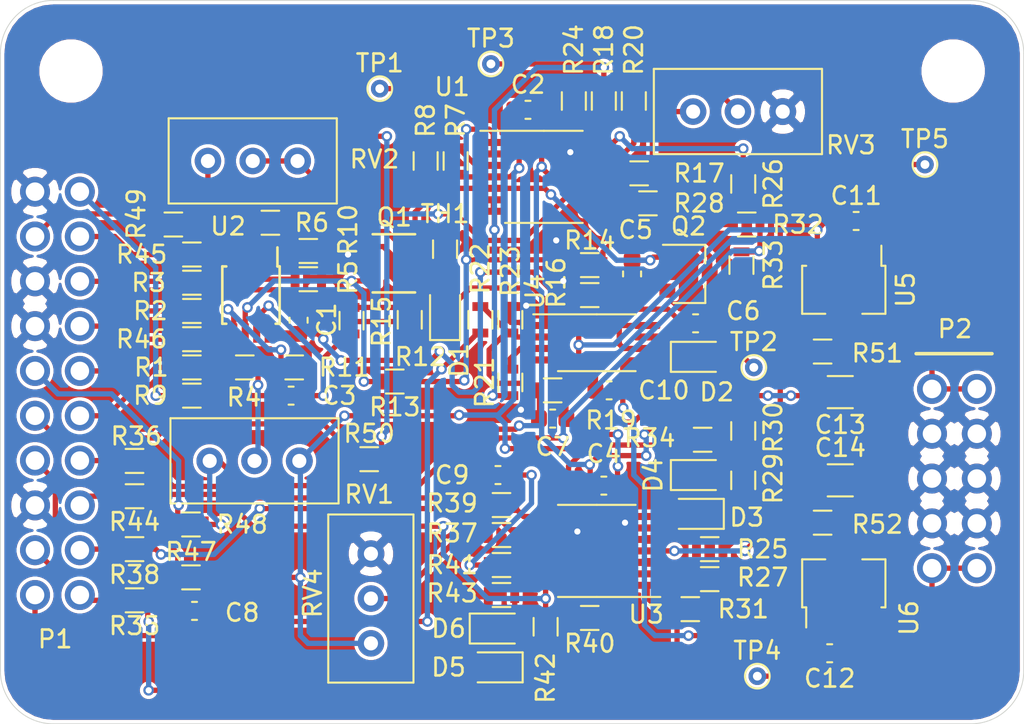
<source format=kicad_pcb>
(kicad_pcb (version 20171130) (host pcbnew "(5.1.7)-1")

  (general
    (thickness 1.6)
    (drawings 8)
    (tracks 608)
    (zones 0)
    (modules 94)
    (nets 62)
  )

  (page A4)
  (layers
    (0 F.Cu signal)
    (31 B.Cu signal)
    (32 B.Adhes user)
    (33 F.Adhes user)
    (34 B.Paste user)
    (35 F.Paste user)
    (36 B.SilkS user)
    (37 F.SilkS user)
    (38 B.Mask user)
    (39 F.Mask user)
    (40 Dwgs.User user)
    (41 Cmts.User user)
    (42 Eco1.User user)
    (43 Eco2.User user)
    (44 Edge.Cuts user)
    (45 Margin user)
    (46 B.CrtYd user)
    (47 F.CrtYd user)
    (48 B.Fab user)
    (49 F.Fab user hide)
  )

  (setup
    (last_trace_width 0.3)
    (user_trace_width 0.2)
    (user_trace_width 0.3)
    (user_trace_width 0.5)
    (trace_clearance 0.152)
    (zone_clearance 0.2)
    (zone_45_only no)
    (trace_min 0.2)
    (via_size 0.6)
    (via_drill 0.35)
    (via_min_size 0.4)
    (via_min_drill 0.3)
    (user_via 0.6 0.35)
    (uvia_size 0.3)
    (uvia_drill 0.1)
    (uvias_allowed no)
    (uvia_min_size 0.2)
    (uvia_min_drill 0.1)
    (edge_width 0.05)
    (segment_width 0.2)
    (pcb_text_width 0.3)
    (pcb_text_size 1.5 1.5)
    (mod_edge_width 0.12)
    (mod_text_size 1 1)
    (mod_text_width 0.15)
    (pad_size 1.524 1.524)
    (pad_drill 0.762)
    (pad_to_mask_clearance 0)
    (aux_axis_origin 0 0)
    (visible_elements 7FFFFFFF)
    (pcbplotparams
      (layerselection 0x010fc_ffffffff)
      (usegerberextensions false)
      (usegerberattributes true)
      (usegerberadvancedattributes true)
      (creategerberjobfile true)
      (excludeedgelayer true)
      (linewidth 0.100000)
      (plotframeref false)
      (viasonmask false)
      (mode 1)
      (useauxorigin false)
      (hpglpennumber 1)
      (hpglpenspeed 20)
      (hpglpendiameter 15.000000)
      (psnegative false)
      (psa4output false)
      (plotreference true)
      (plotvalue true)
      (plotinvisibletext false)
      (padsonsilk false)
      (subtractmaskfromsilk false)
      (outputformat 1)
      (mirror false)
      (drillshape 1)
      (scaleselection 1)
      (outputdirectory ""))
  )

  (net 0 "")
  (net 1 -12V)
  (net 2 +12V)
  (net 3 "Net-(C3-Pad2)")
  (net 4 "Net-(C3-Pad1)")
  (net 5 "Net-(C5-Pad2)")
  (net 6 "Net-(C5-Pad1)")
  (net 7 "Net-(C6-Pad2)")
  (net 8 "Net-(C6-Pad1)")
  (net 9 "Net-(C7-Pad2)")
  (net 10 /SOFT_SYNC)
  (net 11 /HARD_SYNC)
  (net 12 "Net-(C9-Pad2)")
  (net 13 "Net-(C9-Pad1)")
  (net 14 "Net-(D1-Pad2)")
  (net 15 "Net-(D1-Pad1)")
  (net 16 "Net-(D3-Pad2)")
  (net 17 "Net-(D3-Pad1)")
  (net 18 "Net-(D4-Pad2)")
  (net 19 GND)
  (net 20 "Net-(D5-Pad1)")
  (net 21 /FM)
  (net 22 /PWM_IN)
  (net 23 /EXP_FM)
  (net 24 /FINE)
  (net 25 /COARSE)
  (net 26 /POT_N)
  (net 27 /VOCT2)
  (net 28 /PMW_POT)
  (net 29 /VOCT)
  (net 30 /POT_P)
  (net 31 /PULSE)
  (net 32 /SINE)
  (net 33 /TRI)
  (net 34 /SAW)
  (net 35 "Net-(Q1-Pad1)")
  (net 36 "Net-(R1-Pad2)")
  (net 37 "Net-(R4-Pad2)")
  (net 38 "Net-(R5-Pad1)")
  (net 39 "Net-(R6-Pad1)")
  (net 40 "Net-(R7-Pad1)")
  (net 41 "Net-(R10-Pad2)")
  (net 42 "Net-(R11-Pad1)")
  (net 43 "Net-(R17-Pad1)")
  (net 44 "Net-(R18-Pad2)")
  (net 45 "Net-(R18-Pad1)")
  (net 46 "Net-(R20-Pad2)")
  (net 47 "Net-(R21-Pad2)")
  (net 48 "Net-(R24-Pad2)")
  (net 49 "Net-(R26-Pad2)")
  (net 50 "Net-(R27-Pad2)")
  (net 51 "Net-(R28-Pad1)")
  (net 52 "Net-(R31-Pad2)")
  (net 53 "Net-(R32-Pad2)")
  (net 54 "Net-(R32-Pad1)")
  (net 55 "Net-(R37-Pad2)")
  (net 56 "Net-(R40-Pad2)")
  (net 57 "Net-(R42-Pad2)")
  (net 58 -VDC)
  (net 59 +VDC)
  (net 60 "Net-(P2-Pad10)")
  (net 61 "Net-(P2-Pad1)")

  (net_class Default "This is the default net class."
    (clearance 0.152)
    (trace_width 0.3)
    (via_dia 0.6)
    (via_drill 0.35)
    (uvia_dia 0.3)
    (uvia_drill 0.1)
    (add_net +12V)
    (add_net +VDC)
    (add_net -12V)
    (add_net -VDC)
    (add_net /COARSE)
    (add_net /EXP_FM)
    (add_net /FINE)
    (add_net /FM)
    (add_net /HARD_SYNC)
    (add_net /PMW_POT)
    (add_net /POT_N)
    (add_net /POT_P)
    (add_net /PULSE)
    (add_net /PWM_IN)
    (add_net /SAW)
    (add_net /SINE)
    (add_net /SOFT_SYNC)
    (add_net /TRI)
    (add_net /VOCT)
    (add_net /VOCT2)
    (add_net GND)
    (add_net "Net-(C3-Pad1)")
    (add_net "Net-(C3-Pad2)")
    (add_net "Net-(C5-Pad1)")
    (add_net "Net-(C5-Pad2)")
    (add_net "Net-(C6-Pad1)")
    (add_net "Net-(C6-Pad2)")
    (add_net "Net-(C7-Pad2)")
    (add_net "Net-(C9-Pad1)")
    (add_net "Net-(C9-Pad2)")
    (add_net "Net-(D1-Pad1)")
    (add_net "Net-(D1-Pad2)")
    (add_net "Net-(D3-Pad1)")
    (add_net "Net-(D3-Pad2)")
    (add_net "Net-(D4-Pad2)")
    (add_net "Net-(D5-Pad1)")
    (add_net "Net-(P2-Pad1)")
    (add_net "Net-(P2-Pad10)")
    (add_net "Net-(Q1-Pad1)")
    (add_net "Net-(R1-Pad2)")
    (add_net "Net-(R10-Pad2)")
    (add_net "Net-(R11-Pad1)")
    (add_net "Net-(R17-Pad1)")
    (add_net "Net-(R18-Pad1)")
    (add_net "Net-(R18-Pad2)")
    (add_net "Net-(R20-Pad2)")
    (add_net "Net-(R21-Pad2)")
    (add_net "Net-(R24-Pad2)")
    (add_net "Net-(R26-Pad2)")
    (add_net "Net-(R27-Pad2)")
    (add_net "Net-(R28-Pad1)")
    (add_net "Net-(R31-Pad2)")
    (add_net "Net-(R32-Pad1)")
    (add_net "Net-(R32-Pad2)")
    (add_net "Net-(R37-Pad2)")
    (add_net "Net-(R4-Pad2)")
    (add_net "Net-(R40-Pad2)")
    (add_net "Net-(R42-Pad2)")
    (add_net "Net-(R5-Pad1)")
    (add_net "Net-(R6-Pad1)")
    (add_net "Net-(R7-Pad1)")
  )

  (module MountingHole:MountingHole_3.2mm_M3 (layer F.Cu) (tedit 56D1B4CB) (tstamp 5FE7F9C1)
    (at 175 85)
    (descr "Mounting Hole 3.2mm, no annular, M3")
    (tags "mounting hole 3.2mm no annular m3")
    (attr virtual)
    (fp_text reference REF** (at -5 -2) (layer F.SilkS) hide
      (effects (font (size 1 1) (thickness 0.15)))
    )
    (fp_text value MountingHole_3.2mm_M3 (at 0 4.2) (layer F.Fab)
      (effects (font (size 1 1) (thickness 0.15)))
    )
    (fp_text user %R (at 0.3 0) (layer F.Fab)
      (effects (font (size 1 1) (thickness 0.15)))
    )
    (fp_circle (center 0 0) (end 3.2 0) (layer Cmts.User) (width 0.15))
    (fp_circle (center 0 0) (end 3.45 0) (layer F.CrtYd) (width 0.05))
    (pad 1 np_thru_hole circle (at 0 0) (size 3.2 3.2) (drill 3.2) (layers *.Cu *.Mask))
  )

  (module MountingHole:MountingHole_3.2mm_M3 (layer F.Cu) (tedit 56D1B4CB) (tstamp 5FE7F818)
    (at 125 85)
    (descr "Mounting Hole 3.2mm, no annular, M3")
    (tags "mounting hole 3.2mm no annular m3")
    (attr virtual)
    (fp_text reference REF** (at 0 -4.2) (layer F.SilkS) hide
      (effects (font (size 1 1) (thickness 0.15)))
    )
    (fp_text value MountingHole_3.2mm_M3 (at 0 4.2) (layer F.Fab)
      (effects (font (size 1 1) (thickness 0.15)))
    )
    (fp_text user %R (at 0.3 0) (layer F.Fab)
      (effects (font (size 1 1) (thickness 0.15)))
    )
    (fp_circle (center 0 0) (end 3.2 0) (layer Cmts.User) (width 0.15))
    (fp_circle (center 0 0) (end 3.45 0) (layer F.CrtYd) (width 0.05))
    (pad 1 np_thru_hole circle (at 0 0) (size 3.2 3.2) (drill 3.2) (layers *.Cu *.Mask))
  )

  (module TestPoint:TestPoint_THTPad_D1.0mm_Drill0.5mm (layer F.Cu) (tedit 5A0F774F) (tstamp 5FE79785)
    (at 173.4 90.3)
    (descr "THT pad as test Point, diameter 1.0mm, hole diameter 0.5mm")
    (tags "test point THT pad")
    (path /601E8E92)
    (attr virtual)
    (fp_text reference TP5 (at 0 -1.448) (layer F.SilkS)
      (effects (font (size 1 1) (thickness 0.15)))
    )
    (fp_text value TestPoint (at 0 1.55) (layer F.Fab)
      (effects (font (size 1 1) (thickness 0.15)))
    )
    (fp_text user %R (at 0 -1.45) (layer F.Fab)
      (effects (font (size 1 1) (thickness 0.15)))
    )
    (fp_circle (center 0 0) (end 1 0) (layer F.CrtYd) (width 0.05))
    (fp_circle (center 0 0) (end 0 0.7) (layer F.SilkS) (width 0.12))
    (pad 1 thru_hole circle (at 0 0) (size 1 1) (drill 0.5) (layers *.Cu *.Mask)
      (net 58 -VDC))
  )

  (module TestPoint:TestPoint_THTPad_D1.0mm_Drill0.5mm (layer F.Cu) (tedit 5A0F774F) (tstamp 5FE7977D)
    (at 163.9 119.3)
    (descr "THT pad as test Point, diameter 1.0mm, hole diameter 0.5mm")
    (tags "test point THT pad")
    (path /6022342A)
    (attr virtual)
    (fp_text reference TP4 (at 0 -1.448) (layer F.SilkS)
      (effects (font (size 1 1) (thickness 0.15)))
    )
    (fp_text value TestPoint (at 0 1.55) (layer F.Fab)
      (effects (font (size 1 1) (thickness 0.15)))
    )
    (fp_text user %R (at 0 -1.45) (layer F.Fab)
      (effects (font (size 1 1) (thickness 0.15)))
    )
    (fp_circle (center 0 0) (end 1 0) (layer F.CrtYd) (width 0.05))
    (fp_circle (center 0 0) (end 0 0.7) (layer F.SilkS) (width 0.12))
    (pad 1 thru_hole circle (at 0 0) (size 1 1) (drill 0.5) (layers *.Cu *.Mask)
      (net 59 +VDC))
  )

  (module TestPoint:TestPoint_THTPad_D1.0mm_Drill0.5mm (layer F.Cu) (tedit 5A0F774F) (tstamp 5FE79775)
    (at 148.8 84.6)
    (descr "THT pad as test Point, diameter 1.0mm, hole diameter 0.5mm")
    (tags "test point THT pad")
    (path /602242FB)
    (attr virtual)
    (fp_text reference TP3 (at 0 -1.448) (layer F.SilkS)
      (effects (font (size 1 1) (thickness 0.15)))
    )
    (fp_text value TestPoint (at 0 1.55) (layer F.Fab)
      (effects (font (size 1 1) (thickness 0.15)))
    )
    (fp_text user %R (at 0 -1.45) (layer F.Fab)
      (effects (font (size 1 1) (thickness 0.15)))
    )
    (fp_circle (center 0 0) (end 1 0) (layer F.CrtYd) (width 0.05))
    (fp_circle (center 0 0) (end 0 0.7) (layer F.SilkS) (width 0.12))
    (pad 1 thru_hole circle (at 0 0) (size 1 1) (drill 0.5) (layers *.Cu *.Mask)
      (net 45 "Net-(R18-Pad1)"))
  )

  (module TestPoint:TestPoint_THTPad_D1.0mm_Drill0.5mm (layer F.Cu) (tedit 5A0F774F) (tstamp 5FE7976D)
    (at 163.7 101.8)
    (descr "THT pad as test Point, diameter 1.0mm, hole diameter 0.5mm")
    (tags "test point THT pad")
    (path /60241A3E)
    (attr virtual)
    (fp_text reference TP2 (at 0 -1.448) (layer F.SilkS)
      (effects (font (size 1 1) (thickness 0.15)))
    )
    (fp_text value TestPoint (at 0 1.55) (layer F.Fab)
      (effects (font (size 1 1) (thickness 0.15)))
    )
    (fp_text user %R (at 0 -1.45) (layer F.Fab)
      (effects (font (size 1 1) (thickness 0.15)))
    )
    (fp_circle (center 0 0) (end 1 0) (layer F.CrtYd) (width 0.05))
    (fp_circle (center 0 0) (end 0 0.7) (layer F.SilkS) (width 0.12))
    (pad 1 thru_hole circle (at 0 0) (size 1 1) (drill 0.5) (layers *.Cu *.Mask)
      (net 7 "Net-(C6-Pad2)"))
  )

  (module TestPoint:TestPoint_THTPad_D1.0mm_Drill0.5mm (layer F.Cu) (tedit 5A0F774F) (tstamp 5FE79765)
    (at 142.5 86)
    (descr "THT pad as test Point, diameter 1.0mm, hole diameter 0.5mm")
    (tags "test point THT pad")
    (path /6025E9AE)
    (attr virtual)
    (fp_text reference TP1 (at 0 -1.448) (layer F.SilkS)
      (effects (font (size 1 1) (thickness 0.15)))
    )
    (fp_text value TestPoint (at 0 1.55) (layer F.Fab)
      (effects (font (size 1 1) (thickness 0.15)))
    )
    (fp_text user %R (at 0 -1.45) (layer F.Fab)
      (effects (font (size 1 1) (thickness 0.15)))
    )
    (fp_circle (center 0 0) (end 1 0) (layer F.CrtYd) (width 0.05))
    (fp_circle (center 0 0) (end 0 0.7) (layer F.SilkS) (width 0.12))
    (pad 1 thru_hole circle (at 0 0) (size 1 1) (drill 0.5) (layers *.Cu *.Mask)
      (net 40 "Net-(R7-Pad1)"))
  )

  (module Package_TO_SOT_SMD:SOT-89-3 (layer F.Cu) (tedit 5C33D6E8) (tstamp 5FE67687)
    (at 168.8 114.3375 90)
    (descr "SOT-89-3, http://ww1.microchip.com/downloads/en/DeviceDoc/3L_SOT-89_MB_C04-029C.pdf")
    (tags SOT-89-3)
    (path /601407AE)
    (attr smd)
    (fp_text reference U6 (at -1.6625 3.7 90) (layer F.SilkS)
      (effects (font (size 1 1) (thickness 0.15)))
    )
    (fp_text value L78L12_SOT89 (at 0.3 3.5 90) (layer F.Fab)
      (effects (font (size 1 1) (thickness 0.15)))
    )
    (fp_text user %R (at 0.5 0) (layer F.Fab)
      (effects (font (size 1 1) (thickness 0.15)))
    )
    (fp_line (start 1.66 1.05) (end 1.66 2.36) (layer F.SilkS) (width 0.12))
    (fp_line (start 1.66 2.36) (end -1.06 2.36) (layer F.SilkS) (width 0.12))
    (fp_line (start -2.2 -2.13) (end -1.06 -2.13) (layer F.SilkS) (width 0.12))
    (fp_line (start 1.66 -2.36) (end 1.66 -1.05) (layer F.SilkS) (width 0.12))
    (fp_line (start -0.95 -1.25) (end 0.05 -2.25) (layer F.Fab) (width 0.1))
    (fp_line (start 1.55 -2.25) (end 1.55 2.25) (layer F.Fab) (width 0.1))
    (fp_line (start 1.55 2.25) (end -0.95 2.25) (layer F.Fab) (width 0.1))
    (fp_line (start -0.95 2.25) (end -0.95 -1.25) (layer F.Fab) (width 0.1))
    (fp_line (start 0.05 -2.25) (end 1.55 -2.25) (layer F.Fab) (width 0.1))
    (fp_line (start 2.55 -2.5) (end 2.55 2.5) (layer F.CrtYd) (width 0.05))
    (fp_line (start 2.55 -2.5) (end -2.55 -2.5) (layer F.CrtYd) (width 0.05))
    (fp_line (start -2.55 2.5) (end 2.55 2.5) (layer F.CrtYd) (width 0.05))
    (fp_line (start -2.55 2.5) (end -2.55 -2.5) (layer F.CrtYd) (width 0.05))
    (fp_line (start -1.06 -2.36) (end 1.66 -2.36) (layer F.SilkS) (width 0.12))
    (fp_line (start -1.06 -2.36) (end -1.06 -2.13) (layer F.SilkS) (width 0.12))
    (fp_line (start -1.06 2.36) (end -1.06 2.13) (layer F.SilkS) (width 0.12))
    (pad 2 smd custom (at -1.5625 0 90) (size 1.475 0.9) (layers F.Cu F.Paste F.Mask)
      (net 19 GND) (zone_connect 2)
      (options (clearance outline) (anchor rect))
      (primitives
        (gr_poly (pts
           (xy 0.7375 -0.8665) (xy 3.8625 -0.8665) (xy 3.8625 0.8665) (xy 0.7375 0.8665)) (width 0))
      ))
    (pad 3 smd rect (at -1.65 1.5 90) (size 1.3 0.9) (layers F.Cu F.Paste F.Mask)
      (net 60 "Net-(P2-Pad10)"))
    (pad 1 smd rect (at -1.65 -1.5 90) (size 1.3 0.9) (layers F.Cu F.Paste F.Mask)
      (net 59 +VDC))
    (model ${KISYS3DMOD}/Package_TO_SOT_SMD.3dshapes/SOT-89-3.wrl
      (at (xyz 0 0 0))
      (scale (xyz 1 1 1))
      (rotate (xyz 0 0 0))
    )
  )

  (module Package_TO_SOT_SMD:SOT-89-3 (layer F.Cu) (tedit 5C33D6E8) (tstamp 5FE65EED)
    (at 168.8 97.1 270)
    (descr "SOT-89-3, http://ww1.microchip.com/downloads/en/DeviceDoc/3L_SOT-89_MB_C04-029C.pdf")
    (tags SOT-89-3)
    (path /5FE7FB3F)
    (attr smd)
    (fp_text reference U5 (at 0.3 -3.5 90) (layer F.SilkS)
      (effects (font (size 1 1) (thickness 0.15)))
    )
    (fp_text value L79L12_SOT89 (at 0.3 3.5 90) (layer F.Fab)
      (effects (font (size 1 1) (thickness 0.15)))
    )
    (fp_text user %R (at 0.5 0) (layer F.Fab)
      (effects (font (size 1 1) (thickness 0.15)))
    )
    (fp_line (start 1.66 1.05) (end 1.66 2.36) (layer F.SilkS) (width 0.12))
    (fp_line (start 1.66 2.36) (end -1.06 2.36) (layer F.SilkS) (width 0.12))
    (fp_line (start -2.2 -2.13) (end -1.06 -2.13) (layer F.SilkS) (width 0.12))
    (fp_line (start 1.66 -2.36) (end 1.66 -1.05) (layer F.SilkS) (width 0.12))
    (fp_line (start -0.95 -1.25) (end 0.05 -2.25) (layer F.Fab) (width 0.1))
    (fp_line (start 1.55 -2.25) (end 1.55 2.25) (layer F.Fab) (width 0.1))
    (fp_line (start 1.55 2.25) (end -0.95 2.25) (layer F.Fab) (width 0.1))
    (fp_line (start -0.95 2.25) (end -0.95 -1.25) (layer F.Fab) (width 0.1))
    (fp_line (start 0.05 -2.25) (end 1.55 -2.25) (layer F.Fab) (width 0.1))
    (fp_line (start 2.55 -2.5) (end 2.55 2.5) (layer F.CrtYd) (width 0.05))
    (fp_line (start 2.55 -2.5) (end -2.55 -2.5) (layer F.CrtYd) (width 0.05))
    (fp_line (start -2.55 2.5) (end 2.55 2.5) (layer F.CrtYd) (width 0.05))
    (fp_line (start -2.55 2.5) (end -2.55 -2.5) (layer F.CrtYd) (width 0.05))
    (fp_line (start -1.06 -2.36) (end 1.66 -2.36) (layer F.SilkS) (width 0.12))
    (fp_line (start -1.06 -2.36) (end -1.06 -2.13) (layer F.SilkS) (width 0.12))
    (fp_line (start -1.06 2.36) (end -1.06 2.13) (layer F.SilkS) (width 0.12))
    (pad 2 smd custom (at -1.5625 0 270) (size 1.475 0.9) (layers F.Cu F.Paste F.Mask)
      (net 61 "Net-(P2-Pad1)") (zone_connect 2)
      (options (clearance outline) (anchor rect))
      (primitives
        (gr_poly (pts
           (xy 0.7375 -0.8665) (xy 3.8625 -0.8665) (xy 3.8625 0.8665) (xy 0.7375 0.8665)) (width 0))
      ))
    (pad 3 smd rect (at -1.65 1.5 270) (size 1.3 0.9) (layers F.Cu F.Paste F.Mask)
      (net 58 -VDC))
    (pad 1 smd rect (at -1.65 -1.5 270) (size 1.3 0.9) (layers F.Cu F.Paste F.Mask)
      (net 19 GND))
    (model ${KISYS3DMOD}/Package_TO_SOT_SMD.3dshapes/SOT-89-3.wrl
      (at (xyz 0 0 0))
      (scale (xyz 1 1 1))
      (rotate (xyz 0 0 0))
    )
  )

  (module project_oscillator:R_0603 (layer F.Cu) (tedit 58E0A804) (tstamp 5FE65D7F)
    (at 167.6 110.6 180)
    (descr "Resistor SMD 0603, reflow soldering, Vishay (see dcrcw.pdf)")
    (tags "resistor 0603")
    (path /60120767)
    (attr smd)
    (fp_text reference R52 (at -3.1 -0.1) (layer F.SilkS)
      (effects (font (size 1 1) (thickness 0.15)))
    )
    (fp_text value 10R (at 0 1.5) (layer F.Fab)
      (effects (font (size 1 1) (thickness 0.15)))
    )
    (fp_text user %R (at 0 0) (layer F.Fab)
      (effects (font (size 0.4 0.4) (thickness 0.075)))
    )
    (fp_line (start 1.25 0.7) (end -1.25 0.7) (layer F.CrtYd) (width 0.05))
    (fp_line (start 1.25 0.7) (end 1.25 -0.7) (layer F.CrtYd) (width 0.05))
    (fp_line (start -1.25 -0.7) (end -1.25 0.7) (layer F.CrtYd) (width 0.05))
    (fp_line (start -1.25 -0.7) (end 1.25 -0.7) (layer F.CrtYd) (width 0.05))
    (fp_line (start -0.5 -0.68) (end 0.5 -0.68) (layer F.SilkS) (width 0.12))
    (fp_line (start 0.5 0.68) (end -0.5 0.68) (layer F.SilkS) (width 0.12))
    (fp_line (start -0.8 -0.4) (end 0.8 -0.4) (layer F.Fab) (width 0.1))
    (fp_line (start 0.8 -0.4) (end 0.8 0.4) (layer F.Fab) (width 0.1))
    (fp_line (start 0.8 0.4) (end -0.8 0.4) (layer F.Fab) (width 0.1))
    (fp_line (start -0.8 0.4) (end -0.8 -0.4) (layer F.Fab) (width 0.1))
    (pad 2 smd rect (at 0.75 0 180) (size 0.5 0.9) (layers F.Cu F.Paste F.Mask)
      (net 2 +12V))
    (pad 1 smd rect (at -0.75 0 180) (size 0.5 0.9) (layers F.Cu F.Paste F.Mask)
      (net 60 "Net-(P2-Pad10)"))
    (model ${KISYS3DMOD}/Resistors_SMD.3dshapes/R_0603.wrl
      (at (xyz 0 0 0))
      (scale (xyz 1 1 1))
      (rotate (xyz 0 0 0))
    )
  )

  (module project_oscillator:R_0603 (layer F.Cu) (tedit 58E0A804) (tstamp 5FE65D6E)
    (at 167.6 100.9 180)
    (descr "Resistor SMD 0603, reflow soldering, Vishay (see dcrcw.pdf)")
    (tags "resistor 0603")
    (path /60104ED6)
    (attr smd)
    (fp_text reference R51 (at -3.1 -0.1) (layer F.SilkS)
      (effects (font (size 1 1) (thickness 0.15)))
    )
    (fp_text value 10R (at 0 1.5) (layer F.Fab)
      (effects (font (size 1 1) (thickness 0.15)))
    )
    (fp_text user %R (at 0 0) (layer F.Fab)
      (effects (font (size 0.4 0.4) (thickness 0.075)))
    )
    (fp_line (start 1.25 0.7) (end -1.25 0.7) (layer F.CrtYd) (width 0.05))
    (fp_line (start 1.25 0.7) (end 1.25 -0.7) (layer F.CrtYd) (width 0.05))
    (fp_line (start -1.25 -0.7) (end -1.25 0.7) (layer F.CrtYd) (width 0.05))
    (fp_line (start -1.25 -0.7) (end 1.25 -0.7) (layer F.CrtYd) (width 0.05))
    (fp_line (start -0.5 -0.68) (end 0.5 -0.68) (layer F.SilkS) (width 0.12))
    (fp_line (start 0.5 0.68) (end -0.5 0.68) (layer F.SilkS) (width 0.12))
    (fp_line (start -0.8 -0.4) (end 0.8 -0.4) (layer F.Fab) (width 0.1))
    (fp_line (start 0.8 -0.4) (end 0.8 0.4) (layer F.Fab) (width 0.1))
    (fp_line (start 0.8 0.4) (end -0.8 0.4) (layer F.Fab) (width 0.1))
    (fp_line (start -0.8 0.4) (end -0.8 -0.4) (layer F.Fab) (width 0.1))
    (pad 2 smd rect (at 0.75 0 180) (size 0.5 0.9) (layers F.Cu F.Paste F.Mask)
      (net 1 -12V))
    (pad 1 smd rect (at -0.75 0 180) (size 0.5 0.9) (layers F.Cu F.Paste F.Mask)
      (net 61 "Net-(P2-Pad1)"))
    (model ${KISYS3DMOD}/Resistors_SMD.3dshapes/R_0603.wrl
      (at (xyz 0 0 0))
      (scale (xyz 1 1 1))
      (rotate (xyz 0 0 0))
    )
  )

  (module Capacitor_SMD:C_1206_3216Metric (layer F.Cu) (tedit 5F68FEEE) (tstamp 5FE65581)
    (at 168.6 108.2)
    (descr "Capacitor SMD 1206 (3216 Metric), square (rectangular) end terminal, IPC_7351 nominal, (Body size source: IPC-SM-782 page 76, https://www.pcb-3d.com/wordpress/wp-content/uploads/ipc-sm-782a_amendment_1_and_2.pdf), generated with kicad-footprint-generator")
    (tags capacitor)
    (path /60120B75)
    (attr smd)
    (fp_text reference C14 (at 0 -1.85) (layer F.SilkS)
      (effects (font (size 1 1) (thickness 0.15)))
    )
    (fp_text value 22u (at 0 1.85) (layer F.Fab)
      (effects (font (size 1 1) (thickness 0.15)))
    )
    (fp_text user %R (at 0 0) (layer F.Fab)
      (effects (font (size 0.8 0.8) (thickness 0.12)))
    )
    (fp_line (start -1.6 0.8) (end -1.6 -0.8) (layer F.Fab) (width 0.1))
    (fp_line (start -1.6 -0.8) (end 1.6 -0.8) (layer F.Fab) (width 0.1))
    (fp_line (start 1.6 -0.8) (end 1.6 0.8) (layer F.Fab) (width 0.1))
    (fp_line (start 1.6 0.8) (end -1.6 0.8) (layer F.Fab) (width 0.1))
    (fp_line (start -0.711252 -0.91) (end 0.711252 -0.91) (layer F.SilkS) (width 0.12))
    (fp_line (start -0.711252 0.91) (end 0.711252 0.91) (layer F.SilkS) (width 0.12))
    (fp_line (start -2.3 1.15) (end -2.3 -1.15) (layer F.CrtYd) (width 0.05))
    (fp_line (start -2.3 -1.15) (end 2.3 -1.15) (layer F.CrtYd) (width 0.05))
    (fp_line (start 2.3 -1.15) (end 2.3 1.15) (layer F.CrtYd) (width 0.05))
    (fp_line (start 2.3 1.15) (end -2.3 1.15) (layer F.CrtYd) (width 0.05))
    (pad 2 smd roundrect (at 1.475 0) (size 1.15 1.8) (layers F.Cu F.Paste F.Mask) (roundrect_rratio 0.217391)
      (net 19 GND))
    (pad 1 smd roundrect (at -1.475 0) (size 1.15 1.8) (layers F.Cu F.Paste F.Mask) (roundrect_rratio 0.217391)
      (net 2 +12V))
    (model ${KISYS3DMOD}/Capacitor_SMD.3dshapes/C_1206_3216Metric.wrl
      (at (xyz 0 0 0))
      (scale (xyz 1 1 1))
      (rotate (xyz 0 0 0))
    )
  )

  (module Capacitor_SMD:C_1206_3216Metric (layer F.Cu) (tedit 5F68FEEE) (tstamp 5FE65570)
    (at 168.6 103.2 180)
    (descr "Capacitor SMD 1206 (3216 Metric), square (rectangular) end terminal, IPC_7351 nominal, (Body size source: IPC-SM-782 page 76, https://www.pcb-3d.com/wordpress/wp-content/uploads/ipc-sm-782a_amendment_1_and_2.pdf), generated with kicad-footprint-generator")
    (tags capacitor)
    (path /601045E6)
    (attr smd)
    (fp_text reference C13 (at 0 -1.85) (layer F.SilkS)
      (effects (font (size 1 1) (thickness 0.15)))
    )
    (fp_text value 22u (at 0 1.85) (layer F.Fab)
      (effects (font (size 1 1) (thickness 0.15)))
    )
    (fp_text user %R (at 0 0) (layer F.Fab)
      (effects (font (size 0.8 0.8) (thickness 0.12)))
    )
    (fp_line (start -1.6 0.8) (end -1.6 -0.8) (layer F.Fab) (width 0.1))
    (fp_line (start -1.6 -0.8) (end 1.6 -0.8) (layer F.Fab) (width 0.1))
    (fp_line (start 1.6 -0.8) (end 1.6 0.8) (layer F.Fab) (width 0.1))
    (fp_line (start 1.6 0.8) (end -1.6 0.8) (layer F.Fab) (width 0.1))
    (fp_line (start -0.711252 -0.91) (end 0.711252 -0.91) (layer F.SilkS) (width 0.12))
    (fp_line (start -0.711252 0.91) (end 0.711252 0.91) (layer F.SilkS) (width 0.12))
    (fp_line (start -2.3 1.15) (end -2.3 -1.15) (layer F.CrtYd) (width 0.05))
    (fp_line (start -2.3 -1.15) (end 2.3 -1.15) (layer F.CrtYd) (width 0.05))
    (fp_line (start 2.3 -1.15) (end 2.3 1.15) (layer F.CrtYd) (width 0.05))
    (fp_line (start 2.3 1.15) (end -2.3 1.15) (layer F.CrtYd) (width 0.05))
    (pad 2 smd roundrect (at 1.475 0 180) (size 1.15 1.8) (layers F.Cu F.Paste F.Mask) (roundrect_rratio 0.217391)
      (net 1 -12V))
    (pad 1 smd roundrect (at -1.475 0 180) (size 1.15 1.8) (layers F.Cu F.Paste F.Mask) (roundrect_rratio 0.217391)
      (net 19 GND))
    (model ${KISYS3DMOD}/Capacitor_SMD.3dshapes/C_1206_3216Metric.wrl
      (at (xyz 0 0 0))
      (scale (xyz 1 1 1))
      (rotate (xyz 0 0 0))
    )
  )

  (module Capacitor_SMD:C_0603_1608Metric (layer F.Cu) (tedit 5F68FEEE) (tstamp 5FE6555F)
    (at 168 118 180)
    (descr "Capacitor SMD 0603 (1608 Metric), square (rectangular) end terminal, IPC_7351 nominal, (Body size source: IPC-SM-782 page 76, https://www.pcb-3d.com/wordpress/wp-content/uploads/ipc-sm-782a_amendment_1_and_2.pdf), generated with kicad-footprint-generator")
    (tags capacitor)
    (path /5FEE81FC)
    (attr smd)
    (fp_text reference C12 (at 0 -1.43) (layer F.SilkS)
      (effects (font (size 1 1) (thickness 0.15)))
    )
    (fp_text value 100n (at 0 1.43) (layer F.Fab)
      (effects (font (size 1 1) (thickness 0.15)))
    )
    (fp_text user %R (at 0 0) (layer F.Fab)
      (effects (font (size 0.4 0.4) (thickness 0.06)))
    )
    (fp_line (start -0.8 0.4) (end -0.8 -0.4) (layer F.Fab) (width 0.1))
    (fp_line (start -0.8 -0.4) (end 0.8 -0.4) (layer F.Fab) (width 0.1))
    (fp_line (start 0.8 -0.4) (end 0.8 0.4) (layer F.Fab) (width 0.1))
    (fp_line (start 0.8 0.4) (end -0.8 0.4) (layer F.Fab) (width 0.1))
    (fp_line (start -0.14058 -0.51) (end 0.14058 -0.51) (layer F.SilkS) (width 0.12))
    (fp_line (start -0.14058 0.51) (end 0.14058 0.51) (layer F.SilkS) (width 0.12))
    (fp_line (start -1.48 0.73) (end -1.48 -0.73) (layer F.CrtYd) (width 0.05))
    (fp_line (start -1.48 -0.73) (end 1.48 -0.73) (layer F.CrtYd) (width 0.05))
    (fp_line (start 1.48 -0.73) (end 1.48 0.73) (layer F.CrtYd) (width 0.05))
    (fp_line (start 1.48 0.73) (end -1.48 0.73) (layer F.CrtYd) (width 0.05))
    (pad 2 smd roundrect (at 0.775 0 180) (size 0.9 0.95) (layers F.Cu F.Paste F.Mask) (roundrect_rratio 0.25)
      (net 59 +VDC))
    (pad 1 smd roundrect (at -0.775 0 180) (size 0.9 0.95) (layers F.Cu F.Paste F.Mask) (roundrect_rratio 0.25)
      (net 19 GND))
    (model ${KISYS3DMOD}/Capacitor_SMD.3dshapes/C_0603_1608Metric.wrl
      (at (xyz 0 0 0))
      (scale (xyz 1 1 1))
      (rotate (xyz 0 0 0))
    )
  )

  (module Capacitor_SMD:C_0603_1608Metric (layer F.Cu) (tedit 5F68FEEE) (tstamp 5FE6554E)
    (at 169.5 93.5)
    (descr "Capacitor SMD 0603 (1608 Metric), square (rectangular) end terminal, IPC_7351 nominal, (Body size source: IPC-SM-782 page 76, https://www.pcb-3d.com/wordpress/wp-content/uploads/ipc-sm-782a_amendment_1_and_2.pdf), generated with kicad-footprint-generator")
    (tags capacitor)
    (path /5FEE77D1)
    (attr smd)
    (fp_text reference C11 (at 0 -1.43) (layer F.SilkS)
      (effects (font (size 1 1) (thickness 0.15)))
    )
    (fp_text value 100n (at 0 1.43) (layer F.Fab)
      (effects (font (size 1 1) (thickness 0.15)))
    )
    (fp_text user %R (at 0 0) (layer F.Fab)
      (effects (font (size 0.4 0.4) (thickness 0.06)))
    )
    (fp_line (start -0.8 0.4) (end -0.8 -0.4) (layer F.Fab) (width 0.1))
    (fp_line (start -0.8 -0.4) (end 0.8 -0.4) (layer F.Fab) (width 0.1))
    (fp_line (start 0.8 -0.4) (end 0.8 0.4) (layer F.Fab) (width 0.1))
    (fp_line (start 0.8 0.4) (end -0.8 0.4) (layer F.Fab) (width 0.1))
    (fp_line (start -0.14058 -0.51) (end 0.14058 -0.51) (layer F.SilkS) (width 0.12))
    (fp_line (start -0.14058 0.51) (end 0.14058 0.51) (layer F.SilkS) (width 0.12))
    (fp_line (start -1.48 0.73) (end -1.48 -0.73) (layer F.CrtYd) (width 0.05))
    (fp_line (start -1.48 -0.73) (end 1.48 -0.73) (layer F.CrtYd) (width 0.05))
    (fp_line (start 1.48 -0.73) (end 1.48 0.73) (layer F.CrtYd) (width 0.05))
    (fp_line (start 1.48 0.73) (end -1.48 0.73) (layer F.CrtYd) (width 0.05))
    (pad 2 smd roundrect (at 0.775 0) (size 0.9 0.95) (layers F.Cu F.Paste F.Mask) (roundrect_rratio 0.25)
      (net 19 GND))
    (pad 1 smd roundrect (at -0.775 0) (size 0.9 0.95) (layers F.Cu F.Paste F.Mask) (roundrect_rratio 0.25)
      (net 58 -VDC))
    (model ${KISYS3DMOD}/Capacitor_SMD.3dshapes/C_0603_1608Metric.wrl
      (at (xyz 0 0 0))
      (scale (xyz 1 1 1))
      (rotate (xyz 0 0 0))
    )
  )

  (module Capacitor_SMD:C_0603_1608Metric (layer F.Cu) (tedit 5F68FEEE) (tstamp 5FE12D6D)
    (at 155.5 103.1)
    (descr "Capacitor SMD 0603 (1608 Metric), square (rectangular) end terminal, IPC_7351 nominal, (Body size source: IPC-SM-782 page 76, https://www.pcb-3d.com/wordpress/wp-content/uploads/ipc-sm-782a_amendment_1_and_2.pdf), generated with kicad-footprint-generator")
    (tags capacitor)
    (path /60012739)
    (attr smd)
    (fp_text reference C10 (at 3.1 0) (layer F.SilkS)
      (effects (font (size 1 1) (thickness 0.15)))
    )
    (fp_text value 100n (at 0 1.43) (layer F.Fab)
      (effects (font (size 1 1) (thickness 0.15)))
    )
    (fp_line (start 1.48 0.73) (end -1.48 0.73) (layer F.CrtYd) (width 0.05))
    (fp_line (start 1.48 -0.73) (end 1.48 0.73) (layer F.CrtYd) (width 0.05))
    (fp_line (start -1.48 -0.73) (end 1.48 -0.73) (layer F.CrtYd) (width 0.05))
    (fp_line (start -1.48 0.73) (end -1.48 -0.73) (layer F.CrtYd) (width 0.05))
    (fp_line (start -0.14058 0.51) (end 0.14058 0.51) (layer F.SilkS) (width 0.12))
    (fp_line (start -0.14058 -0.51) (end 0.14058 -0.51) (layer F.SilkS) (width 0.12))
    (fp_line (start 0.8 0.4) (end -0.8 0.4) (layer F.Fab) (width 0.1))
    (fp_line (start 0.8 -0.4) (end 0.8 0.4) (layer F.Fab) (width 0.1))
    (fp_line (start -0.8 -0.4) (end 0.8 -0.4) (layer F.Fab) (width 0.1))
    (fp_line (start -0.8 0.4) (end -0.8 -0.4) (layer F.Fab) (width 0.1))
    (fp_text user %R (at 0 0) (layer F.Fab)
      (effects (font (size 0.4 0.4) (thickness 0.06)))
    )
    (pad 2 smd roundrect (at 0.775 0) (size 0.9 0.95) (layers F.Cu F.Paste F.Mask) (roundrect_rratio 0.25)
      (net 59 +VDC))
    (pad 1 smd roundrect (at -0.775 0) (size 0.9 0.95) (layers F.Cu F.Paste F.Mask) (roundrect_rratio 0.25)
      (net 58 -VDC))
    (model ${KISYS3DMOD}/Capacitor_SMD.3dshapes/C_0603_1608Metric.wrl
      (at (xyz 0 0 0))
      (scale (xyz 1 1 1))
      (rotate (xyz 0 0 0))
    )
  )

  (module Package_SO:TSSOP-8_4.4x3mm_P0.65mm (layer F.Cu) (tedit 5E476F32) (tstamp 5FDFCC9E)
    (at 154.8 100.4)
    (descr "TSSOP, 8 Pin (JEDEC MO-153 Var AA https://www.jedec.org/document_search?search_api_views_fulltext=MO-153), generated with kicad-footprint-generator ipc_gullwing_generator.py")
    (tags "TSSOP SO")
    (path /5FD0D9EF)
    (attr smd)
    (fp_text reference U4 (at -3.5 -2.9 90) (layer F.SilkS)
      (effects (font (size 1 1) (thickness 0.15)))
    )
    (fp_text value LM311 (at 0 2.45) (layer F.Fab)
      (effects (font (size 1 1) (thickness 0.15)))
    )
    (fp_line (start 0 1.61) (end 2.2 1.61) (layer F.SilkS) (width 0.12))
    (fp_line (start 0 1.61) (end -2.2 1.61) (layer F.SilkS) (width 0.12))
    (fp_line (start 0 -1.61) (end 2.2 -1.61) (layer F.SilkS) (width 0.12))
    (fp_line (start 0 -1.61) (end -3.6 -1.61) (layer F.SilkS) (width 0.12))
    (fp_line (start -1.45 -1.5) (end 2.2 -1.5) (layer F.Fab) (width 0.1))
    (fp_line (start 2.2 -1.5) (end 2.2 1.5) (layer F.Fab) (width 0.1))
    (fp_line (start 2.2 1.5) (end -2.2 1.5) (layer F.Fab) (width 0.1))
    (fp_line (start -2.2 1.5) (end -2.2 -0.75) (layer F.Fab) (width 0.1))
    (fp_line (start -2.2 -0.75) (end -1.45 -1.5) (layer F.Fab) (width 0.1))
    (fp_line (start -3.85 -1.75) (end -3.85 1.75) (layer F.CrtYd) (width 0.05))
    (fp_line (start -3.85 1.75) (end 3.85 1.75) (layer F.CrtYd) (width 0.05))
    (fp_line (start 3.85 1.75) (end 3.85 -1.75) (layer F.CrtYd) (width 0.05))
    (fp_line (start 3.85 -1.75) (end -3.85 -1.75) (layer F.CrtYd) (width 0.05))
    (fp_text user %R (at 0 0) (layer F.Fab)
      (effects (font (size 1 1) (thickness 0.15)))
    )
    (pad 8 smd roundrect (at 2.8625 -0.975) (size 1.475 0.4) (layers F.Cu F.Paste F.Mask) (roundrect_rratio 0.25)
      (net 59 +VDC))
    (pad 7 smd roundrect (at 2.8625 -0.325) (size 1.475 0.4) (layers F.Cu F.Paste F.Mask) (roundrect_rratio 0.25)
      (net 8 "Net-(C6-Pad1)"))
    (pad 6 smd roundrect (at 2.8625 0.325) (size 1.475 0.4) (layers F.Cu F.Paste F.Mask) (roundrect_rratio 0.25)
      (net 59 +VDC))
    (pad 5 smd roundrect (at 2.8625 0.975) (size 1.475 0.4) (layers F.Cu F.Paste F.Mask) (roundrect_rratio 0.25)
      (net 59 +VDC))
    (pad 4 smd roundrect (at -2.8625 0.975) (size 1.475 0.4) (layers F.Cu F.Paste F.Mask) (roundrect_rratio 0.25)
      (net 58 -VDC))
    (pad 3 smd roundrect (at -2.8625 0.325) (size 1.475 0.4) (layers F.Cu F.Paste F.Mask) (roundrect_rratio 0.25)
      (net 47 "Net-(R21-Pad2)"))
    (pad 2 smd roundrect (at -2.8625 -0.325) (size 1.475 0.4) (layers F.Cu F.Paste F.Mask) (roundrect_rratio 0.25)
      (net 9 "Net-(C7-Pad2)"))
    (pad 1 smd roundrect (at -2.8625 -0.975) (size 1.475 0.4) (layers F.Cu F.Paste F.Mask) (roundrect_rratio 0.25)
      (net 58 -VDC))
    (model ${KISYS3DMOD}/Package_SO.3dshapes/TSSOP-8_4.4x3mm_P0.65mm.wrl
      (at (xyz 0 0 0))
      (scale (xyz 1 1 1))
      (rotate (xyz 0 0 0))
    )
  )

  (module Package_SO:TSSOP-14_4.4x5mm_P0.65mm (layer F.Cu) (tedit 5E476F32) (tstamp 5FDFCC84)
    (at 154.8 112.2 180)
    (descr "TSSOP, 14 Pin (JEDEC MO-153 Var AB-1 https://www.jedec.org/document_search?search_api_views_fulltext=MO-153), generated with kicad-footprint-generator ipc_gullwing_generator.py")
    (tags "TSSOP SO")
    (path /5FD1F13C)
    (attr smd)
    (fp_text reference U3 (at -2.8 -3.6) (layer F.SilkS)
      (effects (font (size 1 1) (thickness 0.15)))
    )
    (fp_text value TL084 (at 0 3.45) (layer F.Fab)
      (effects (font (size 1 1) (thickness 0.15)))
    )
    (fp_line (start 0 2.61) (end 2.2 2.61) (layer F.SilkS) (width 0.12))
    (fp_line (start 0 2.61) (end -2.2 2.61) (layer F.SilkS) (width 0.12))
    (fp_line (start 0 -2.61) (end 2.2 -2.61) (layer F.SilkS) (width 0.12))
    (fp_line (start 0 -2.61) (end -3.6 -2.61) (layer F.SilkS) (width 0.12))
    (fp_line (start -1.2 -2.5) (end 2.2 -2.5) (layer F.Fab) (width 0.1))
    (fp_line (start 2.2 -2.5) (end 2.2 2.5) (layer F.Fab) (width 0.1))
    (fp_line (start 2.2 2.5) (end -2.2 2.5) (layer F.Fab) (width 0.1))
    (fp_line (start -2.2 2.5) (end -2.2 -1.5) (layer F.Fab) (width 0.1))
    (fp_line (start -2.2 -1.5) (end -1.2 -2.5) (layer F.Fab) (width 0.1))
    (fp_line (start -3.85 -2.75) (end -3.85 2.75) (layer F.CrtYd) (width 0.05))
    (fp_line (start -3.85 2.75) (end 3.85 2.75) (layer F.CrtYd) (width 0.05))
    (fp_line (start 3.85 2.75) (end 3.85 -2.75) (layer F.CrtYd) (width 0.05))
    (fp_line (start 3.85 -2.75) (end -3.85 -2.75) (layer F.CrtYd) (width 0.05))
    (fp_text user %R (at 0 0) (layer F.Fab)
      (effects (font (size 1 1) (thickness 0.15)))
    )
    (pad 14 smd roundrect (at 2.8625 -1.95 180) (size 1.475 0.4) (layers F.Cu F.Paste F.Mask) (roundrect_rratio 0.25)
      (net 57 "Net-(R42-Pad2)"))
    (pad 13 smd roundrect (at 2.8625 -1.3 180) (size 1.475 0.4) (layers F.Cu F.Paste F.Mask) (roundrect_rratio 0.25)
      (net 56 "Net-(R40-Pad2)"))
    (pad 12 smd roundrect (at 2.8625 -0.65 180) (size 1.475 0.4) (layers F.Cu F.Paste F.Mask) (roundrect_rratio 0.25)
      (net 20 "Net-(D5-Pad1)"))
    (pad 11 smd roundrect (at 2.8625 0 180) (size 1.475 0.4) (layers F.Cu F.Paste F.Mask) (roundrect_rratio 0.25)
      (net 1 -12V))
    (pad 10 smd roundrect (at 2.8625 0.65 180) (size 1.475 0.4) (layers F.Cu F.Paste F.Mask) (roundrect_rratio 0.25)
      (net 19 GND))
    (pad 9 smd roundrect (at 2.8625 1.3 180) (size 1.475 0.4) (layers F.Cu F.Paste F.Mask) (roundrect_rratio 0.25)
      (net 13 "Net-(C9-Pad1)"))
    (pad 8 smd roundrect (at 2.8625 1.95 180) (size 1.475 0.4) (layers F.Cu F.Paste F.Mask) (roundrect_rratio 0.25)
      (net 12 "Net-(C9-Pad2)"))
    (pad 7 smd roundrect (at -2.8625 1.95 180) (size 1.475 0.4) (layers F.Cu F.Paste F.Mask) (roundrect_rratio 0.25)
      (net 16 "Net-(D3-Pad2)"))
    (pad 6 smd roundrect (at -2.8625 1.3 180) (size 1.475 0.4) (layers F.Cu F.Paste F.Mask) (roundrect_rratio 0.25)
      (net 17 "Net-(D3-Pad1)"))
    (pad 5 smd roundrect (at -2.8625 0.65 180) (size 1.475 0.4) (layers F.Cu F.Paste F.Mask) (roundrect_rratio 0.25)
      (net 19 GND))
    (pad 4 smd roundrect (at -2.8625 0 180) (size 1.475 0.4) (layers F.Cu F.Paste F.Mask) (roundrect_rratio 0.25)
      (net 2 +12V))
    (pad 3 smd roundrect (at -2.8625 -0.65 180) (size 1.475 0.4) (layers F.Cu F.Paste F.Mask) (roundrect_rratio 0.25)
      (net 19 GND))
    (pad 2 smd roundrect (at -2.8625 -1.3 180) (size 1.475 0.4) (layers F.Cu F.Paste F.Mask) (roundrect_rratio 0.25)
      (net 50 "Net-(R27-Pad2)"))
    (pad 1 smd roundrect (at -2.8625 -1.95 180) (size 1.475 0.4) (layers F.Cu F.Paste F.Mask) (roundrect_rratio 0.25)
      (net 52 "Net-(R31-Pad2)"))
    (model ${KISYS3DMOD}/Package_SO.3dshapes/TSSOP-14_4.4x5mm_P0.65mm.wrl
      (at (xyz 0 0 0))
      (scale (xyz 1 1 1))
      (rotate (xyz 0 0 0))
    )
  )

  (module Package_SO:TSSOP-8_3x3mm_P0.65mm (layer F.Cu) (tedit 5A02F25C) (tstamp 5FE0AFB6)
    (at 135.2 97.7 270)
    (descr "TSSOP8: plastic thin shrink small outline package; 8 leads; body width 3 mm; (see NXP SSOP-TSSOP-VSO-REFLOW.pdf and sot505-1_po.pdf)")
    (tags "SSOP 0.65")
    (path /5FDD57F9)
    (attr smd)
    (fp_text reference U2 (at -3.9 1.3) (layer F.SilkS)
      (effects (font (size 1 1) (thickness 0.15)))
    )
    (fp_text value TL082 (at 0 2.55 90) (layer F.Fab)
      (effects (font (size 1 1) (thickness 0.15)))
    )
    (fp_line (start -0.5 -1.5) (end 1.5 -1.5) (layer F.Fab) (width 0.15))
    (fp_line (start 1.5 -1.5) (end 1.5 1.5) (layer F.Fab) (width 0.15))
    (fp_line (start 1.5 1.5) (end -1.5 1.5) (layer F.Fab) (width 0.15))
    (fp_line (start -1.5 1.5) (end -1.5 -0.5) (layer F.Fab) (width 0.15))
    (fp_line (start -1.5 -0.5) (end -0.5 -1.5) (layer F.Fab) (width 0.15))
    (fp_line (start -2.95 -1.8) (end -2.95 1.8) (layer F.CrtYd) (width 0.05))
    (fp_line (start 2.95 -1.8) (end 2.95 1.8) (layer F.CrtYd) (width 0.05))
    (fp_line (start -2.95 -1.8) (end 2.95 -1.8) (layer F.CrtYd) (width 0.05))
    (fp_line (start -2.95 1.8) (end 2.95 1.8) (layer F.CrtYd) (width 0.05))
    (fp_line (start -1.625 -1.625) (end -1.625 -1.5) (layer F.SilkS) (width 0.15))
    (fp_line (start 1.625 -1.625) (end 1.625 -1.4) (layer F.SilkS) (width 0.15))
    (fp_line (start 1.625 1.625) (end 1.625 1.4) (layer F.SilkS) (width 0.15))
    (fp_line (start -1.625 1.625) (end -1.625 1.4) (layer F.SilkS) (width 0.15))
    (fp_line (start -1.625 -1.625) (end 1.625 -1.625) (layer F.SilkS) (width 0.15))
    (fp_line (start -1.625 1.625) (end 1.625 1.625) (layer F.SilkS) (width 0.15))
    (fp_line (start -1.625 -1.5) (end -2.7 -1.5) (layer F.SilkS) (width 0.15))
    (fp_text user %R (at 0 0 90) (layer F.Fab)
      (effects (font (size 0.6 0.6) (thickness 0.15)))
    )
    (pad 8 smd rect (at 2.15 -0.975 270) (size 1.1 0.4) (layers F.Cu F.Paste F.Mask)
      (net 59 +VDC))
    (pad 7 smd rect (at 2.15 -0.325 270) (size 1.1 0.4) (layers F.Cu F.Paste F.Mask)
      (net 3 "Net-(C3-Pad2)"))
    (pad 6 smd rect (at 2.15 0.325 270) (size 1.1 0.4) (layers F.Cu F.Paste F.Mask)
      (net 4 "Net-(C3-Pad1)"))
    (pad 5 smd rect (at 2.15 0.975 270) (size 1.1 0.4) (layers F.Cu F.Paste F.Mask)
      (net 42 "Net-(R11-Pad1)"))
    (pad 4 smd rect (at -2.15 0.975 270) (size 1.1 0.4) (layers F.Cu F.Paste F.Mask)
      (net 58 -VDC))
    (pad 3 smd rect (at -2.15 0.325 270) (size 1.1 0.4) (layers F.Cu F.Paste F.Mask)
      (net 38 "Net-(R5-Pad1)"))
    (pad 2 smd rect (at -2.15 -0.325 270) (size 1.1 0.4) (layers F.Cu F.Paste F.Mask)
      (net 36 "Net-(R1-Pad2)"))
    (pad 1 smd rect (at -2.15 -0.975 270) (size 1.1 0.4) (layers F.Cu F.Paste F.Mask)
      (net 41 "Net-(R10-Pad2)"))
    (model ${KISYS3DMOD}/Package_SO.3dshapes/TSSOP-8_3x3mm_P0.65mm.wrl
      (at (xyz 0 0 0))
      (scale (xyz 1 1 1))
      (rotate (xyz 0 0 0))
    )
  )

  (module Package_SO:TSSOP-14_4.4x5mm_P0.65mm (layer F.Cu) (tedit 5E476F32) (tstamp 5FDFCC47)
    (at 151.8 91)
    (descr "TSSOP, 14 Pin (JEDEC MO-153 Var AB-1 https://www.jedec.org/document_search?search_api_views_fulltext=MO-153), generated with kicad-footprint-generator ipc_gullwing_generator.py")
    (tags "TSSOP SO")
    (path /5FD208B8)
    (attr smd)
    (fp_text reference U1 (at -5.2 -5.1) (layer F.SilkS)
      (effects (font (size 1 1) (thickness 0.15)))
    )
    (fp_text value TL084 (at 0 3.45) (layer F.Fab)
      (effects (font (size 1 1) (thickness 0.15)))
    )
    (fp_line (start 0 2.61) (end 2.2 2.61) (layer F.SilkS) (width 0.12))
    (fp_line (start 0 2.61) (end -2.2 2.61) (layer F.SilkS) (width 0.12))
    (fp_line (start 0 -2.61) (end 2.2 -2.61) (layer F.SilkS) (width 0.12))
    (fp_line (start 0 -2.61) (end -3.6 -2.61) (layer F.SilkS) (width 0.12))
    (fp_line (start -1.2 -2.5) (end 2.2 -2.5) (layer F.Fab) (width 0.1))
    (fp_line (start 2.2 -2.5) (end 2.2 2.5) (layer F.Fab) (width 0.1))
    (fp_line (start 2.2 2.5) (end -2.2 2.5) (layer F.Fab) (width 0.1))
    (fp_line (start -2.2 2.5) (end -2.2 -1.5) (layer F.Fab) (width 0.1))
    (fp_line (start -2.2 -1.5) (end -1.2 -2.5) (layer F.Fab) (width 0.1))
    (fp_line (start -3.85 -2.75) (end -3.85 2.75) (layer F.CrtYd) (width 0.05))
    (fp_line (start -3.85 2.75) (end 3.85 2.75) (layer F.CrtYd) (width 0.05))
    (fp_line (start 3.85 2.75) (end 3.85 -2.75) (layer F.CrtYd) (width 0.05))
    (fp_line (start 3.85 -2.75) (end -3.85 -2.75) (layer F.CrtYd) (width 0.05))
    (fp_text user %R (at 0 0) (layer F.Fab)
      (effects (font (size 1 1) (thickness 0.15)))
    )
    (pad 14 smd roundrect (at 2.8625 -1.95) (size 1.475 0.4) (layers F.Cu F.Paste F.Mask) (roundrect_rratio 0.25)
      (net 48 "Net-(R24-Pad2)"))
    (pad 13 smd roundrect (at 2.8625 -1.3) (size 1.475 0.4) (layers F.Cu F.Paste F.Mask) (roundrect_rratio 0.25)
      (net 44 "Net-(R18-Pad2)"))
    (pad 12 smd roundrect (at 2.8625 -0.65) (size 1.475 0.4) (layers F.Cu F.Paste F.Mask) (roundrect_rratio 0.25)
      (net 19 GND))
    (pad 11 smd roundrect (at 2.8625 0) (size 1.475 0.4) (layers F.Cu F.Paste F.Mask) (roundrect_rratio 0.25)
      (net 1 -12V))
    (pad 10 smd roundrect (at 2.8625 0.65) (size 1.475 0.4) (layers F.Cu F.Paste F.Mask) (roundrect_rratio 0.25)
      (net 51 "Net-(R28-Pad1)"))
    (pad 9 smd roundrect (at 2.8625 1.3) (size 1.475 0.4) (layers F.Cu F.Paste F.Mask) (roundrect_rratio 0.25)
      (net 49 "Net-(R26-Pad2)"))
    (pad 8 smd roundrect (at 2.8625 1.95) (size 1.475 0.4) (layers F.Cu F.Paste F.Mask) (roundrect_rratio 0.25)
      (net 54 "Net-(R32-Pad1)"))
    (pad 7 smd roundrect (at -2.8625 1.95) (size 1.475 0.4) (layers F.Cu F.Paste F.Mask) (roundrect_rratio 0.25)
      (net 45 "Net-(R18-Pad1)"))
    (pad 6 smd roundrect (at -2.8625 1.3) (size 1.475 0.4) (layers F.Cu F.Paste F.Mask) (roundrect_rratio 0.25)
      (net 45 "Net-(R18-Pad1)"))
    (pad 5 smd roundrect (at -2.8625 0.65) (size 1.475 0.4) (layers F.Cu F.Paste F.Mask) (roundrect_rratio 0.25)
      (net 5 "Net-(C5-Pad2)"))
    (pad 4 smd roundrect (at -2.8625 0) (size 1.475 0.4) (layers F.Cu F.Paste F.Mask) (roundrect_rratio 0.25)
      (net 2 +12V))
    (pad 3 smd roundrect (at -2.8625 -0.65) (size 1.475 0.4) (layers F.Cu F.Paste F.Mask) (roundrect_rratio 0.25)
      (net 40 "Net-(R7-Pad1)"))
    (pad 2 smd roundrect (at -2.8625 -1.3) (size 1.475 0.4) (layers F.Cu F.Paste F.Mask) (roundrect_rratio 0.25)
      (net 6 "Net-(C5-Pad1)"))
    (pad 1 smd roundrect (at -2.8625 -1.95) (size 1.475 0.4) (layers F.Cu F.Paste F.Mask) (roundrect_rratio 0.25)
      (net 6 "Net-(C5-Pad1)"))
    (model ${KISYS3DMOD}/Package_SO.3dshapes/TSSOP-14_4.4x5mm_P0.65mm.wrl
      (at (xyz 0 0 0))
      (scale (xyz 1 1 1))
      (rotate (xyz 0 0 0))
    )
  )

  (module project_oscillator:R_0603 (layer F.Cu) (tedit 58E0A804) (tstamp 5FDFD822)
    (at 146.2 95.1 90)
    (descr "Resistor SMD 0603, reflow soldering, Vishay (see dcrcw.pdf)")
    (tags "resistor 0603")
    (path /5FCD1335)
    (attr smd)
    (fp_text reference TH1 (at 2 0 180) (layer F.SilkS)
      (effects (font (size 1 1) (thickness 0.15)))
    )
    (fp_text value PT1000 (at 0 1.5 90) (layer F.Fab)
      (effects (font (size 1 1) (thickness 0.15)))
    )
    (fp_line (start 1.25 0.7) (end -1.25 0.7) (layer F.CrtYd) (width 0.05))
    (fp_line (start 1.25 0.7) (end 1.25 -0.7) (layer F.CrtYd) (width 0.05))
    (fp_line (start -1.25 -0.7) (end -1.25 0.7) (layer F.CrtYd) (width 0.05))
    (fp_line (start -1.25 -0.7) (end 1.25 -0.7) (layer F.CrtYd) (width 0.05))
    (fp_line (start -0.5 -0.68) (end 0.5 -0.68) (layer F.SilkS) (width 0.12))
    (fp_line (start 0.5 0.68) (end -0.5 0.68) (layer F.SilkS) (width 0.12))
    (fp_line (start -0.8 -0.4) (end 0.8 -0.4) (layer F.Fab) (width 0.1))
    (fp_line (start 0.8 -0.4) (end 0.8 0.4) (layer F.Fab) (width 0.1))
    (fp_line (start 0.8 0.4) (end -0.8 0.4) (layer F.Fab) (width 0.1))
    (fp_line (start -0.8 0.4) (end -0.8 -0.4) (layer F.Fab) (width 0.1))
    (fp_text user %R (at 0 0 90) (layer F.Fab)
      (effects (font (size 0.4 0.4) (thickness 0.075)))
    )
    (pad 2 smd rect (at 0.75 0 90) (size 0.5 0.9) (layers F.Cu F.Paste F.Mask)
      (net 19 GND))
    (pad 1 smd rect (at -0.75 0 90) (size 0.5 0.9) (layers F.Cu F.Paste F.Mask)
      (net 14 "Net-(D1-Pad2)"))
    (model ${KISYS3DMOD}/Resistors_SMD.3dshapes/R_0603.wrl
      (at (xyz 0 0 0))
      (scale (xyz 1 1 1))
      (rotate (xyz 0 0 0))
    )
  )

  (module project_oscillator:PV36W (layer F.Cu) (tedit 5FCF9F10) (tstamp 5FDFCC16)
    (at 142 114.9 90)
    (path /600DAC4F)
    (fp_text reference RV4 (at 0.3 -3.3 90) (layer F.SilkS)
      (effects (font (size 1 1) (thickness 0.15)))
    )
    (fp_text value 47k (at 0 -3.81 90) (layer F.Fab)
      (effects (font (size 1 1) (thickness 0.15)))
    )
    (fp_line (start -4.765 2.41) (end 4.765 2.41) (layer F.SilkS) (width 0.12))
    (fp_line (start 4.765 -2.42) (end -4.765 -2.42) (layer F.SilkS) (width 0.12))
    (fp_line (start 4.765 -2.42) (end 4.765 2.41) (layer F.SilkS) (width 0.12))
    (fp_line (start -4.765 -2.42) (end -4.765 2.41) (layer F.SilkS) (width 0.12))
    (pad 3 thru_hole circle (at 2.54 0 90) (size 1.5241 1.5241) (drill 0.8) (layers *.Cu *.Mask)
      (net 19 GND))
    (pad 2 thru_hole circle (at 0 0 90) (size 1.5 1.5) (drill 0.8) (layers *.Cu *.Mask)
      (net 55 "Net-(R37-Pad2)"))
    (pad 1 thru_hole circle (at -2.54 0 90) (size 1.5 1.5) (drill 0.8) (layers *.Cu *.Mask)
      (net 2 +12V))
  )

  (module project_oscillator:PV36W (layer F.Cu) (tedit 5FCF9F10) (tstamp 5FE257E6)
    (at 162.8 87.3)
    (path /5FFB0E65)
    (fp_text reference RV3 (at 6.4 1.9) (layer F.SilkS)
      (effects (font (size 1 1) (thickness 0.15)))
    )
    (fp_text value 10k (at 0 -3.81) (layer F.Fab)
      (effects (font (size 1 1) (thickness 0.15)))
    )
    (fp_line (start -4.765 2.41) (end 4.765 2.41) (layer F.SilkS) (width 0.12))
    (fp_line (start 4.765 -2.42) (end -4.765 -2.42) (layer F.SilkS) (width 0.12))
    (fp_line (start 4.765 -2.42) (end 4.765 2.41) (layer F.SilkS) (width 0.12))
    (fp_line (start -4.765 -2.42) (end -4.765 2.41) (layer F.SilkS) (width 0.12))
    (pad 3 thru_hole circle (at 2.54 0) (size 1.5241 1.5241) (drill 0.8) (layers *.Cu *.Mask)
      (net 19 GND))
    (pad 2 thru_hole circle (at 0 0) (size 1.5 1.5) (drill 0.8) (layers *.Cu *.Mask)
      (net 46 "Net-(R20-Pad2)"))
    (pad 1 thru_hole circle (at -2.54 0) (size 1.5 1.5) (drill 0.8) (layers *.Cu *.Mask)
      (net 43 "Net-(R17-Pad1)"))
  )

  (module project_oscillator:PV36W (layer F.Cu) (tedit 5FCF9F10) (tstamp 5FDFCC00)
    (at 135.3 90.1)
    (path /5FD4DD80)
    (fp_text reference RV2 (at 6.9 -0.1) (layer F.SilkS)
      (effects (font (size 1 1) (thickness 0.15)))
    )
    (fp_text value 25k (at 0 -3.81) (layer F.Fab)
      (effects (font (size 1 1) (thickness 0.15)))
    )
    (fp_line (start -4.765 2.41) (end 4.765 2.41) (layer F.SilkS) (width 0.12))
    (fp_line (start 4.765 -2.42) (end -4.765 -2.42) (layer F.SilkS) (width 0.12))
    (fp_line (start 4.765 -2.42) (end 4.765 2.41) (layer F.SilkS) (width 0.12))
    (fp_line (start -4.765 -2.42) (end -4.765 2.41) (layer F.SilkS) (width 0.12))
    (pad 3 thru_hole circle (at 2.54 0) (size 1.5241 1.5241) (drill 0.8) (layers *.Cu *.Mask)
      (net 41 "Net-(R10-Pad2)"))
    (pad 2 thru_hole circle (at 0 0) (size 1.5 1.5) (drill 0.8) (layers *.Cu *.Mask)
      (net 41 "Net-(R10-Pad2)"))
    (pad 1 thru_hole circle (at -2.54 0) (size 1.5 1.5) (drill 0.8) (layers *.Cu *.Mask)
      (net 39 "Net-(R6-Pad1)"))
  )

  (module project_oscillator:PV36W (layer F.Cu) (tedit 5FCF9F10) (tstamp 5FDFCBF5)
    (at 135.4 107.1)
    (path /5FDC0A8C)
    (fp_text reference RV1 (at 6.5 1.9) (layer F.SilkS)
      (effects (font (size 1 1) (thickness 0.15)))
    )
    (fp_text value 220k (at 0 -3.81) (layer F.Fab)
      (effects (font (size 1 1) (thickness 0.15)))
    )
    (fp_line (start -4.765 2.41) (end 4.765 2.41) (layer F.SilkS) (width 0.12))
    (fp_line (start 4.765 -2.42) (end -4.765 -2.42) (layer F.SilkS) (width 0.12))
    (fp_line (start 4.765 -2.42) (end 4.765 2.41) (layer F.SilkS) (width 0.12))
    (fp_line (start -4.765 -2.42) (end -4.765 2.41) (layer F.SilkS) (width 0.12))
    (pad 3 thru_hole circle (at 2.54 0) (size 1.5241 1.5241) (drill 0.8) (layers *.Cu *.Mask)
      (net 2 +12V))
    (pad 2 thru_hole circle (at 0 0) (size 1.5 1.5) (drill 0.8) (layers *.Cu *.Mask)
      (net 37 "Net-(R4-Pad2)"))
    (pad 1 thru_hole circle (at -2.54 0) (size 1.5 1.5) (drill 0.8) (layers *.Cu *.Mask)
      (net 1 -12V))
  )

  (module project_oscillator:R_0603 (layer F.Cu) (tedit 58E0A804) (tstamp 5FDFD7D1)
    (at 141.9 107)
    (descr "Resistor SMD 0603, reflow soldering, Vishay (see dcrcw.pdf)")
    (tags "resistor 0603")
    (path /5FE8280E)
    (attr smd)
    (fp_text reference R50 (at 0 -1.45) (layer F.SilkS)
      (effects (font (size 1 1) (thickness 0.15)))
    )
    (fp_text value 100k (at 0 1.5) (layer F.Fab)
      (effects (font (size 1 1) (thickness 0.15)))
    )
    (fp_line (start 1.25 0.7) (end -1.25 0.7) (layer F.CrtYd) (width 0.05))
    (fp_line (start 1.25 0.7) (end 1.25 -0.7) (layer F.CrtYd) (width 0.05))
    (fp_line (start -1.25 -0.7) (end -1.25 0.7) (layer F.CrtYd) (width 0.05))
    (fp_line (start -1.25 -0.7) (end 1.25 -0.7) (layer F.CrtYd) (width 0.05))
    (fp_line (start -0.5 -0.68) (end 0.5 -0.68) (layer F.SilkS) (width 0.12))
    (fp_line (start 0.5 0.68) (end -0.5 0.68) (layer F.SilkS) (width 0.12))
    (fp_line (start -0.8 -0.4) (end 0.8 -0.4) (layer F.Fab) (width 0.1))
    (fp_line (start 0.8 -0.4) (end 0.8 0.4) (layer F.Fab) (width 0.1))
    (fp_line (start 0.8 0.4) (end -0.8 0.4) (layer F.Fab) (width 0.1))
    (fp_line (start -0.8 0.4) (end -0.8 -0.4) (layer F.Fab) (width 0.1))
    (fp_text user %R (at 0 0) (layer F.Fab)
      (effects (font (size 0.4 0.4) (thickness 0.075)))
    )
    (pad 2 smd rect (at 0.75 0) (size 0.5 0.9) (layers F.Cu F.Paste F.Mask)
      (net 51 "Net-(R28-Pad1)"))
    (pad 1 smd rect (at -0.75 0) (size 0.5 0.9) (layers F.Cu F.Paste F.Mask)
      (net 28 /PMW_POT))
    (model ${KISYS3DMOD}/Resistors_SMD.3dshapes/R_0603.wrl
      (at (xyz 0 0 0))
      (scale (xyz 1 1 1))
      (rotate (xyz 0 0 0))
    )
  )

  (module project_oscillator:R_0603 (layer F.Cu) (tedit 58E0A804) (tstamp 5FDFCBD9)
    (at 130.8 93.7)
    (descr "Resistor SMD 0603, reflow soldering, Vishay (see dcrcw.pdf)")
    (tags "resistor 0603")
    (path /5FE82378)
    (attr smd)
    (fp_text reference R49 (at -2.1 -0.6 90) (layer F.SilkS)
      (effects (font (size 1 1) (thickness 0.15)))
    )
    (fp_text value 180k (at 0 1.5) (layer F.Fab)
      (effects (font (size 1 1) (thickness 0.15)))
    )
    (fp_line (start 1.25 0.7) (end -1.25 0.7) (layer F.CrtYd) (width 0.05))
    (fp_line (start 1.25 0.7) (end 1.25 -0.7) (layer F.CrtYd) (width 0.05))
    (fp_line (start -1.25 -0.7) (end -1.25 0.7) (layer F.CrtYd) (width 0.05))
    (fp_line (start -1.25 -0.7) (end 1.25 -0.7) (layer F.CrtYd) (width 0.05))
    (fp_line (start -0.5 -0.68) (end 0.5 -0.68) (layer F.SilkS) (width 0.12))
    (fp_line (start 0.5 0.68) (end -0.5 0.68) (layer F.SilkS) (width 0.12))
    (fp_line (start -0.8 -0.4) (end 0.8 -0.4) (layer F.Fab) (width 0.1))
    (fp_line (start 0.8 -0.4) (end 0.8 0.4) (layer F.Fab) (width 0.1))
    (fp_line (start 0.8 0.4) (end -0.8 0.4) (layer F.Fab) (width 0.1))
    (fp_line (start -0.8 0.4) (end -0.8 -0.4) (layer F.Fab) (width 0.1))
    (fp_text user %R (at 0 0) (layer F.Fab)
      (effects (font (size 0.4 0.4) (thickness 0.075)))
    )
    (pad 2 smd rect (at 0.75 0) (size 0.5 0.9) (layers F.Cu F.Paste F.Mask)
      (net 51 "Net-(R28-Pad1)"))
    (pad 1 smd rect (at -0.75 0) (size 0.5 0.9) (layers F.Cu F.Paste F.Mask)
      (net 22 /PWM_IN))
    (model ${KISYS3DMOD}/Resistors_SMD.3dshapes/R_0603.wrl
      (at (xyz 0 0 0))
      (scale (xyz 1 1 1))
      (rotate (xyz 0 0 0))
    )
  )

  (module project_oscillator:R_0603 (layer F.Cu) (tedit 58E0A804) (tstamp 5FDFCBC8)
    (at 131.8 110.7)
    (descr "Resistor SMD 0603, reflow soldering, Vishay (see dcrcw.pdf)")
    (tags "resistor 0603")
    (path /5FEB0456)
    (attr smd)
    (fp_text reference R48 (at 2.9 0) (layer F.SilkS)
      (effects (font (size 1 1) (thickness 0.15)))
    )
    (fp_text value 7k5 (at 0 1.5) (layer F.Fab)
      (effects (font (size 1 1) (thickness 0.15)))
    )
    (fp_line (start 1.25 0.7) (end -1.25 0.7) (layer F.CrtYd) (width 0.05))
    (fp_line (start 1.25 0.7) (end 1.25 -0.7) (layer F.CrtYd) (width 0.05))
    (fp_line (start -1.25 -0.7) (end -1.25 0.7) (layer F.CrtYd) (width 0.05))
    (fp_line (start -1.25 -0.7) (end 1.25 -0.7) (layer F.CrtYd) (width 0.05))
    (fp_line (start -0.5 -0.68) (end 0.5 -0.68) (layer F.SilkS) (width 0.12))
    (fp_line (start 0.5 0.68) (end -0.5 0.68) (layer F.SilkS) (width 0.12))
    (fp_line (start -0.8 -0.4) (end 0.8 -0.4) (layer F.Fab) (width 0.1))
    (fp_line (start 0.8 -0.4) (end 0.8 0.4) (layer F.Fab) (width 0.1))
    (fp_line (start 0.8 0.4) (end -0.8 0.4) (layer F.Fab) (width 0.1))
    (fp_line (start -0.8 0.4) (end -0.8 -0.4) (layer F.Fab) (width 0.1))
    (fp_text user %R (at 0 0) (layer F.Fab)
      (effects (font (size 0.4 0.4) (thickness 0.075)))
    )
    (pad 2 smd rect (at 0.75 0) (size 0.5 0.9) (layers F.Cu F.Paste F.Mask)
      (net 1 -12V))
    (pad 1 smd rect (at -0.75 0) (size 0.5 0.9) (layers F.Cu F.Paste F.Mask)
      (net 26 /POT_N))
    (model ${KISYS3DMOD}/Resistors_SMD.3dshapes/R_0603.wrl
      (at (xyz 0 0 0))
      (scale (xyz 1 1 1))
      (rotate (xyz 0 0 0))
    )
  )

  (module project_oscillator:R_0603 (layer F.Cu) (tedit 58E0A804) (tstamp 5FDFCBB7)
    (at 131.8 113.7)
    (descr "Resistor SMD 0603, reflow soldering, Vishay (see dcrcw.pdf)")
    (tags "resistor 0603")
    (path /5FEB003A)
    (attr smd)
    (fp_text reference R47 (at 0 -1.45) (layer F.SilkS)
      (effects (font (size 1 1) (thickness 0.15)))
    )
    (fp_text value 7k5 (at 0 1.5) (layer F.Fab)
      (effects (font (size 1 1) (thickness 0.15)))
    )
    (fp_line (start 1.25 0.7) (end -1.25 0.7) (layer F.CrtYd) (width 0.05))
    (fp_line (start 1.25 0.7) (end 1.25 -0.7) (layer F.CrtYd) (width 0.05))
    (fp_line (start -1.25 -0.7) (end -1.25 0.7) (layer F.CrtYd) (width 0.05))
    (fp_line (start -1.25 -0.7) (end 1.25 -0.7) (layer F.CrtYd) (width 0.05))
    (fp_line (start -0.5 -0.68) (end 0.5 -0.68) (layer F.SilkS) (width 0.12))
    (fp_line (start 0.5 0.68) (end -0.5 0.68) (layer F.SilkS) (width 0.12))
    (fp_line (start -0.8 -0.4) (end 0.8 -0.4) (layer F.Fab) (width 0.1))
    (fp_line (start 0.8 -0.4) (end 0.8 0.4) (layer F.Fab) (width 0.1))
    (fp_line (start 0.8 0.4) (end -0.8 0.4) (layer F.Fab) (width 0.1))
    (fp_line (start -0.8 0.4) (end -0.8 -0.4) (layer F.Fab) (width 0.1))
    (fp_text user %R (at 0 0) (layer F.Fab)
      (effects (font (size 0.4 0.4) (thickness 0.075)))
    )
    (pad 2 smd rect (at 0.75 0) (size 0.5 0.9) (layers F.Cu F.Paste F.Mask)
      (net 2 +12V))
    (pad 1 smd rect (at -0.75 0) (size 0.5 0.9) (layers F.Cu F.Paste F.Mask)
      (net 30 /POT_P))
    (model ${KISYS3DMOD}/Resistors_SMD.3dshapes/R_0603.wrl
      (at (xyz 0 0 0))
      (scale (xyz 1 1 1))
      (rotate (xyz 0 0 0))
    )
  )

  (module project_oscillator:R_0603 (layer F.Cu) (tedit 58E0A804) (tstamp 5FDFCBA6)
    (at 131.85 100.2)
    (descr "Resistor SMD 0603, reflow soldering, Vishay (see dcrcw.pdf)")
    (tags "resistor 0603")
    (path /5FF89CD4)
    (attr smd)
    (fp_text reference R46 (at -2.85 0) (layer F.SilkS)
      (effects (font (size 1 1) (thickness 0.15)))
    )
    (fp_text value 100k (at 3.35 0) (layer F.Fab)
      (effects (font (size 1 1) (thickness 0.15)))
    )
    (fp_line (start 1.25 0.7) (end -1.25 0.7) (layer F.CrtYd) (width 0.05))
    (fp_line (start 1.25 0.7) (end 1.25 -0.7) (layer F.CrtYd) (width 0.05))
    (fp_line (start -1.25 -0.7) (end -1.25 0.7) (layer F.CrtYd) (width 0.05))
    (fp_line (start -1.25 -0.7) (end 1.25 -0.7) (layer F.CrtYd) (width 0.05))
    (fp_line (start -0.5 -0.68) (end 0.5 -0.68) (layer F.SilkS) (width 0.12))
    (fp_line (start 0.5 0.68) (end -0.5 0.68) (layer F.SilkS) (width 0.12))
    (fp_line (start -0.8 -0.4) (end 0.8 -0.4) (layer F.Fab) (width 0.1))
    (fp_line (start 0.8 -0.4) (end 0.8 0.4) (layer F.Fab) (width 0.1))
    (fp_line (start 0.8 0.4) (end -0.8 0.4) (layer F.Fab) (width 0.1))
    (fp_line (start -0.8 0.4) (end -0.8 -0.4) (layer F.Fab) (width 0.1))
    (fp_text user %R (at 0 0) (layer F.Fab)
      (effects (font (size 0.4 0.4) (thickness 0.075)))
    )
    (pad 2 smd rect (at 0.75 0) (size 0.5 0.9) (layers F.Cu F.Paste F.Mask)
      (net 36 "Net-(R1-Pad2)"))
    (pad 1 smd rect (at -0.75 0) (size 0.5 0.9) (layers F.Cu F.Paste F.Mask)
      (net 27 /VOCT2))
    (model ${KISYS3DMOD}/Resistors_SMD.3dshapes/R_0603.wrl
      (at (xyz 0 0 0))
      (scale (xyz 1 1 1))
      (rotate (xyz 0 0 0))
    )
  )

  (module project_oscillator:R_0603 (layer F.Cu) (tedit 58E0A804) (tstamp 5FDFCB95)
    (at 131.85 95.4)
    (descr "Resistor SMD 0603, reflow soldering, Vishay (see dcrcw.pdf)")
    (tags "resistor 0603")
    (path /5FF8A09E)
    (attr smd)
    (fp_text reference R45 (at -2.85 0) (layer F.SilkS)
      (effects (font (size 1 1) (thickness 0.15)))
    )
    (fp_text value 100k (at 3.25 0) (layer F.Fab)
      (effects (font (size 1 1) (thickness 0.15)))
    )
    (fp_line (start 1.25 0.7) (end -1.25 0.7) (layer F.CrtYd) (width 0.05))
    (fp_line (start 1.25 0.7) (end 1.25 -0.7) (layer F.CrtYd) (width 0.05))
    (fp_line (start -1.25 -0.7) (end -1.25 0.7) (layer F.CrtYd) (width 0.05))
    (fp_line (start -1.25 -0.7) (end 1.25 -0.7) (layer F.CrtYd) (width 0.05))
    (fp_line (start -0.5 -0.68) (end 0.5 -0.68) (layer F.SilkS) (width 0.12))
    (fp_line (start 0.5 0.68) (end -0.5 0.68) (layer F.SilkS) (width 0.12))
    (fp_line (start -0.8 -0.4) (end 0.8 -0.4) (layer F.Fab) (width 0.1))
    (fp_line (start 0.8 -0.4) (end 0.8 0.4) (layer F.Fab) (width 0.1))
    (fp_line (start 0.8 0.4) (end -0.8 0.4) (layer F.Fab) (width 0.1))
    (fp_line (start -0.8 0.4) (end -0.8 -0.4) (layer F.Fab) (width 0.1))
    (fp_text user %R (at 0 0) (layer F.Fab)
      (effects (font (size 0.4 0.4) (thickness 0.075)))
    )
    (pad 2 smd rect (at 0.75 0) (size 0.5 0.9) (layers F.Cu F.Paste F.Mask)
      (net 36 "Net-(R1-Pad2)"))
    (pad 1 smd rect (at -0.75 0) (size 0.5 0.9) (layers F.Cu F.Paste F.Mask)
      (net 23 /EXP_FM))
    (model ${KISYS3DMOD}/Resistors_SMD.3dshapes/R_0603.wrl
      (at (xyz 0 0 0))
      (scale (xyz 1 1 1))
      (rotate (xyz 0 0 0))
    )
  )

  (module project_oscillator:R_0603 (layer F.Cu) (tedit 58E0A804) (tstamp 5FDFCB84)
    (at 128.6 109.1 180)
    (descr "Resistor SMD 0603, reflow soldering, Vishay (see dcrcw.pdf)")
    (tags "resistor 0603")
    (path /601C1F9A)
    (attr smd)
    (fp_text reference R44 (at 0 -1.45) (layer F.SilkS)
      (effects (font (size 1 1) (thickness 0.15)))
    )
    (fp_text value 1k (at 0 1.5) (layer F.Fab)
      (effects (font (size 1 1) (thickness 0.15)))
    )
    (fp_line (start 1.25 0.7) (end -1.25 0.7) (layer F.CrtYd) (width 0.05))
    (fp_line (start 1.25 0.7) (end 1.25 -0.7) (layer F.CrtYd) (width 0.05))
    (fp_line (start -1.25 -0.7) (end -1.25 0.7) (layer F.CrtYd) (width 0.05))
    (fp_line (start -1.25 -0.7) (end 1.25 -0.7) (layer F.CrtYd) (width 0.05))
    (fp_line (start -0.5 -0.68) (end 0.5 -0.68) (layer F.SilkS) (width 0.12))
    (fp_line (start 0.5 0.68) (end -0.5 0.68) (layer F.SilkS) (width 0.12))
    (fp_line (start -0.8 -0.4) (end 0.8 -0.4) (layer F.Fab) (width 0.1))
    (fp_line (start 0.8 -0.4) (end 0.8 0.4) (layer F.Fab) (width 0.1))
    (fp_line (start 0.8 0.4) (end -0.8 0.4) (layer F.Fab) (width 0.1))
    (fp_line (start -0.8 0.4) (end -0.8 -0.4) (layer F.Fab) (width 0.1))
    (fp_text user %R (at 0 0) (layer F.Fab)
      (effects (font (size 0.4 0.4) (thickness 0.075)))
    )
    (pad 2 smd rect (at 0.75 0 180) (size 0.5 0.9) (layers F.Cu F.Paste F.Mask)
      (net 32 /SINE))
    (pad 1 smd rect (at -0.75 0 180) (size 0.5 0.9) (layers F.Cu F.Paste F.Mask)
      (net 57 "Net-(R42-Pad2)"))
    (model ${KISYS3DMOD}/Resistors_SMD.3dshapes/R_0603.wrl
      (at (xyz 0 0 0))
      (scale (xyz 1 1 1))
      (rotate (xyz 0 0 0))
    )
  )

  (module project_oscillator:R_0603 (layer F.Cu) (tedit 58E0A804) (tstamp 5FDFCB73)
    (at 149.4 114.7)
    (descr "Resistor SMD 0603, reflow soldering, Vishay (see dcrcw.pdf)")
    (tags "resistor 0603")
    (path /6011325B)
    (attr smd)
    (fp_text reference R43 (at -2.8 -0.1) (layer F.SilkS)
      (effects (font (size 1 1) (thickness 0.15)))
    )
    (fp_text value 22k (at 0 1.5) (layer F.Fab)
      (effects (font (size 1 1) (thickness 0.15)))
    )
    (fp_line (start 1.25 0.7) (end -1.25 0.7) (layer F.CrtYd) (width 0.05))
    (fp_line (start 1.25 0.7) (end 1.25 -0.7) (layer F.CrtYd) (width 0.05))
    (fp_line (start -1.25 -0.7) (end -1.25 0.7) (layer F.CrtYd) (width 0.05))
    (fp_line (start -1.25 -0.7) (end 1.25 -0.7) (layer F.CrtYd) (width 0.05))
    (fp_line (start -0.5 -0.68) (end 0.5 -0.68) (layer F.SilkS) (width 0.12))
    (fp_line (start 0.5 0.68) (end -0.5 0.68) (layer F.SilkS) (width 0.12))
    (fp_line (start -0.8 -0.4) (end 0.8 -0.4) (layer F.Fab) (width 0.1))
    (fp_line (start 0.8 -0.4) (end 0.8 0.4) (layer F.Fab) (width 0.1))
    (fp_line (start 0.8 0.4) (end -0.8 0.4) (layer F.Fab) (width 0.1))
    (fp_line (start -0.8 0.4) (end -0.8 -0.4) (layer F.Fab) (width 0.1))
    (fp_text user %R (at 0 0) (layer F.Fab)
      (effects (font (size 0.4 0.4) (thickness 0.075)))
    )
    (pad 2 smd rect (at 0.75 0) (size 0.5 0.9) (layers F.Cu F.Paste F.Mask)
      (net 20 "Net-(D5-Pad1)"))
    (pad 1 smd rect (at -0.75 0) (size 0.5 0.9) (layers F.Cu F.Paste F.Mask)
      (net 19 GND))
    (model ${KISYS3DMOD}/Resistors_SMD.3dshapes/R_0603.wrl
      (at (xyz 0 0 0))
      (scale (xyz 1 1 1))
      (rotate (xyz 0 0 0))
    )
  )

  (module project_oscillator:R_0603 (layer F.Cu) (tedit 58E0A804) (tstamp 5FDFCB62)
    (at 151.9 116.5 90)
    (descr "Resistor SMD 0603, reflow soldering, Vishay (see dcrcw.pdf)")
    (tags "resistor 0603")
    (path /6015428B)
    (attr smd)
    (fp_text reference R42 (at -2.9 0 90) (layer F.SilkS)
      (effects (font (size 1 1) (thickness 0.15)))
    )
    (fp_text value 15k (at 0 1.5 90) (layer F.Fab)
      (effects (font (size 1 1) (thickness 0.15)))
    )
    (fp_line (start 1.25 0.7) (end -1.25 0.7) (layer F.CrtYd) (width 0.05))
    (fp_line (start 1.25 0.7) (end 1.25 -0.7) (layer F.CrtYd) (width 0.05))
    (fp_line (start -1.25 -0.7) (end -1.25 0.7) (layer F.CrtYd) (width 0.05))
    (fp_line (start -1.25 -0.7) (end 1.25 -0.7) (layer F.CrtYd) (width 0.05))
    (fp_line (start -0.5 -0.68) (end 0.5 -0.68) (layer F.SilkS) (width 0.12))
    (fp_line (start 0.5 0.68) (end -0.5 0.68) (layer F.SilkS) (width 0.12))
    (fp_line (start -0.8 -0.4) (end 0.8 -0.4) (layer F.Fab) (width 0.1))
    (fp_line (start 0.8 -0.4) (end 0.8 0.4) (layer F.Fab) (width 0.1))
    (fp_line (start 0.8 0.4) (end -0.8 0.4) (layer F.Fab) (width 0.1))
    (fp_line (start -0.8 0.4) (end -0.8 -0.4) (layer F.Fab) (width 0.1))
    (fp_text user %R (at 0 0 90) (layer F.Fab)
      (effects (font (size 0.4 0.4) (thickness 0.075)))
    )
    (pad 2 smd rect (at 0.75 0 90) (size 0.5 0.9) (layers F.Cu F.Paste F.Mask)
      (net 57 "Net-(R42-Pad2)"))
    (pad 1 smd rect (at -0.75 0 90) (size 0.5 0.9) (layers F.Cu F.Paste F.Mask)
      (net 56 "Net-(R40-Pad2)"))
    (model ${KISYS3DMOD}/Resistors_SMD.3dshapes/R_0603.wrl
      (at (xyz 0 0 0))
      (scale (xyz 1 1 1))
      (rotate (xyz 0 0 0))
    )
  )

  (module project_oscillator:R_0603 (layer F.Cu) (tedit 58E0A804) (tstamp 5FDFCB51)
    (at 149.4 113 180)
    (descr "Resistor SMD 0603, reflow soldering, Vishay (see dcrcw.pdf)")
    (tags "resistor 0603")
    (path /6011196A)
    (attr smd)
    (fp_text reference R41 (at 2.8 0) (layer F.SilkS)
      (effects (font (size 1 1) (thickness 0.15)))
    )
    (fp_text value 150k (at 0 1.5) (layer F.Fab)
      (effects (font (size 1 1) (thickness 0.15)))
    )
    (fp_line (start 1.25 0.7) (end -1.25 0.7) (layer F.CrtYd) (width 0.05))
    (fp_line (start 1.25 0.7) (end 1.25 -0.7) (layer F.CrtYd) (width 0.05))
    (fp_line (start -1.25 -0.7) (end -1.25 0.7) (layer F.CrtYd) (width 0.05))
    (fp_line (start -1.25 -0.7) (end 1.25 -0.7) (layer F.CrtYd) (width 0.05))
    (fp_line (start -0.5 -0.68) (end 0.5 -0.68) (layer F.SilkS) (width 0.12))
    (fp_line (start 0.5 0.68) (end -0.5 0.68) (layer F.SilkS) (width 0.12))
    (fp_line (start -0.8 -0.4) (end 0.8 -0.4) (layer F.Fab) (width 0.1))
    (fp_line (start 0.8 -0.4) (end 0.8 0.4) (layer F.Fab) (width 0.1))
    (fp_line (start 0.8 0.4) (end -0.8 0.4) (layer F.Fab) (width 0.1))
    (fp_line (start -0.8 0.4) (end -0.8 -0.4) (layer F.Fab) (width 0.1))
    (fp_text user %R (at 0 0) (layer F.Fab)
      (effects (font (size 0.4 0.4) (thickness 0.075)))
    )
    (pad 2 smd rect (at 0.75 0 180) (size 0.5 0.9) (layers F.Cu F.Paste F.Mask)
      (net 12 "Net-(C9-Pad2)"))
    (pad 1 smd rect (at -0.75 0 180) (size 0.5 0.9) (layers F.Cu F.Paste F.Mask)
      (net 20 "Net-(D5-Pad1)"))
    (model ${KISYS3DMOD}/Resistors_SMD.3dshapes/R_0603.wrl
      (at (xyz 0 0 0))
      (scale (xyz 1 1 1))
      (rotate (xyz 0 0 0))
    )
  )

  (module project_oscillator:R_0603 (layer F.Cu) (tedit 58E0A804) (tstamp 5FDFCB40)
    (at 154.4 116 180)
    (descr "Resistor SMD 0603, reflow soldering, Vishay (see dcrcw.pdf)")
    (tags "resistor 0603")
    (path /60154A93)
    (attr smd)
    (fp_text reference R40 (at 0 -1.45) (layer F.SilkS)
      (effects (font (size 1 1) (thickness 0.15)))
    )
    (fp_text value 1k5 (at 0 1.5) (layer F.Fab)
      (effects (font (size 1 1) (thickness 0.15)))
    )
    (fp_line (start 1.25 0.7) (end -1.25 0.7) (layer F.CrtYd) (width 0.05))
    (fp_line (start 1.25 0.7) (end 1.25 -0.7) (layer F.CrtYd) (width 0.05))
    (fp_line (start -1.25 -0.7) (end -1.25 0.7) (layer F.CrtYd) (width 0.05))
    (fp_line (start -1.25 -0.7) (end 1.25 -0.7) (layer F.CrtYd) (width 0.05))
    (fp_line (start -0.5 -0.68) (end 0.5 -0.68) (layer F.SilkS) (width 0.12))
    (fp_line (start 0.5 0.68) (end -0.5 0.68) (layer F.SilkS) (width 0.12))
    (fp_line (start -0.8 -0.4) (end 0.8 -0.4) (layer F.Fab) (width 0.1))
    (fp_line (start 0.8 -0.4) (end 0.8 0.4) (layer F.Fab) (width 0.1))
    (fp_line (start 0.8 0.4) (end -0.8 0.4) (layer F.Fab) (width 0.1))
    (fp_line (start -0.8 0.4) (end -0.8 -0.4) (layer F.Fab) (width 0.1))
    (fp_text user %R (at 0 0) (layer F.Fab)
      (effects (font (size 0.4 0.4) (thickness 0.075)))
    )
    (pad 2 smd rect (at 0.75 0 180) (size 0.5 0.9) (layers F.Cu F.Paste F.Mask)
      (net 56 "Net-(R40-Pad2)"))
    (pad 1 smd rect (at -0.75 0 180) (size 0.5 0.9) (layers F.Cu F.Paste F.Mask)
      (net 19 GND))
    (model ${KISYS3DMOD}/Resistors_SMD.3dshapes/R_0603.wrl
      (at (xyz 0 0 0))
      (scale (xyz 1 1 1))
      (rotate (xyz 0 0 0))
    )
  )

  (module project_oscillator:R_0603 (layer F.Cu) (tedit 58E0A804) (tstamp 5FDFCB2F)
    (at 149.4 109.6 180)
    (descr "Resistor SMD 0603, reflow soldering, Vishay (see dcrcw.pdf)")
    (tags "resistor 0603")
    (path /600D9AF3)
    (attr smd)
    (fp_text reference R39 (at 2.8 0.1) (layer F.SilkS)
      (effects (font (size 1 1) (thickness 0.15)))
    )
    (fp_text value 200k (at 0 1.5) (layer F.Fab)
      (effects (font (size 1 1) (thickness 0.15)))
    )
    (fp_line (start 1.25 0.7) (end -1.25 0.7) (layer F.CrtYd) (width 0.05))
    (fp_line (start 1.25 0.7) (end 1.25 -0.7) (layer F.CrtYd) (width 0.05))
    (fp_line (start -1.25 -0.7) (end -1.25 0.7) (layer F.CrtYd) (width 0.05))
    (fp_line (start -1.25 -0.7) (end 1.25 -0.7) (layer F.CrtYd) (width 0.05))
    (fp_line (start -0.5 -0.68) (end 0.5 -0.68) (layer F.SilkS) (width 0.12))
    (fp_line (start 0.5 0.68) (end -0.5 0.68) (layer F.SilkS) (width 0.12))
    (fp_line (start -0.8 -0.4) (end 0.8 -0.4) (layer F.Fab) (width 0.1))
    (fp_line (start 0.8 -0.4) (end 0.8 0.4) (layer F.Fab) (width 0.1))
    (fp_line (start 0.8 0.4) (end -0.8 0.4) (layer F.Fab) (width 0.1))
    (fp_line (start -0.8 0.4) (end -0.8 -0.4) (layer F.Fab) (width 0.1))
    (fp_text user %R (at 0 0) (layer F.Fab)
      (effects (font (size 0.4 0.4) (thickness 0.075)))
    )
    (pad 2 smd rect (at 0.75 0 180) (size 0.5 0.9) (layers F.Cu F.Paste F.Mask)
      (net 13 "Net-(C9-Pad1)"))
    (pad 1 smd rect (at -0.75 0 180) (size 0.5 0.9) (layers F.Cu F.Paste F.Mask)
      (net 12 "Net-(C9-Pad2)"))
    (model ${KISYS3DMOD}/Resistors_SMD.3dshapes/R_0603.wrl
      (at (xyz 0 0 0))
      (scale (xyz 1 1 1))
      (rotate (xyz 0 0 0))
    )
  )

  (module project_oscillator:R_0603 (layer F.Cu) (tedit 58E0A804) (tstamp 5FDFCB1E)
    (at 128.6 112.1 180)
    (descr "Resistor SMD 0603, reflow soldering, Vishay (see dcrcw.pdf)")
    (tags "resistor 0603")
    (path /60204E0A)
    (attr smd)
    (fp_text reference R38 (at 0 -1.45) (layer F.SilkS)
      (effects (font (size 1 1) (thickness 0.15)))
    )
    (fp_text value 1k (at 0 1.5) (layer F.Fab)
      (effects (font (size 1 1) (thickness 0.15)))
    )
    (fp_line (start 1.25 0.7) (end -1.25 0.7) (layer F.CrtYd) (width 0.05))
    (fp_line (start 1.25 0.7) (end 1.25 -0.7) (layer F.CrtYd) (width 0.05))
    (fp_line (start -1.25 -0.7) (end -1.25 0.7) (layer F.CrtYd) (width 0.05))
    (fp_line (start -1.25 -0.7) (end 1.25 -0.7) (layer F.CrtYd) (width 0.05))
    (fp_line (start -0.5 -0.68) (end 0.5 -0.68) (layer F.SilkS) (width 0.12))
    (fp_line (start 0.5 0.68) (end -0.5 0.68) (layer F.SilkS) (width 0.12))
    (fp_line (start -0.8 -0.4) (end 0.8 -0.4) (layer F.Fab) (width 0.1))
    (fp_line (start 0.8 -0.4) (end 0.8 0.4) (layer F.Fab) (width 0.1))
    (fp_line (start 0.8 0.4) (end -0.8 0.4) (layer F.Fab) (width 0.1))
    (fp_line (start -0.8 0.4) (end -0.8 -0.4) (layer F.Fab) (width 0.1))
    (fp_text user %R (at 0 0) (layer F.Fab)
      (effects (font (size 0.4 0.4) (thickness 0.075)))
    )
    (pad 2 smd rect (at 0.75 0 180) (size 0.5 0.9) (layers F.Cu F.Paste F.Mask)
      (net 33 /TRI))
    (pad 1 smd rect (at -0.75 0 180) (size 0.5 0.9) (layers F.Cu F.Paste F.Mask)
      (net 13 "Net-(C9-Pad1)"))
    (model ${KISYS3DMOD}/Resistors_SMD.3dshapes/R_0603.wrl
      (at (xyz 0 0 0))
      (scale (xyz 1 1 1))
      (rotate (xyz 0 0 0))
    )
  )

  (module project_oscillator:R_0603 (layer F.Cu) (tedit 58E0A804) (tstamp 5FDFCB0D)
    (at 149.4 111.3 180)
    (descr "Resistor SMD 0603, reflow soldering, Vishay (see dcrcw.pdf)")
    (tags "resistor 0603")
    (path /600DA619)
    (attr smd)
    (fp_text reference R37 (at 2.8 0.1) (layer F.SilkS)
      (effects (font (size 1 1) (thickness 0.15)))
    )
    (fp_text value 150k (at 0 1.5) (layer F.Fab)
      (effects (font (size 1 1) (thickness 0.15)))
    )
    (fp_line (start 1.25 0.7) (end -1.25 0.7) (layer F.CrtYd) (width 0.05))
    (fp_line (start 1.25 0.7) (end 1.25 -0.7) (layer F.CrtYd) (width 0.05))
    (fp_line (start -1.25 -0.7) (end -1.25 0.7) (layer F.CrtYd) (width 0.05))
    (fp_line (start -1.25 -0.7) (end 1.25 -0.7) (layer F.CrtYd) (width 0.05))
    (fp_line (start -0.5 -0.68) (end 0.5 -0.68) (layer F.SilkS) (width 0.12))
    (fp_line (start 0.5 0.68) (end -0.5 0.68) (layer F.SilkS) (width 0.12))
    (fp_line (start -0.8 -0.4) (end 0.8 -0.4) (layer F.Fab) (width 0.1))
    (fp_line (start 0.8 -0.4) (end 0.8 0.4) (layer F.Fab) (width 0.1))
    (fp_line (start 0.8 0.4) (end -0.8 0.4) (layer F.Fab) (width 0.1))
    (fp_line (start -0.8 0.4) (end -0.8 -0.4) (layer F.Fab) (width 0.1))
    (fp_text user %R (at 0 0) (layer F.Fab)
      (effects (font (size 0.4 0.4) (thickness 0.075)))
    )
    (pad 2 smd rect (at 0.75 0 180) (size 0.5 0.9) (layers F.Cu F.Paste F.Mask)
      (net 55 "Net-(R37-Pad2)"))
    (pad 1 smd rect (at -0.75 0 180) (size 0.5 0.9) (layers F.Cu F.Paste F.Mask)
      (net 13 "Net-(C9-Pad1)"))
    (model ${KISYS3DMOD}/Resistors_SMD.3dshapes/R_0603.wrl
      (at (xyz 0 0 0))
      (scale (xyz 1 1 1))
      (rotate (xyz 0 0 0))
    )
  )

  (module project_oscillator:R_0603 (layer F.Cu) (tedit 58E0A804) (tstamp 5FDFCAFC)
    (at 128.6 107.1 180)
    (descr "Resistor SMD 0603, reflow soldering, Vishay (see dcrcw.pdf)")
    (tags "resistor 0603")
    (path /601CD24B)
    (attr smd)
    (fp_text reference R36 (at -0.1 1.4) (layer F.SilkS)
      (effects (font (size 1 1) (thickness 0.15)))
    )
    (fp_text value 1k (at 0 1.5) (layer F.Fab)
      (effects (font (size 1 1) (thickness 0.15)))
    )
    (fp_line (start 1.25 0.7) (end -1.25 0.7) (layer F.CrtYd) (width 0.05))
    (fp_line (start 1.25 0.7) (end 1.25 -0.7) (layer F.CrtYd) (width 0.05))
    (fp_line (start -1.25 -0.7) (end -1.25 0.7) (layer F.CrtYd) (width 0.05))
    (fp_line (start -1.25 -0.7) (end 1.25 -0.7) (layer F.CrtYd) (width 0.05))
    (fp_line (start -0.5 -0.68) (end 0.5 -0.68) (layer F.SilkS) (width 0.12))
    (fp_line (start 0.5 0.68) (end -0.5 0.68) (layer F.SilkS) (width 0.12))
    (fp_line (start -0.8 -0.4) (end 0.8 -0.4) (layer F.Fab) (width 0.1))
    (fp_line (start 0.8 -0.4) (end 0.8 0.4) (layer F.Fab) (width 0.1))
    (fp_line (start 0.8 0.4) (end -0.8 0.4) (layer F.Fab) (width 0.1))
    (fp_line (start -0.8 0.4) (end -0.8 -0.4) (layer F.Fab) (width 0.1))
    (fp_text user %R (at 0 0) (layer F.Fab)
      (effects (font (size 0.4 0.4) (thickness 0.075)))
    )
    (pad 2 smd rect (at 0.75 0 180) (size 0.5 0.9) (layers F.Cu F.Paste F.Mask)
      (net 31 /PULSE))
    (pad 1 smd rect (at -0.75 0 180) (size 0.5 0.9) (layers F.Cu F.Paste F.Mask)
      (net 53 "Net-(R32-Pad2)"))
    (model ${KISYS3DMOD}/Resistors_SMD.3dshapes/R_0603.wrl
      (at (xyz 0 0 0))
      (scale (xyz 1 1 1))
      (rotate (xyz 0 0 0))
    )
  )

  (module project_oscillator:R_0603 (layer F.Cu) (tedit 58E0A804) (tstamp 5FDFCAEB)
    (at 128.6 115 180)
    (descr "Resistor SMD 0603, reflow soldering, Vishay (see dcrcw.pdf)")
    (tags "resistor 0603")
    (path /601CCC56)
    (attr smd)
    (fp_text reference R35 (at 0 -1.45) (layer F.SilkS)
      (effects (font (size 1 1) (thickness 0.15)))
    )
    (fp_text value 1k (at 0 1.5) (layer F.Fab)
      (effects (font (size 1 1) (thickness 0.15)))
    )
    (fp_line (start 1.25 0.7) (end -1.25 0.7) (layer F.CrtYd) (width 0.05))
    (fp_line (start 1.25 0.7) (end 1.25 -0.7) (layer F.CrtYd) (width 0.05))
    (fp_line (start -1.25 -0.7) (end -1.25 0.7) (layer F.CrtYd) (width 0.05))
    (fp_line (start -1.25 -0.7) (end 1.25 -0.7) (layer F.CrtYd) (width 0.05))
    (fp_line (start -0.5 -0.68) (end 0.5 -0.68) (layer F.SilkS) (width 0.12))
    (fp_line (start 0.5 0.68) (end -0.5 0.68) (layer F.SilkS) (width 0.12))
    (fp_line (start -0.8 -0.4) (end 0.8 -0.4) (layer F.Fab) (width 0.1))
    (fp_line (start 0.8 -0.4) (end 0.8 0.4) (layer F.Fab) (width 0.1))
    (fp_line (start 0.8 0.4) (end -0.8 0.4) (layer F.Fab) (width 0.1))
    (fp_line (start -0.8 0.4) (end -0.8 -0.4) (layer F.Fab) (width 0.1))
    (fp_text user %R (at 0 0) (layer F.Fab)
      (effects (font (size 0.4 0.4) (thickness 0.075)))
    )
    (pad 2 smd rect (at 0.75 0 180) (size 0.5 0.9) (layers F.Cu F.Paste F.Mask)
      (net 34 /SAW))
    (pad 1 smd rect (at -0.75 0 180) (size 0.5 0.9) (layers F.Cu F.Paste F.Mask)
      (net 52 "Net-(R31-Pad2)"))
    (model ${KISYS3DMOD}/Resistors_SMD.3dshapes/R_0603.wrl
      (at (xyz 0 0 0))
      (scale (xyz 1 1 1))
      (rotate (xyz 0 0 0))
    )
  )

  (module project_oscillator:R_0603 (layer F.Cu) (tedit 58E0A804) (tstamp 5FDFCADA)
    (at 160.8 105.9 180)
    (descr "Resistor SMD 0603, reflow soldering, Vishay (see dcrcw.pdf)")
    (tags "resistor 0603")
    (path /600A6D88)
    (attr smd)
    (fp_text reference R34 (at 3 0.1) (layer F.SilkS)
      (effects (font (size 1 1) (thickness 0.15)))
    )
    (fp_text value 50k (at 0 1.5) (layer F.Fab)
      (effects (font (size 1 1) (thickness 0.15)))
    )
    (fp_line (start 1.25 0.7) (end -1.25 0.7) (layer F.CrtYd) (width 0.05))
    (fp_line (start 1.25 0.7) (end 1.25 -0.7) (layer F.CrtYd) (width 0.05))
    (fp_line (start -1.25 -0.7) (end -1.25 0.7) (layer F.CrtYd) (width 0.05))
    (fp_line (start -1.25 -0.7) (end 1.25 -0.7) (layer F.CrtYd) (width 0.05))
    (fp_line (start -0.5 -0.68) (end 0.5 -0.68) (layer F.SilkS) (width 0.12))
    (fp_line (start 0.5 0.68) (end -0.5 0.68) (layer F.SilkS) (width 0.12))
    (fp_line (start -0.8 -0.4) (end 0.8 -0.4) (layer F.Fab) (width 0.1))
    (fp_line (start 0.8 -0.4) (end 0.8 0.4) (layer F.Fab) (width 0.1))
    (fp_line (start 0.8 0.4) (end -0.8 0.4) (layer F.Fab) (width 0.1))
    (fp_line (start -0.8 0.4) (end -0.8 -0.4) (layer F.Fab) (width 0.1))
    (fp_text user %R (at 0 0) (layer F.Fab)
      (effects (font (size 0.4 0.4) (thickness 0.075)))
    )
    (pad 2 smd rect (at 0.75 0 180) (size 0.5 0.9) (layers F.Cu F.Paste F.Mask)
      (net 13 "Net-(C9-Pad1)"))
    (pad 1 smd rect (at -0.75 0 180) (size 0.5 0.9) (layers F.Cu F.Paste F.Mask)
      (net 18 "Net-(D4-Pad2)"))
    (model ${KISYS3DMOD}/Resistors_SMD.3dshapes/R_0603.wrl
      (at (xyz 0 0 0))
      (scale (xyz 1 1 1))
      (rotate (xyz 0 0 0))
    )
  )

  (module project_oscillator:R_0603 (layer F.Cu) (tedit 58E0A804) (tstamp 5FDFCAC9)
    (at 163 96 270)
    (descr "Resistor SMD 0603, reflow soldering, Vishay (see dcrcw.pdf)")
    (tags "resistor 0603")
    (path /601CD86B)
    (attr smd)
    (fp_text reference R33 (at 0 -1.8 90) (layer F.SilkS)
      (effects (font (size 1 1) (thickness 0.15)))
    )
    (fp_text value 4k7 (at 0 1.5 90) (layer F.Fab)
      (effects (font (size 1 1) (thickness 0.15)))
    )
    (fp_line (start 1.25 0.7) (end -1.25 0.7) (layer F.CrtYd) (width 0.05))
    (fp_line (start 1.25 0.7) (end 1.25 -0.7) (layer F.CrtYd) (width 0.05))
    (fp_line (start -1.25 -0.7) (end -1.25 0.7) (layer F.CrtYd) (width 0.05))
    (fp_line (start -1.25 -0.7) (end 1.25 -0.7) (layer F.CrtYd) (width 0.05))
    (fp_line (start -0.5 -0.68) (end 0.5 -0.68) (layer F.SilkS) (width 0.12))
    (fp_line (start 0.5 0.68) (end -0.5 0.68) (layer F.SilkS) (width 0.12))
    (fp_line (start -0.8 -0.4) (end 0.8 -0.4) (layer F.Fab) (width 0.1))
    (fp_line (start 0.8 -0.4) (end 0.8 0.4) (layer F.Fab) (width 0.1))
    (fp_line (start 0.8 0.4) (end -0.8 0.4) (layer F.Fab) (width 0.1))
    (fp_line (start -0.8 0.4) (end -0.8 -0.4) (layer F.Fab) (width 0.1))
    (fp_text user %R (at 0 0 90) (layer F.Fab)
      (effects (font (size 0.4 0.4) (thickness 0.075)))
    )
    (pad 2 smd rect (at 0.75 0 270) (size 0.5 0.9) (layers F.Cu F.Paste F.Mask)
      (net 19 GND))
    (pad 1 smd rect (at -0.75 0 270) (size 0.5 0.9) (layers F.Cu F.Paste F.Mask)
      (net 53 "Net-(R32-Pad2)"))
    (model ${KISYS3DMOD}/Resistors_SMD.3dshapes/R_0603.wrl
      (at (xyz 0 0 0))
      (scale (xyz 1 1 1))
      (rotate (xyz 0 0 0))
    )
  )

  (module project_oscillator:R_0603 (layer F.Cu) (tedit 58E0A804) (tstamp 5FDFCAB8)
    (at 163.3 93.7)
    (descr "Resistor SMD 0603, reflow soldering, Vishay (see dcrcw.pdf)")
    (tags "resistor 0603")
    (path /601CD5E9)
    (attr smd)
    (fp_text reference R32 (at 2.9 0) (layer F.SilkS)
      (effects (font (size 1 1) (thickness 0.15)))
    )
    (fp_text value 10k (at 0 1.5) (layer F.Fab)
      (effects (font (size 1 1) (thickness 0.15)))
    )
    (fp_line (start 1.25 0.7) (end -1.25 0.7) (layer F.CrtYd) (width 0.05))
    (fp_line (start 1.25 0.7) (end 1.25 -0.7) (layer F.CrtYd) (width 0.05))
    (fp_line (start -1.25 -0.7) (end -1.25 0.7) (layer F.CrtYd) (width 0.05))
    (fp_line (start -1.25 -0.7) (end 1.25 -0.7) (layer F.CrtYd) (width 0.05))
    (fp_line (start -0.5 -0.68) (end 0.5 -0.68) (layer F.SilkS) (width 0.12))
    (fp_line (start 0.5 0.68) (end -0.5 0.68) (layer F.SilkS) (width 0.12))
    (fp_line (start -0.8 -0.4) (end 0.8 -0.4) (layer F.Fab) (width 0.1))
    (fp_line (start 0.8 -0.4) (end 0.8 0.4) (layer F.Fab) (width 0.1))
    (fp_line (start 0.8 0.4) (end -0.8 0.4) (layer F.Fab) (width 0.1))
    (fp_line (start -0.8 0.4) (end -0.8 -0.4) (layer F.Fab) (width 0.1))
    (fp_text user %R (at 0 0) (layer F.Fab)
      (effects (font (size 0.4 0.4) (thickness 0.075)))
    )
    (pad 2 smd rect (at 0.75 0) (size 0.5 0.9) (layers F.Cu F.Paste F.Mask)
      (net 53 "Net-(R32-Pad2)"))
    (pad 1 smd rect (at -0.75 0) (size 0.5 0.9) (layers F.Cu F.Paste F.Mask)
      (net 54 "Net-(R32-Pad1)"))
    (model ${KISYS3DMOD}/Resistors_SMD.3dshapes/R_0603.wrl
      (at (xyz 0 0 0))
      (scale (xyz 1 1 1))
      (rotate (xyz 0 0 0))
    )
  )

  (module project_oscillator:R_0603 (layer F.Cu) (tedit 58E0A804) (tstamp 5FDFCAA7)
    (at 160.1 115.5 180)
    (descr "Resistor SMD 0603, reflow soldering, Vishay (see dcrcw.pdf)")
    (tags "resistor 0603")
    (path /6003E6CB)
    (attr smd)
    (fp_text reference R31 (at -3 0) (layer F.SilkS)
      (effects (font (size 1 1) (thickness 0.15)))
    )
    (fp_text value 100k (at 0 1.5) (layer F.Fab)
      (effects (font (size 1 1) (thickness 0.15)))
    )
    (fp_line (start 1.25 0.7) (end -1.25 0.7) (layer F.CrtYd) (width 0.05))
    (fp_line (start 1.25 0.7) (end 1.25 -0.7) (layer F.CrtYd) (width 0.05))
    (fp_line (start -1.25 -0.7) (end -1.25 0.7) (layer F.CrtYd) (width 0.05))
    (fp_line (start -1.25 -0.7) (end 1.25 -0.7) (layer F.CrtYd) (width 0.05))
    (fp_line (start -0.5 -0.68) (end 0.5 -0.68) (layer F.SilkS) (width 0.12))
    (fp_line (start 0.5 0.68) (end -0.5 0.68) (layer F.SilkS) (width 0.12))
    (fp_line (start -0.8 -0.4) (end 0.8 -0.4) (layer F.Fab) (width 0.1))
    (fp_line (start 0.8 -0.4) (end 0.8 0.4) (layer F.Fab) (width 0.1))
    (fp_line (start 0.8 0.4) (end -0.8 0.4) (layer F.Fab) (width 0.1))
    (fp_line (start -0.8 0.4) (end -0.8 -0.4) (layer F.Fab) (width 0.1))
    (fp_text user %R (at 0 0) (layer F.Fab)
      (effects (font (size 0.4 0.4) (thickness 0.075)))
    )
    (pad 2 smd rect (at 0.75 0 180) (size 0.5 0.9) (layers F.Cu F.Paste F.Mask)
      (net 52 "Net-(R31-Pad2)"))
    (pad 1 smd rect (at -0.75 0 180) (size 0.5 0.9) (layers F.Cu F.Paste F.Mask)
      (net 50 "Net-(R27-Pad2)"))
    (model ${KISYS3DMOD}/Resistors_SMD.3dshapes/R_0603.wrl
      (at (xyz 0 0 0))
      (scale (xyz 1 1 1))
      (rotate (xyz 0 0 0))
    )
  )

  (module project_oscillator:R_0603 (layer F.Cu) (tedit 58E0A804) (tstamp 5FE2658E)
    (at 163.1 105.4 90)
    (descr "Resistor SMD 0603, reflow soldering, Vishay (see dcrcw.pdf)")
    (tags "resistor 0603")
    (path /600B409B)
    (attr smd)
    (fp_text reference R30 (at 0.2 1.7 90) (layer F.SilkS)
      (effects (font (size 1 1) (thickness 0.15)))
    )
    (fp_text value 100k (at 0 1.5 90) (layer F.Fab)
      (effects (font (size 1 1) (thickness 0.15)))
    )
    (fp_line (start 1.25 0.7) (end -1.25 0.7) (layer F.CrtYd) (width 0.05))
    (fp_line (start 1.25 0.7) (end 1.25 -0.7) (layer F.CrtYd) (width 0.05))
    (fp_line (start -1.25 -0.7) (end -1.25 0.7) (layer F.CrtYd) (width 0.05))
    (fp_line (start -1.25 -0.7) (end 1.25 -0.7) (layer F.CrtYd) (width 0.05))
    (fp_line (start -0.5 -0.68) (end 0.5 -0.68) (layer F.SilkS) (width 0.12))
    (fp_line (start 0.5 0.68) (end -0.5 0.68) (layer F.SilkS) (width 0.12))
    (fp_line (start -0.8 -0.4) (end 0.8 -0.4) (layer F.Fab) (width 0.1))
    (fp_line (start 0.8 -0.4) (end 0.8 0.4) (layer F.Fab) (width 0.1))
    (fp_line (start 0.8 0.4) (end -0.8 0.4) (layer F.Fab) (width 0.1))
    (fp_line (start -0.8 0.4) (end -0.8 -0.4) (layer F.Fab) (width 0.1))
    (fp_text user %R (at 0 0 90) (layer F.Fab)
      (effects (font (size 0.4 0.4) (thickness 0.075)))
    )
    (pad 2 smd rect (at 0.75 0 90) (size 0.5 0.9) (layers F.Cu F.Paste F.Mask)
      (net 13 "Net-(C9-Pad1)"))
    (pad 1 smd rect (at -0.75 0 90) (size 0.5 0.9) (layers F.Cu F.Paste F.Mask)
      (net 48 "Net-(R24-Pad2)"))
    (model ${KISYS3DMOD}/Resistors_SMD.3dshapes/R_0603.wrl
      (at (xyz 0 0 0))
      (scale (xyz 1 1 1))
      (rotate (xyz 0 0 0))
    )
  )

  (module project_oscillator:R_0603 (layer F.Cu) (tedit 58E0A804) (tstamp 5FDFCA85)
    (at 163.1 108.2 90)
    (descr "Resistor SMD 0603, reflow soldering, Vishay (see dcrcw.pdf)")
    (tags "resistor 0603")
    (path /6009B156)
    (attr smd)
    (fp_text reference R29 (at 0.1 1.7 90) (layer F.SilkS)
      (effects (font (size 1 1) (thickness 0.15)))
    )
    (fp_text value 100k (at 0 1.5 90) (layer F.Fab)
      (effects (font (size 1 1) (thickness 0.15)))
    )
    (fp_line (start 1.25 0.7) (end -1.25 0.7) (layer F.CrtYd) (width 0.05))
    (fp_line (start 1.25 0.7) (end 1.25 -0.7) (layer F.CrtYd) (width 0.05))
    (fp_line (start -1.25 -0.7) (end -1.25 0.7) (layer F.CrtYd) (width 0.05))
    (fp_line (start -1.25 -0.7) (end 1.25 -0.7) (layer F.CrtYd) (width 0.05))
    (fp_line (start -0.5 -0.68) (end 0.5 -0.68) (layer F.SilkS) (width 0.12))
    (fp_line (start 0.5 0.68) (end -0.5 0.68) (layer F.SilkS) (width 0.12))
    (fp_line (start -0.8 -0.4) (end 0.8 -0.4) (layer F.Fab) (width 0.1))
    (fp_line (start 0.8 -0.4) (end 0.8 0.4) (layer F.Fab) (width 0.1))
    (fp_line (start 0.8 0.4) (end -0.8 0.4) (layer F.Fab) (width 0.1))
    (fp_line (start -0.8 0.4) (end -0.8 -0.4) (layer F.Fab) (width 0.1))
    (fp_text user %R (at 0 0 90) (layer F.Fab)
      (effects (font (size 0.4 0.4) (thickness 0.075)))
    )
    (pad 2 smd rect (at 0.75 0 90) (size 0.5 0.9) (layers F.Cu F.Paste F.Mask)
      (net 18 "Net-(D4-Pad2)"))
    (pad 1 smd rect (at -0.75 0 90) (size 0.5 0.9) (layers F.Cu F.Paste F.Mask)
      (net 17 "Net-(D3-Pad1)"))
    (model ${KISYS3DMOD}/Resistors_SMD.3dshapes/R_0603.wrl
      (at (xyz 0 0 0))
      (scale (xyz 1 1 1))
      (rotate (xyz 0 0 0))
    )
  )

  (module project_oscillator:R_0603 (layer F.Cu) (tedit 58E0A804) (tstamp 5FDFCA74)
    (at 157.7 92.5)
    (descr "Resistor SMD 0603, reflow soldering, Vishay (see dcrcw.pdf)")
    (tags "resistor 0603")
    (path /6006A003)
    (attr smd)
    (fp_text reference R28 (at 2.9 0) (layer F.SilkS)
      (effects (font (size 1 1) (thickness 0.15)))
    )
    (fp_text value 10k (at 0 1.5) (layer F.Fab)
      (effects (font (size 1 1) (thickness 0.15)))
    )
    (fp_line (start 1.25 0.7) (end -1.25 0.7) (layer F.CrtYd) (width 0.05))
    (fp_line (start 1.25 0.7) (end 1.25 -0.7) (layer F.CrtYd) (width 0.05))
    (fp_line (start -1.25 -0.7) (end -1.25 0.7) (layer F.CrtYd) (width 0.05))
    (fp_line (start -1.25 -0.7) (end 1.25 -0.7) (layer F.CrtYd) (width 0.05))
    (fp_line (start -0.5 -0.68) (end 0.5 -0.68) (layer F.SilkS) (width 0.12))
    (fp_line (start 0.5 0.68) (end -0.5 0.68) (layer F.SilkS) (width 0.12))
    (fp_line (start -0.8 -0.4) (end 0.8 -0.4) (layer F.Fab) (width 0.1))
    (fp_line (start 0.8 -0.4) (end 0.8 0.4) (layer F.Fab) (width 0.1))
    (fp_line (start 0.8 0.4) (end -0.8 0.4) (layer F.Fab) (width 0.1))
    (fp_line (start -0.8 0.4) (end -0.8 -0.4) (layer F.Fab) (width 0.1))
    (fp_text user %R (at 0 0) (layer F.Fab)
      (effects (font (size 0.4 0.4) (thickness 0.075)))
    )
    (pad 2 smd rect (at 0.75 0) (size 0.5 0.9) (layers F.Cu F.Paste F.Mask)
      (net 19 GND))
    (pad 1 smd rect (at -0.75 0) (size 0.5 0.9) (layers F.Cu F.Paste F.Mask)
      (net 51 "Net-(R28-Pad1)"))
    (model ${KISYS3DMOD}/Resistors_SMD.3dshapes/R_0603.wrl
      (at (xyz 0 0 0))
      (scale (xyz 1 1 1))
      (rotate (xyz 0 0 0))
    )
  )

  (module project_oscillator:R_0603 (layer F.Cu) (tedit 58E0A804) (tstamp 5FDFCA63)
    (at 161.2 113.8 180)
    (descr "Resistor SMD 0603, reflow soldering, Vishay (see dcrcw.pdf)")
    (tags "resistor 0603")
    (path /6003BD7B)
    (attr smd)
    (fp_text reference R27 (at -3 0.1) (layer F.SilkS)
      (effects (font (size 1 1) (thickness 0.15)))
    )
    (fp_text value 100k (at 0 1.5) (layer F.Fab)
      (effects (font (size 1 1) (thickness 0.15)))
    )
    (fp_line (start 1.25 0.7) (end -1.25 0.7) (layer F.CrtYd) (width 0.05))
    (fp_line (start 1.25 0.7) (end 1.25 -0.7) (layer F.CrtYd) (width 0.05))
    (fp_line (start -1.25 -0.7) (end -1.25 0.7) (layer F.CrtYd) (width 0.05))
    (fp_line (start -1.25 -0.7) (end 1.25 -0.7) (layer F.CrtYd) (width 0.05))
    (fp_line (start -0.5 -0.68) (end 0.5 -0.68) (layer F.SilkS) (width 0.12))
    (fp_line (start 0.5 0.68) (end -0.5 0.68) (layer F.SilkS) (width 0.12))
    (fp_line (start -0.8 -0.4) (end 0.8 -0.4) (layer F.Fab) (width 0.1))
    (fp_line (start 0.8 -0.4) (end 0.8 0.4) (layer F.Fab) (width 0.1))
    (fp_line (start 0.8 0.4) (end -0.8 0.4) (layer F.Fab) (width 0.1))
    (fp_line (start -0.8 0.4) (end -0.8 -0.4) (layer F.Fab) (width 0.1))
    (fp_text user %R (at 0 0) (layer F.Fab)
      (effects (font (size 0.4 0.4) (thickness 0.075)))
    )
    (pad 2 smd rect (at 0.75 0 180) (size 0.5 0.9) (layers F.Cu F.Paste F.Mask)
      (net 50 "Net-(R27-Pad2)"))
    (pad 1 smd rect (at -0.75 0 180) (size 0.5 0.9) (layers F.Cu F.Paste F.Mask)
      (net 48 "Net-(R24-Pad2)"))
    (model ${KISYS3DMOD}/Resistors_SMD.3dshapes/R_0603.wrl
      (at (xyz 0 0 0))
      (scale (xyz 1 1 1))
      (rotate (xyz 0 0 0))
    )
  )

  (module project_oscillator:R_0603 (layer F.Cu) (tedit 58E0A804) (tstamp 5FDFCA52)
    (at 163.1 91.4 270)
    (descr "Resistor SMD 0603, reflow soldering, Vishay (see dcrcw.pdf)")
    (tags "resistor 0603")
    (path /6005F4C7)
    (attr smd)
    (fp_text reference R26 (at 0 -1.7 90) (layer F.SilkS)
      (effects (font (size 1 1) (thickness 0.15)))
    )
    (fp_text value 10k (at 0 1.5 90) (layer F.Fab)
      (effects (font (size 1 1) (thickness 0.15)))
    )
    (fp_line (start 1.25 0.7) (end -1.25 0.7) (layer F.CrtYd) (width 0.05))
    (fp_line (start 1.25 0.7) (end 1.25 -0.7) (layer F.CrtYd) (width 0.05))
    (fp_line (start -1.25 -0.7) (end -1.25 0.7) (layer F.CrtYd) (width 0.05))
    (fp_line (start -1.25 -0.7) (end 1.25 -0.7) (layer F.CrtYd) (width 0.05))
    (fp_line (start -0.5 -0.68) (end 0.5 -0.68) (layer F.SilkS) (width 0.12))
    (fp_line (start 0.5 0.68) (end -0.5 0.68) (layer F.SilkS) (width 0.12))
    (fp_line (start -0.8 -0.4) (end 0.8 -0.4) (layer F.Fab) (width 0.1))
    (fp_line (start 0.8 -0.4) (end 0.8 0.4) (layer F.Fab) (width 0.1))
    (fp_line (start 0.8 0.4) (end -0.8 0.4) (layer F.Fab) (width 0.1))
    (fp_line (start -0.8 0.4) (end -0.8 -0.4) (layer F.Fab) (width 0.1))
    (fp_text user %R (at 0 0 90) (layer F.Fab)
      (effects (font (size 0.4 0.4) (thickness 0.075)))
    )
    (pad 2 smd rect (at 0.75 0 270) (size 0.5 0.9) (layers F.Cu F.Paste F.Mask)
      (net 49 "Net-(R26-Pad2)"))
    (pad 1 smd rect (at -0.75 0 270) (size 0.5 0.9) (layers F.Cu F.Paste F.Mask)
      (net 48 "Net-(R24-Pad2)"))
    (model ${KISYS3DMOD}/Resistors_SMD.3dshapes/R_0603.wrl
      (at (xyz 0 0 0))
      (scale (xyz 1 1 1))
      (rotate (xyz 0 0 0))
    )
  )

  (module project_oscillator:R_0603 (layer F.Cu) (tedit 58E0A804) (tstamp 5FDFCA41)
    (at 161.2 112.1 180)
    (descr "Resistor SMD 0603, reflow soldering, Vishay (see dcrcw.pdf)")
    (tags "resistor 0603")
    (path /6007967A)
    (attr smd)
    (fp_text reference R25 (at -3 0) (layer F.SilkS)
      (effects (font (size 1 1) (thickness 0.15)))
    )
    (fp_text value 100k (at 0 1.5) (layer F.Fab)
      (effects (font (size 1 1) (thickness 0.15)))
    )
    (fp_line (start 1.25 0.7) (end -1.25 0.7) (layer F.CrtYd) (width 0.05))
    (fp_line (start 1.25 0.7) (end 1.25 -0.7) (layer F.CrtYd) (width 0.05))
    (fp_line (start -1.25 -0.7) (end -1.25 0.7) (layer F.CrtYd) (width 0.05))
    (fp_line (start -1.25 -0.7) (end 1.25 -0.7) (layer F.CrtYd) (width 0.05))
    (fp_line (start -0.5 -0.68) (end 0.5 -0.68) (layer F.SilkS) (width 0.12))
    (fp_line (start 0.5 0.68) (end -0.5 0.68) (layer F.SilkS) (width 0.12))
    (fp_line (start -0.8 -0.4) (end 0.8 -0.4) (layer F.Fab) (width 0.1))
    (fp_line (start 0.8 -0.4) (end 0.8 0.4) (layer F.Fab) (width 0.1))
    (fp_line (start 0.8 0.4) (end -0.8 0.4) (layer F.Fab) (width 0.1))
    (fp_line (start -0.8 0.4) (end -0.8 -0.4) (layer F.Fab) (width 0.1))
    (fp_text user %R (at 0 0) (layer F.Fab)
      (effects (font (size 0.4 0.4) (thickness 0.075)))
    )
    (pad 2 smd rect (at 0.75 0 180) (size 0.5 0.9) (layers F.Cu F.Paste F.Mask)
      (net 17 "Net-(D3-Pad1)"))
    (pad 1 smd rect (at -0.75 0 180) (size 0.5 0.9) (layers F.Cu F.Paste F.Mask)
      (net 48 "Net-(R24-Pad2)"))
    (model ${KISYS3DMOD}/Resistors_SMD.3dshapes/R_0603.wrl
      (at (xyz 0 0 0))
      (scale (xyz 1 1 1))
      (rotate (xyz 0 0 0))
    )
  )

  (module project_oscillator:R_0603 (layer F.Cu) (tedit 58E0A804) (tstamp 5FDFCA30)
    (at 153.5 86.7 270)
    (descr "Resistor SMD 0603, reflow soldering, Vishay (see dcrcw.pdf)")
    (tags "resistor 0603")
    (path /60004E03)
    (attr smd)
    (fp_text reference R24 (at -2.9 0 90) (layer F.SilkS)
      (effects (font (size 1 1) (thickness 0.15)))
    )
    (fp_text value 220k (at 0 1.5 90) (layer F.Fab)
      (effects (font (size 1 1) (thickness 0.15)))
    )
    (fp_line (start 1.25 0.7) (end -1.25 0.7) (layer F.CrtYd) (width 0.05))
    (fp_line (start 1.25 0.7) (end 1.25 -0.7) (layer F.CrtYd) (width 0.05))
    (fp_line (start -1.25 -0.7) (end -1.25 0.7) (layer F.CrtYd) (width 0.05))
    (fp_line (start -1.25 -0.7) (end 1.25 -0.7) (layer F.CrtYd) (width 0.05))
    (fp_line (start -0.5 -0.68) (end 0.5 -0.68) (layer F.SilkS) (width 0.12))
    (fp_line (start 0.5 0.68) (end -0.5 0.68) (layer F.SilkS) (width 0.12))
    (fp_line (start -0.8 -0.4) (end 0.8 -0.4) (layer F.Fab) (width 0.1))
    (fp_line (start 0.8 -0.4) (end 0.8 0.4) (layer F.Fab) (width 0.1))
    (fp_line (start 0.8 0.4) (end -0.8 0.4) (layer F.Fab) (width 0.1))
    (fp_line (start -0.8 0.4) (end -0.8 -0.4) (layer F.Fab) (width 0.1))
    (fp_text user %R (at 0 0 90) (layer F.Fab)
      (effects (font (size 0.4 0.4) (thickness 0.075)))
    )
    (pad 2 smd rect (at 0.75 0 270) (size 0.5 0.9) (layers F.Cu F.Paste F.Mask)
      (net 48 "Net-(R24-Pad2)"))
    (pad 1 smd rect (at -0.75 0 270) (size 0.5 0.9) (layers F.Cu F.Paste F.Mask)
      (net 44 "Net-(R18-Pad2)"))
    (model ${KISYS3DMOD}/Resistors_SMD.3dshapes/R_0603.wrl
      (at (xyz 0 0 0))
      (scale (xyz 1 1 1))
      (rotate (xyz 0 0 0))
    )
  )

  (module project_oscillator:R_0603 (layer F.Cu) (tedit 58E0A804) (tstamp 5FDFCA1F)
    (at 149.9 99.1 270)
    (descr "Resistor SMD 0603, reflow soldering, Vishay (see dcrcw.pdf)")
    (tags "resistor 0603")
    (path /5FF8CF49)
    (attr smd)
    (fp_text reference R23 (at -2.75 0 90) (layer F.SilkS)
      (effects (font (size 1 1) (thickness 0.15)))
    )
    (fp_text value 10k (at 0 1.5 90) (layer F.Fab)
      (effects (font (size 1 1) (thickness 0.15)))
    )
    (fp_line (start 1.25 0.7) (end -1.25 0.7) (layer F.CrtYd) (width 0.05))
    (fp_line (start 1.25 0.7) (end 1.25 -0.7) (layer F.CrtYd) (width 0.05))
    (fp_line (start -1.25 -0.7) (end -1.25 0.7) (layer F.CrtYd) (width 0.05))
    (fp_line (start -1.25 -0.7) (end 1.25 -0.7) (layer F.CrtYd) (width 0.05))
    (fp_line (start -0.5 -0.68) (end 0.5 -0.68) (layer F.SilkS) (width 0.12))
    (fp_line (start 0.5 0.68) (end -0.5 0.68) (layer F.SilkS) (width 0.12))
    (fp_line (start -0.8 -0.4) (end 0.8 -0.4) (layer F.Fab) (width 0.1))
    (fp_line (start 0.8 -0.4) (end 0.8 0.4) (layer F.Fab) (width 0.1))
    (fp_line (start 0.8 0.4) (end -0.8 0.4) (layer F.Fab) (width 0.1))
    (fp_line (start -0.8 0.4) (end -0.8 -0.4) (layer F.Fab) (width 0.1))
    (fp_text user %R (at 0 0 90) (layer F.Fab)
      (effects (font (size 0.4 0.4) (thickness 0.075)))
    )
    (pad 2 smd rect (at 0.75 0 270) (size 0.5 0.9) (layers F.Cu F.Paste F.Mask)
      (net 9 "Net-(C7-Pad2)"))
    (pad 1 smd rect (at -0.75 0 270) (size 0.5 0.9) (layers F.Cu F.Paste F.Mask)
      (net 19 GND))
    (model ${KISYS3DMOD}/Resistors_SMD.3dshapes/R_0603.wrl
      (at (xyz 0 0 0))
      (scale (xyz 1 1 1))
      (rotate (xyz 0 0 0))
    )
  )

  (module project_oscillator:R_0603 (layer F.Cu) (tedit 58E0A804) (tstamp 5FDFCA0E)
    (at 148.2 99.1 270)
    (descr "Resistor SMD 0603, reflow soldering, Vishay (see dcrcw.pdf)")
    (tags "resistor 0603")
    (path /5FF8DED6)
    (attr smd)
    (fp_text reference R22 (at -2.9 0 90) (layer F.SilkS)
      (effects (font (size 1 1) (thickness 0.15)))
    )
    (fp_text value 10k (at 0 1.5 90) (layer F.Fab)
      (effects (font (size 1 1) (thickness 0.15)))
    )
    (fp_line (start 1.25 0.7) (end -1.25 0.7) (layer F.CrtYd) (width 0.05))
    (fp_line (start 1.25 0.7) (end 1.25 -0.7) (layer F.CrtYd) (width 0.05))
    (fp_line (start -1.25 -0.7) (end -1.25 0.7) (layer F.CrtYd) (width 0.05))
    (fp_line (start -1.25 -0.7) (end 1.25 -0.7) (layer F.CrtYd) (width 0.05))
    (fp_line (start -0.5 -0.68) (end 0.5 -0.68) (layer F.SilkS) (width 0.12))
    (fp_line (start 0.5 0.68) (end -0.5 0.68) (layer F.SilkS) (width 0.12))
    (fp_line (start -0.8 -0.4) (end 0.8 -0.4) (layer F.Fab) (width 0.1))
    (fp_line (start 0.8 -0.4) (end 0.8 0.4) (layer F.Fab) (width 0.1))
    (fp_line (start 0.8 0.4) (end -0.8 0.4) (layer F.Fab) (width 0.1))
    (fp_line (start -0.8 0.4) (end -0.8 -0.4) (layer F.Fab) (width 0.1))
    (fp_text user %R (at 0 0 90) (layer F.Fab)
      (effects (font (size 0.4 0.4) (thickness 0.075)))
    )
    (pad 2 smd rect (at 0.75 0 270) (size 0.5 0.9) (layers F.Cu F.Paste F.Mask)
      (net 11 /HARD_SYNC))
    (pad 1 smd rect (at -0.75 0 270) (size 0.5 0.9) (layers F.Cu F.Paste F.Mask)
      (net 9 "Net-(C7-Pad2)"))
    (model ${KISYS3DMOD}/Resistors_SMD.3dshapes/R_0603.wrl
      (at (xyz 0 0 0))
      (scale (xyz 1 1 1))
      (rotate (xyz 0 0 0))
    )
  )

  (module project_oscillator:R_0603 (layer F.Cu) (tedit 58E0A804) (tstamp 5FDFC9FD)
    (at 149.9 102.65 90)
    (descr "Resistor SMD 0603, reflow soldering, Vishay (see dcrcw.pdf)")
    (tags "resistor 0603")
    (path /5FF9A91A)
    (attr smd)
    (fp_text reference R21 (at 0 -1.45 90) (layer F.SilkS)
      (effects (font (size 1 1) (thickness 0.15)))
    )
    (fp_text value 10k (at 0 1.5 90) (layer F.Fab)
      (effects (font (size 1 1) (thickness 0.15)))
    )
    (fp_line (start 1.25 0.7) (end -1.25 0.7) (layer F.CrtYd) (width 0.05))
    (fp_line (start 1.25 0.7) (end 1.25 -0.7) (layer F.CrtYd) (width 0.05))
    (fp_line (start -1.25 -0.7) (end -1.25 0.7) (layer F.CrtYd) (width 0.05))
    (fp_line (start -1.25 -0.7) (end 1.25 -0.7) (layer F.CrtYd) (width 0.05))
    (fp_line (start -0.5 -0.68) (end 0.5 -0.68) (layer F.SilkS) (width 0.12))
    (fp_line (start 0.5 0.68) (end -0.5 0.68) (layer F.SilkS) (width 0.12))
    (fp_line (start -0.8 -0.4) (end 0.8 -0.4) (layer F.Fab) (width 0.1))
    (fp_line (start 0.8 -0.4) (end 0.8 0.4) (layer F.Fab) (width 0.1))
    (fp_line (start 0.8 0.4) (end -0.8 0.4) (layer F.Fab) (width 0.1))
    (fp_line (start -0.8 0.4) (end -0.8 -0.4) (layer F.Fab) (width 0.1))
    (fp_text user %R (at 0 0 90) (layer F.Fab)
      (effects (font (size 0.4 0.4) (thickness 0.075)))
    )
    (pad 2 smd rect (at 0.75 0 90) (size 0.5 0.9) (layers F.Cu F.Paste F.Mask)
      (net 47 "Net-(R21-Pad2)"))
    (pad 1 smd rect (at -0.75 0 90) (size 0.5 0.9) (layers F.Cu F.Paste F.Mask)
      (net 45 "Net-(R18-Pad1)"))
    (model ${KISYS3DMOD}/Resistors_SMD.3dshapes/R_0603.wrl
      (at (xyz 0 0 0))
      (scale (xyz 1 1 1))
      (rotate (xyz 0 0 0))
    )
  )

  (module project_oscillator:R_0603 (layer F.Cu) (tedit 58E0A804) (tstamp 5FDFC9EC)
    (at 156.9 86.7 90)
    (descr "Resistor SMD 0603, reflow soldering, Vishay (see dcrcw.pdf)")
    (tags "resistor 0603")
    (path /5FFB04B4)
    (attr smd)
    (fp_text reference R20 (at 2.9 0 90) (layer F.SilkS)
      (effects (font (size 1 1) (thickness 0.15)))
    )
    (fp_text value 100k (at 0 1.5 90) (layer F.Fab)
      (effects (font (size 1 1) (thickness 0.15)))
    )
    (fp_line (start 1.25 0.7) (end -1.25 0.7) (layer F.CrtYd) (width 0.05))
    (fp_line (start 1.25 0.7) (end 1.25 -0.7) (layer F.CrtYd) (width 0.05))
    (fp_line (start -1.25 -0.7) (end -1.25 0.7) (layer F.CrtYd) (width 0.05))
    (fp_line (start -1.25 -0.7) (end 1.25 -0.7) (layer F.CrtYd) (width 0.05))
    (fp_line (start -0.5 -0.68) (end 0.5 -0.68) (layer F.SilkS) (width 0.12))
    (fp_line (start 0.5 0.68) (end -0.5 0.68) (layer F.SilkS) (width 0.12))
    (fp_line (start -0.8 -0.4) (end 0.8 -0.4) (layer F.Fab) (width 0.1))
    (fp_line (start 0.8 -0.4) (end 0.8 0.4) (layer F.Fab) (width 0.1))
    (fp_line (start 0.8 0.4) (end -0.8 0.4) (layer F.Fab) (width 0.1))
    (fp_line (start -0.8 0.4) (end -0.8 -0.4) (layer F.Fab) (width 0.1))
    (fp_text user %R (at 0 0 90) (layer F.Fab)
      (effects (font (size 0.4 0.4) (thickness 0.075)))
    )
    (pad 2 smd rect (at 0.75 0 90) (size 0.5 0.9) (layers F.Cu F.Paste F.Mask)
      (net 46 "Net-(R20-Pad2)"))
    (pad 1 smd rect (at -0.75 0 90) (size 0.5 0.9) (layers F.Cu F.Paste F.Mask)
      (net 44 "Net-(R18-Pad2)"))
    (model ${KISYS3DMOD}/Resistors_SMD.3dshapes/R_0603.wrl
      (at (xyz 0 0 0))
      (scale (xyz 1 1 1))
      (rotate (xyz 0 0 0))
    )
  )

  (module project_oscillator:R_0603 (layer F.Cu) (tedit 58E0A804) (tstamp 5FDFC9DB)
    (at 152.3 103.1)
    (descr "Resistor SMD 0603, reflow soldering, Vishay (see dcrcw.pdf)")
    (tags "resistor 0603")
    (path /5FF66488)
    (attr smd)
    (fp_text reference R19 (at 3.3 1.7) (layer F.SilkS)
      (effects (font (size 1 1) (thickness 0.15)))
    )
    (fp_text value 1M (at 0 1.5) (layer F.Fab)
      (effects (font (size 1 1) (thickness 0.15)))
    )
    (fp_line (start 1.25 0.7) (end -1.25 0.7) (layer F.CrtYd) (width 0.05))
    (fp_line (start 1.25 0.7) (end 1.25 -0.7) (layer F.CrtYd) (width 0.05))
    (fp_line (start -1.25 -0.7) (end -1.25 0.7) (layer F.CrtYd) (width 0.05))
    (fp_line (start -1.25 -0.7) (end 1.25 -0.7) (layer F.CrtYd) (width 0.05))
    (fp_line (start -0.5 -0.68) (end 0.5 -0.68) (layer F.SilkS) (width 0.12))
    (fp_line (start 0.5 0.68) (end -0.5 0.68) (layer F.SilkS) (width 0.12))
    (fp_line (start -0.8 -0.4) (end 0.8 -0.4) (layer F.Fab) (width 0.1))
    (fp_line (start 0.8 -0.4) (end 0.8 0.4) (layer F.Fab) (width 0.1))
    (fp_line (start 0.8 0.4) (end -0.8 0.4) (layer F.Fab) (width 0.1))
    (fp_line (start -0.8 0.4) (end -0.8 -0.4) (layer F.Fab) (width 0.1))
    (fp_text user %R (at 0 0) (layer F.Fab)
      (effects (font (size 0.4 0.4) (thickness 0.075)))
    )
    (pad 2 smd rect (at 0.75 0) (size 0.5 0.9) (layers F.Cu F.Paste F.Mask)
      (net 8 "Net-(C6-Pad1)"))
    (pad 1 smd rect (at -0.75 0) (size 0.5 0.9) (layers F.Cu F.Paste F.Mask)
      (net 9 "Net-(C7-Pad2)"))
    (model ${KISYS3DMOD}/Resistors_SMD.3dshapes/R_0603.wrl
      (at (xyz 0 0 0))
      (scale (xyz 1 1 1))
      (rotate (xyz 0 0 0))
    )
  )

  (module project_oscillator:R_0603 (layer F.Cu) (tedit 58E0A804) (tstamp 5FE15C88)
    (at 155.2 86.7 270)
    (descr "Resistor SMD 0603, reflow soldering, Vishay (see dcrcw.pdf)")
    (tags "resistor 0603")
    (path /5FFA8A4E)
    (attr smd)
    (fp_text reference R18 (at -2.9 0 90) (layer F.SilkS)
      (effects (font (size 1 1) (thickness 0.15)))
    )
    (fp_text value 82k (at 0 1.5 90) (layer F.Fab)
      (effects (font (size 1 1) (thickness 0.15)))
    )
    (fp_line (start 1.25 0.7) (end -1.25 0.7) (layer F.CrtYd) (width 0.05))
    (fp_line (start 1.25 0.7) (end 1.25 -0.7) (layer F.CrtYd) (width 0.05))
    (fp_line (start -1.25 -0.7) (end -1.25 0.7) (layer F.CrtYd) (width 0.05))
    (fp_line (start -1.25 -0.7) (end 1.25 -0.7) (layer F.CrtYd) (width 0.05))
    (fp_line (start -0.5 -0.68) (end 0.5 -0.68) (layer F.SilkS) (width 0.12))
    (fp_line (start 0.5 0.68) (end -0.5 0.68) (layer F.SilkS) (width 0.12))
    (fp_line (start -0.8 -0.4) (end 0.8 -0.4) (layer F.Fab) (width 0.1))
    (fp_line (start 0.8 -0.4) (end 0.8 0.4) (layer F.Fab) (width 0.1))
    (fp_line (start 0.8 0.4) (end -0.8 0.4) (layer F.Fab) (width 0.1))
    (fp_line (start -0.8 0.4) (end -0.8 -0.4) (layer F.Fab) (width 0.1))
    (fp_text user %R (at 0 0 90) (layer F.Fab)
      (effects (font (size 0.4 0.4) (thickness 0.075)))
    )
    (pad 2 smd rect (at 0.75 0 270) (size 0.5 0.9) (layers F.Cu F.Paste F.Mask)
      (net 44 "Net-(R18-Pad2)"))
    (pad 1 smd rect (at -0.75 0 270) (size 0.5 0.9) (layers F.Cu F.Paste F.Mask)
      (net 45 "Net-(R18-Pad1)"))
    (model ${KISYS3DMOD}/Resistors_SMD.3dshapes/R_0603.wrl
      (at (xyz 0 0 0))
      (scale (xyz 1 1 1))
      (rotate (xyz 0 0 0))
    )
  )

  (module project_oscillator:R_0603 (layer F.Cu) (tedit 58E0A804) (tstamp 5FDFC9B9)
    (at 157.2 90.8 180)
    (descr "Resistor SMD 0603, reflow soldering, Vishay (see dcrcw.pdf)")
    (tags "resistor 0603")
    (path /5FFB0A09)
    (attr smd)
    (fp_text reference R17 (at -3.4 0) (layer F.SilkS)
      (effects (font (size 1 1) (thickness 0.15)))
    )
    (fp_text value 5k6 (at 0 1.5) (layer F.Fab)
      (effects (font (size 1 1) (thickness 0.15)))
    )
    (fp_line (start 1.25 0.7) (end -1.25 0.7) (layer F.CrtYd) (width 0.05))
    (fp_line (start 1.25 0.7) (end 1.25 -0.7) (layer F.CrtYd) (width 0.05))
    (fp_line (start -1.25 -0.7) (end -1.25 0.7) (layer F.CrtYd) (width 0.05))
    (fp_line (start -1.25 -0.7) (end 1.25 -0.7) (layer F.CrtYd) (width 0.05))
    (fp_line (start -0.5 -0.68) (end 0.5 -0.68) (layer F.SilkS) (width 0.12))
    (fp_line (start 0.5 0.68) (end -0.5 0.68) (layer F.SilkS) (width 0.12))
    (fp_line (start -0.8 -0.4) (end 0.8 -0.4) (layer F.Fab) (width 0.1))
    (fp_line (start 0.8 -0.4) (end 0.8 0.4) (layer F.Fab) (width 0.1))
    (fp_line (start 0.8 0.4) (end -0.8 0.4) (layer F.Fab) (width 0.1))
    (fp_line (start -0.8 0.4) (end -0.8 -0.4) (layer F.Fab) (width 0.1))
    (fp_text user %R (at 0 0) (layer F.Fab)
      (effects (font (size 0.4 0.4) (thickness 0.075)))
    )
    (pad 2 smd rect (at 0.75 0 180) (size 0.5 0.9) (layers F.Cu F.Paste F.Mask)
      (net 1 -12V))
    (pad 1 smd rect (at -0.75 0 180) (size 0.5 0.9) (layers F.Cu F.Paste F.Mask)
      (net 43 "Net-(R17-Pad1)"))
    (model ${KISYS3DMOD}/Resistors_SMD.3dshapes/R_0603.wrl
      (at (xyz 0 0 0))
      (scale (xyz 1 1 1))
      (rotate (xyz 0 0 0))
    )
  )

  (module project_oscillator:R_0603 (layer F.Cu) (tedit 58E0A804) (tstamp 5FE11558)
    (at 154.4 97.7 180)
    (descr "Resistor SMD 0603, reflow soldering, Vishay (see dcrcw.pdf)")
    (tags "resistor 0603")
    (path /5FF5B1AC)
    (attr smd)
    (fp_text reference R16 (at 1.9 0.7 90) (layer F.SilkS)
      (effects (font (size 1 1) (thickness 0.15)))
    )
    (fp_text value 33k (at 0 1.5) (layer F.Fab)
      (effects (font (size 1 1) (thickness 0.15)))
    )
    (fp_line (start 1.25 0.7) (end -1.25 0.7) (layer F.CrtYd) (width 0.05))
    (fp_line (start 1.25 0.7) (end 1.25 -0.7) (layer F.CrtYd) (width 0.05))
    (fp_line (start -1.25 -0.7) (end -1.25 0.7) (layer F.CrtYd) (width 0.05))
    (fp_line (start -1.25 -0.7) (end 1.25 -0.7) (layer F.CrtYd) (width 0.05))
    (fp_line (start -0.5 -0.68) (end 0.5 -0.68) (layer F.SilkS) (width 0.12))
    (fp_line (start 0.5 0.68) (end -0.5 0.68) (layer F.SilkS) (width 0.12))
    (fp_line (start -0.8 -0.4) (end 0.8 -0.4) (layer F.Fab) (width 0.1))
    (fp_line (start 0.8 -0.4) (end 0.8 0.4) (layer F.Fab) (width 0.1))
    (fp_line (start 0.8 0.4) (end -0.8 0.4) (layer F.Fab) (width 0.1))
    (fp_line (start -0.8 0.4) (end -0.8 -0.4) (layer F.Fab) (width 0.1))
    (fp_text user %R (at 0 0) (layer F.Fab)
      (effects (font (size 0.4 0.4) (thickness 0.075)))
    )
    (pad 2 smd rect (at 0.75 0 180) (size 0.5 0.9) (layers F.Cu F.Paste F.Mask)
      (net 59 +VDC))
    (pad 1 smd rect (at -0.75 0 180) (size 0.5 0.9) (layers F.Cu F.Paste F.Mask)
      (net 8 "Net-(C6-Pad1)"))
    (model ${KISYS3DMOD}/Resistors_SMD.3dshapes/R_0603.wrl
      (at (xyz 0 0 0))
      (scale (xyz 1 1 1))
      (rotate (xyz 0 0 0))
    )
  )

  (module project_oscillator:R_0603 (layer F.Cu) (tedit 58E0A804) (tstamp 5FDFC997)
    (at 140.9 99.15 270)
    (descr "Resistor SMD 0603, reflow soldering, Vishay (see dcrcw.pdf)")
    (tags "resistor 0603")
    (path /5FE59090)
    (attr smd)
    (fp_text reference R15 (at 0.05 -1.7 90) (layer F.SilkS)
      (effects (font (size 1 1) (thickness 0.15)))
    )
    (fp_text value 10k (at 0 1.5 90) (layer F.Fab)
      (effects (font (size 1 1) (thickness 0.15)))
    )
    (fp_line (start 1.25 0.7) (end -1.25 0.7) (layer F.CrtYd) (width 0.05))
    (fp_line (start 1.25 0.7) (end 1.25 -0.7) (layer F.CrtYd) (width 0.05))
    (fp_line (start -1.25 -0.7) (end -1.25 0.7) (layer F.CrtYd) (width 0.05))
    (fp_line (start -1.25 -0.7) (end 1.25 -0.7) (layer F.CrtYd) (width 0.05))
    (fp_line (start -0.5 -0.68) (end 0.5 -0.68) (layer F.SilkS) (width 0.12))
    (fp_line (start 0.5 0.68) (end -0.5 0.68) (layer F.SilkS) (width 0.12))
    (fp_line (start -0.8 -0.4) (end 0.8 -0.4) (layer F.Fab) (width 0.1))
    (fp_line (start 0.8 -0.4) (end 0.8 0.4) (layer F.Fab) (width 0.1))
    (fp_line (start 0.8 0.4) (end -0.8 0.4) (layer F.Fab) (width 0.1))
    (fp_line (start -0.8 0.4) (end -0.8 -0.4) (layer F.Fab) (width 0.1))
    (fp_text user %R (at 0 0 90) (layer F.Fab)
      (effects (font (size 0.4 0.4) (thickness 0.075)))
    )
    (pad 2 smd rect (at 0.75 0 270) (size 0.5 0.9) (layers F.Cu F.Paste F.Mask)
      (net 3 "Net-(C3-Pad2)"))
    (pad 1 smd rect (at -0.75 0 270) (size 0.5 0.9) (layers F.Cu F.Paste F.Mask)
      (net 35 "Net-(Q1-Pad1)"))
    (model ${KISYS3DMOD}/Resistors_SMD.3dshapes/R_0603.wrl
      (at (xyz 0 0 0))
      (scale (xyz 1 1 1))
      (rotate (xyz 0 0 0))
    )
  )

  (module project_oscillator:R_0603 (layer F.Cu) (tedit 58E0A804) (tstamp 5FDFC986)
    (at 154.4 96 180)
    (descr "Resistor SMD 0603, reflow soldering, Vishay (see dcrcw.pdf)")
    (tags "resistor 0603")
    (path /5FF44753)
    (attr smd)
    (fp_text reference R14 (at 0 1.4) (layer F.SilkS)
      (effects (font (size 1 1) (thickness 0.15)))
    )
    (fp_text value 100k (at 0 1.5) (layer F.Fab)
      (effects (font (size 1 1) (thickness 0.15)))
    )
    (fp_line (start 1.25 0.7) (end -1.25 0.7) (layer F.CrtYd) (width 0.05))
    (fp_line (start 1.25 0.7) (end 1.25 -0.7) (layer F.CrtYd) (width 0.05))
    (fp_line (start -1.25 -0.7) (end -1.25 0.7) (layer F.CrtYd) (width 0.05))
    (fp_line (start -1.25 -0.7) (end 1.25 -0.7) (layer F.CrtYd) (width 0.05))
    (fp_line (start -0.5 -0.68) (end 0.5 -0.68) (layer F.SilkS) (width 0.12))
    (fp_line (start 0.5 0.68) (end -0.5 0.68) (layer F.SilkS) (width 0.12))
    (fp_line (start -0.8 -0.4) (end 0.8 -0.4) (layer F.Fab) (width 0.1))
    (fp_line (start 0.8 -0.4) (end 0.8 0.4) (layer F.Fab) (width 0.1))
    (fp_line (start 0.8 0.4) (end -0.8 0.4) (layer F.Fab) (width 0.1))
    (fp_line (start -0.8 0.4) (end -0.8 -0.4) (layer F.Fab) (width 0.1))
    (fp_text user %R (at 0 0) (layer F.Fab)
      (effects (font (size 0.4 0.4) (thickness 0.075)))
    )
    (pad 2 smd rect (at 0.75 0 180) (size 0.5 0.9) (layers F.Cu F.Paste F.Mask)
      (net 6 "Net-(C5-Pad1)"))
    (pad 1 smd rect (at -0.75 0 180) (size 0.5 0.9) (layers F.Cu F.Paste F.Mask)
      (net 7 "Net-(C6-Pad2)"))
    (model ${KISYS3DMOD}/Resistors_SMD.3dshapes/R_0603.wrl
      (at (xyz 0 0 0))
      (scale (xyz 1 1 1))
      (rotate (xyz 0 0 0))
    )
  )

  (module project_oscillator:R_0603 (layer F.Cu) (tedit 58E0A804) (tstamp 5FDFC975)
    (at 143.35 102.6 180)
    (descr "Resistor SMD 0603, reflow soldering, Vishay (see dcrcw.pdf)")
    (tags "resistor 0603")
    (path /5FC9C612)
    (attr smd)
    (fp_text reference R13 (at 0 -1.45) (layer F.SilkS)
      (effects (font (size 1 1) (thickness 0.15)))
    )
    (fp_text value 1M (at 0 1.5) (layer F.Fab)
      (effects (font (size 1 1) (thickness 0.15)))
    )
    (fp_line (start 1.25 0.7) (end -1.25 0.7) (layer F.CrtYd) (width 0.05))
    (fp_line (start 1.25 0.7) (end 1.25 -0.7) (layer F.CrtYd) (width 0.05))
    (fp_line (start -1.25 -0.7) (end -1.25 0.7) (layer F.CrtYd) (width 0.05))
    (fp_line (start -1.25 -0.7) (end 1.25 -0.7) (layer F.CrtYd) (width 0.05))
    (fp_line (start -0.5 -0.68) (end 0.5 -0.68) (layer F.SilkS) (width 0.12))
    (fp_line (start 0.5 0.68) (end -0.5 0.68) (layer F.SilkS) (width 0.12))
    (fp_line (start -0.8 -0.4) (end 0.8 -0.4) (layer F.Fab) (width 0.1))
    (fp_line (start 0.8 -0.4) (end 0.8 0.4) (layer F.Fab) (width 0.1))
    (fp_line (start 0.8 0.4) (end -0.8 0.4) (layer F.Fab) (width 0.1))
    (fp_line (start -0.8 0.4) (end -0.8 -0.4) (layer F.Fab) (width 0.1))
    (fp_text user %R (at 0 0) (layer F.Fab)
      (effects (font (size 0.4 0.4) (thickness 0.075)))
    )
    (pad 2 smd rect (at 0.75 0 180) (size 0.5 0.9) (layers F.Cu F.Paste F.Mask)
      (net 4 "Net-(C3-Pad1)"))
    (pad 1 smd rect (at -0.75 0 180) (size 0.5 0.9) (layers F.Cu F.Paste F.Mask)
      (net 6 "Net-(C5-Pad1)"))
    (model ${KISYS3DMOD}/Resistors_SMD.3dshapes/R_0603.wrl
      (at (xyz 0 0 0))
      (scale (xyz 1 1 1))
      (rotate (xyz 0 0 0))
    )
  )

  (module project_oscillator:R_0603 (layer F.Cu) (tedit 58E0A804) (tstamp 5FDFC964)
    (at 144.2 99.1 270)
    (descr "Resistor SMD 0603, reflow soldering, Vishay (see dcrcw.pdf)")
    (tags "resistor 0603")
    (path /5FD5AD3A)
    (attr smd)
    (fp_text reference R12 (at 2.1 -0.6) (layer F.SilkS)
      (effects (font (size 1 1) (thickness 0.15)))
    )
    (fp_text value 1M (at 0 1.5 90) (layer F.Fab)
      (effects (font (size 1 1) (thickness 0.15)))
    )
    (fp_line (start 1.25 0.7) (end -1.25 0.7) (layer F.CrtYd) (width 0.05))
    (fp_line (start 1.25 0.7) (end 1.25 -0.7) (layer F.CrtYd) (width 0.05))
    (fp_line (start -1.25 -0.7) (end -1.25 0.7) (layer F.CrtYd) (width 0.05))
    (fp_line (start -1.25 -0.7) (end 1.25 -0.7) (layer F.CrtYd) (width 0.05))
    (fp_line (start -0.5 -0.68) (end 0.5 -0.68) (layer F.SilkS) (width 0.12))
    (fp_line (start 0.5 0.68) (end -0.5 0.68) (layer F.SilkS) (width 0.12))
    (fp_line (start -0.8 -0.4) (end 0.8 -0.4) (layer F.Fab) (width 0.1))
    (fp_line (start 0.8 -0.4) (end 0.8 0.4) (layer F.Fab) (width 0.1))
    (fp_line (start 0.8 0.4) (end -0.8 0.4) (layer F.Fab) (width 0.1))
    (fp_line (start -0.8 0.4) (end -0.8 -0.4) (layer F.Fab) (width 0.1))
    (fp_text user %R (at 0 0 90) (layer F.Fab)
      (effects (font (size 0.4 0.4) (thickness 0.075)))
    )
    (pad 2 smd rect (at 0.75 0 270) (size 0.5 0.9) (layers F.Cu F.Paste F.Mask)
      (net 15 "Net-(D1-Pad1)"))
    (pad 1 smd rect (at -0.75 0 270) (size 0.5 0.9) (layers F.Cu F.Paste F.Mask)
      (net 35 "Net-(Q1-Pad1)"))
    (model ${KISYS3DMOD}/Resistors_SMD.3dshapes/R_0603.wrl
      (at (xyz 0 0 0))
      (scale (xyz 1 1 1))
      (rotate (xyz 0 0 0))
    )
  )

  (module project_oscillator:R_0603 (layer F.Cu) (tedit 58E0A804) (tstamp 5FDFC953)
    (at 137.65 101.8)
    (descr "Resistor SMD 0603, reflow soldering, Vishay (see dcrcw.pdf)")
    (tags "resistor 0603")
    (path /5FE59B94)
    (attr smd)
    (fp_text reference R11 (at 2.85 0) (layer F.SilkS)
      (effects (font (size 1 1) (thickness 0.15)))
    )
    (fp_text value 100k (at 0 1.5) (layer F.Fab)
      (effects (font (size 1 1) (thickness 0.15)))
    )
    (fp_line (start 1.25 0.7) (end -1.25 0.7) (layer F.CrtYd) (width 0.05))
    (fp_line (start 1.25 0.7) (end 1.25 -0.7) (layer F.CrtYd) (width 0.05))
    (fp_line (start -1.25 -0.7) (end -1.25 0.7) (layer F.CrtYd) (width 0.05))
    (fp_line (start -1.25 -0.7) (end 1.25 -0.7) (layer F.CrtYd) (width 0.05))
    (fp_line (start -0.5 -0.68) (end 0.5 -0.68) (layer F.SilkS) (width 0.12))
    (fp_line (start 0.5 0.68) (end -0.5 0.68) (layer F.SilkS) (width 0.12))
    (fp_line (start -0.8 -0.4) (end 0.8 -0.4) (layer F.Fab) (width 0.1))
    (fp_line (start 0.8 -0.4) (end 0.8 0.4) (layer F.Fab) (width 0.1))
    (fp_line (start 0.8 0.4) (end -0.8 0.4) (layer F.Fab) (width 0.1))
    (fp_line (start -0.8 0.4) (end -0.8 -0.4) (layer F.Fab) (width 0.1))
    (fp_text user %R (at 0 0) (layer F.Fab)
      (effects (font (size 0.4 0.4) (thickness 0.075)))
    )
    (pad 2 smd rect (at 0.75 0) (size 0.5 0.9) (layers F.Cu F.Paste F.Mask)
      (net 19 GND))
    (pad 1 smd rect (at -0.75 0) (size 0.5 0.9) (layers F.Cu F.Paste F.Mask)
      (net 42 "Net-(R11-Pad1)"))
    (model ${KISYS3DMOD}/Resistors_SMD.3dshapes/R_0603.wrl
      (at (xyz 0 0 0))
      (scale (xyz 1 1 1))
      (rotate (xyz 0 0 0))
    )
  )

  (module project_oscillator:R_0603 (layer F.Cu) (tedit 58E0A804) (tstamp 5FE0B10B)
    (at 138.45 95.2 180)
    (descr "Resistor SMD 0603, reflow soldering, Vishay (see dcrcw.pdf)")
    (tags "resistor 0603")
    (path /5FCD2027)
    (attr smd)
    (fp_text reference R10 (at -2.25 1.2 90) (layer F.SilkS)
      (effects (font (size 1 1) (thickness 0.15)))
    )
    (fp_text value 22k (at 0 1.5) (layer F.Fab)
      (effects (font (size 1 1) (thickness 0.15)))
    )
    (fp_line (start 1.25 0.7) (end -1.25 0.7) (layer F.CrtYd) (width 0.05))
    (fp_line (start 1.25 0.7) (end 1.25 -0.7) (layer F.CrtYd) (width 0.05))
    (fp_line (start -1.25 -0.7) (end -1.25 0.7) (layer F.CrtYd) (width 0.05))
    (fp_line (start -1.25 -0.7) (end 1.25 -0.7) (layer F.CrtYd) (width 0.05))
    (fp_line (start -0.5 -0.68) (end 0.5 -0.68) (layer F.SilkS) (width 0.12))
    (fp_line (start 0.5 0.68) (end -0.5 0.68) (layer F.SilkS) (width 0.12))
    (fp_line (start -0.8 -0.4) (end 0.8 -0.4) (layer F.Fab) (width 0.1))
    (fp_line (start 0.8 -0.4) (end 0.8 0.4) (layer F.Fab) (width 0.1))
    (fp_line (start 0.8 0.4) (end -0.8 0.4) (layer F.Fab) (width 0.1))
    (fp_line (start -0.8 0.4) (end -0.8 -0.4) (layer F.Fab) (width 0.1))
    (fp_text user %R (at 0 0) (layer F.Fab)
      (effects (font (size 0.4 0.4) (thickness 0.075)))
    )
    (pad 2 smd rect (at 0.75 0 180) (size 0.5 0.9) (layers F.Cu F.Paste F.Mask)
      (net 41 "Net-(R10-Pad2)"))
    (pad 1 smd rect (at -0.75 0 180) (size 0.5 0.9) (layers F.Cu F.Paste F.Mask)
      (net 14 "Net-(D1-Pad2)"))
    (model ${KISYS3DMOD}/Resistors_SMD.3dshapes/R_0603.wrl
      (at (xyz 0 0 0))
      (scale (xyz 1 1 1))
      (rotate (xyz 0 0 0))
    )
  )

  (module project_oscillator:R_0603 (layer F.Cu) (tedit 58E0A804) (tstamp 5FDFC931)
    (at 131.85 103.4 180)
    (descr "Resistor SMD 0603, reflow soldering, Vishay (see dcrcw.pdf)")
    (tags "resistor 0603")
    (path /5FE5F6D8)
    (attr smd)
    (fp_text reference R9 (at 2.35 0) (layer F.SilkS)
      (effects (font (size 1 1) (thickness 0.15)))
    )
    (fp_text value 100k (at 0 1.5) (layer F.Fab)
      (effects (font (size 1 1) (thickness 0.15)))
    )
    (fp_line (start 1.25 0.7) (end -1.25 0.7) (layer F.CrtYd) (width 0.05))
    (fp_line (start 1.25 0.7) (end 1.25 -0.7) (layer F.CrtYd) (width 0.05))
    (fp_line (start -1.25 -0.7) (end -1.25 0.7) (layer F.CrtYd) (width 0.05))
    (fp_line (start -1.25 -0.7) (end 1.25 -0.7) (layer F.CrtYd) (width 0.05))
    (fp_line (start -0.5 -0.68) (end 0.5 -0.68) (layer F.SilkS) (width 0.12))
    (fp_line (start 0.5 0.68) (end -0.5 0.68) (layer F.SilkS) (width 0.12))
    (fp_line (start -0.8 -0.4) (end 0.8 -0.4) (layer F.Fab) (width 0.1))
    (fp_line (start 0.8 -0.4) (end 0.8 0.4) (layer F.Fab) (width 0.1))
    (fp_line (start 0.8 0.4) (end -0.8 0.4) (layer F.Fab) (width 0.1))
    (fp_line (start -0.8 0.4) (end -0.8 -0.4) (layer F.Fab) (width 0.1))
    (fp_text user %R (at 0 0) (layer F.Fab)
      (effects (font (size 0.4 0.4) (thickness 0.075)))
    )
    (pad 2 smd rect (at 0.75 0 180) (size 0.5 0.9) (layers F.Cu F.Paste F.Mask)
      (net 21 /FM))
    (pad 1 smd rect (at -0.75 0 180) (size 0.5 0.9) (layers F.Cu F.Paste F.Mask)
      (net 4 "Net-(C3-Pad1)"))
    (model ${KISYS3DMOD}/Resistors_SMD.3dshapes/R_0603.wrl
      (at (xyz 0 0 0))
      (scale (xyz 1 1 1))
      (rotate (xyz 0 0 0))
    )
  )

  (module project_oscillator:R_0603 (layer F.Cu) (tedit 58E0A804) (tstamp 5FE1071D)
    (at 145.1 90.1 90)
    (descr "Resistor SMD 0603, reflow soldering, Vishay (see dcrcw.pdf)")
    (tags "resistor 0603")
    (path /5FEFA49B)
    (attr smd)
    (fp_text reference R8 (at 2.3 0 90) (layer F.SilkS)
      (effects (font (size 1 1) (thickness 0.15)))
    )
    (fp_text value 50k (at 0 1.5 90) (layer F.Fab)
      (effects (font (size 1 1) (thickness 0.15)))
    )
    (fp_line (start 1.25 0.7) (end -1.25 0.7) (layer F.CrtYd) (width 0.05))
    (fp_line (start 1.25 0.7) (end 1.25 -0.7) (layer F.CrtYd) (width 0.05))
    (fp_line (start -1.25 -0.7) (end -1.25 0.7) (layer F.CrtYd) (width 0.05))
    (fp_line (start -1.25 -0.7) (end 1.25 -0.7) (layer F.CrtYd) (width 0.05))
    (fp_line (start -0.5 -0.68) (end 0.5 -0.68) (layer F.SilkS) (width 0.12))
    (fp_line (start 0.5 0.68) (end -0.5 0.68) (layer F.SilkS) (width 0.12))
    (fp_line (start -0.8 -0.4) (end 0.8 -0.4) (layer F.Fab) (width 0.1))
    (fp_line (start 0.8 -0.4) (end 0.8 0.4) (layer F.Fab) (width 0.1))
    (fp_line (start 0.8 0.4) (end -0.8 0.4) (layer F.Fab) (width 0.1))
    (fp_line (start -0.8 0.4) (end -0.8 -0.4) (layer F.Fab) (width 0.1))
    (fp_text user %R (at 0 0 90) (layer F.Fab)
      (effects (font (size 0.4 0.4) (thickness 0.075)))
    )
    (pad 2 smd rect (at 0.75 0 90) (size 0.5 0.9) (layers F.Cu F.Paste F.Mask)
      (net 40 "Net-(R7-Pad1)"))
    (pad 1 smd rect (at -0.75 0 90) (size 0.5 0.9) (layers F.Cu F.Paste F.Mask)
      (net 19 GND))
    (model ${KISYS3DMOD}/Resistors_SMD.3dshapes/R_0603.wrl
      (at (xyz 0 0 0))
      (scale (xyz 1 1 1))
      (rotate (xyz 0 0 0))
    )
  )

  (module project_oscillator:R_0603 (layer F.Cu) (tedit 58E0A804) (tstamp 5FE106ED)
    (at 146.8 90.1 270)
    (descr "Resistor SMD 0603, reflow soldering, Vishay (see dcrcw.pdf)")
    (tags "resistor 0603")
    (path /5FEFA030)
    (attr smd)
    (fp_text reference R7 (at -2.3 0 90) (layer F.SilkS)
      (effects (font (size 1 1) (thickness 0.15)))
    )
    (fp_text value 68k (at 0 1.5 90) (layer F.Fab)
      (effects (font (size 1 1) (thickness 0.15)))
    )
    (fp_line (start 1.25 0.7) (end -1.25 0.7) (layer F.CrtYd) (width 0.05))
    (fp_line (start 1.25 0.7) (end 1.25 -0.7) (layer F.CrtYd) (width 0.05))
    (fp_line (start -1.25 -0.7) (end -1.25 0.7) (layer F.CrtYd) (width 0.05))
    (fp_line (start -1.25 -0.7) (end 1.25 -0.7) (layer F.CrtYd) (width 0.05))
    (fp_line (start -0.5 -0.68) (end 0.5 -0.68) (layer F.SilkS) (width 0.12))
    (fp_line (start 0.5 0.68) (end -0.5 0.68) (layer F.SilkS) (width 0.12))
    (fp_line (start -0.8 -0.4) (end 0.8 -0.4) (layer F.Fab) (width 0.1))
    (fp_line (start 0.8 -0.4) (end 0.8 0.4) (layer F.Fab) (width 0.1))
    (fp_line (start 0.8 0.4) (end -0.8 0.4) (layer F.Fab) (width 0.1))
    (fp_line (start -0.8 0.4) (end -0.8 -0.4) (layer F.Fab) (width 0.1))
    (fp_text user %R (at 0 0 90) (layer F.Fab)
      (effects (font (size 0.4 0.4) (thickness 0.075)))
    )
    (pad 2 smd rect (at 0.75 0 270) (size 0.5 0.9) (layers F.Cu F.Paste F.Mask)
      (net 2 +12V))
    (pad 1 smd rect (at -0.75 0 270) (size 0.5 0.9) (layers F.Cu F.Paste F.Mask)
      (net 40 "Net-(R7-Pad1)"))
    (model ${KISYS3DMOD}/Resistors_SMD.3dshapes/R_0603.wrl
      (at (xyz 0 0 0))
      (scale (xyz 1 1 1))
      (rotate (xyz 0 0 0))
    )
  )

  (module project_oscillator:R_0603 (layer F.Cu) (tedit 58E0A804) (tstamp 5FDFC8FE)
    (at 136.3 93.6 180)
    (descr "Resistor SMD 0603, reflow soldering, Vishay (see dcrcw.pdf)")
    (tags "resistor 0603")
    (path /5FDFB08B)
    (attr smd)
    (fp_text reference R6 (at -2.35 0) (layer F.SilkS)
      (effects (font (size 1 1) (thickness 0.15)))
    )
    (fp_text value 33k (at 0 1.5) (layer F.Fab)
      (effects (font (size 1 1) (thickness 0.15)))
    )
    (fp_line (start 1.25 0.7) (end -1.25 0.7) (layer F.CrtYd) (width 0.05))
    (fp_line (start 1.25 0.7) (end 1.25 -0.7) (layer F.CrtYd) (width 0.05))
    (fp_line (start -1.25 -0.7) (end -1.25 0.7) (layer F.CrtYd) (width 0.05))
    (fp_line (start -1.25 -0.7) (end 1.25 -0.7) (layer F.CrtYd) (width 0.05))
    (fp_line (start -0.5 -0.68) (end 0.5 -0.68) (layer F.SilkS) (width 0.12))
    (fp_line (start 0.5 0.68) (end -0.5 0.68) (layer F.SilkS) (width 0.12))
    (fp_line (start -0.8 -0.4) (end 0.8 -0.4) (layer F.Fab) (width 0.1))
    (fp_line (start 0.8 -0.4) (end 0.8 0.4) (layer F.Fab) (width 0.1))
    (fp_line (start 0.8 0.4) (end -0.8 0.4) (layer F.Fab) (width 0.1))
    (fp_line (start -0.8 0.4) (end -0.8 -0.4) (layer F.Fab) (width 0.1))
    (fp_text user %R (at 0 0) (layer F.Fab)
      (effects (font (size 0.4 0.4) (thickness 0.075)))
    )
    (pad 2 smd rect (at 0.75 0 180) (size 0.5 0.9) (layers F.Cu F.Paste F.Mask)
      (net 36 "Net-(R1-Pad2)"))
    (pad 1 smd rect (at -0.75 0 180) (size 0.5 0.9) (layers F.Cu F.Paste F.Mask)
      (net 39 "Net-(R6-Pad1)"))
    (model ${KISYS3DMOD}/Resistors_SMD.3dshapes/R_0603.wrl
      (at (xyz 0 0 0))
      (scale (xyz 1 1 1))
      (rotate (xyz 0 0 0))
    )
  )

  (module project_oscillator:R_0603 (layer F.Cu) (tedit 58E0A804) (tstamp 5FDFC8ED)
    (at 138.45 96.8)
    (descr "Resistor SMD 0603, reflow soldering, Vishay (see dcrcw.pdf)")
    (tags "resistor 0603")
    (path /5FDF0394)
    (attr smd)
    (fp_text reference R5 (at 2.25 -0.1 90) (layer F.SilkS)
      (effects (font (size 1 1) (thickness 0.15)))
    )
    (fp_text value 47k (at 0 1.5) (layer F.Fab)
      (effects (font (size 1 1) (thickness 0.15)))
    )
    (fp_line (start 1.25 0.7) (end -1.25 0.7) (layer F.CrtYd) (width 0.05))
    (fp_line (start 1.25 0.7) (end 1.25 -0.7) (layer F.CrtYd) (width 0.05))
    (fp_line (start -1.25 -0.7) (end -1.25 0.7) (layer F.CrtYd) (width 0.05))
    (fp_line (start -1.25 -0.7) (end 1.25 -0.7) (layer F.CrtYd) (width 0.05))
    (fp_line (start -0.5 -0.68) (end 0.5 -0.68) (layer F.SilkS) (width 0.12))
    (fp_line (start 0.5 0.68) (end -0.5 0.68) (layer F.SilkS) (width 0.12))
    (fp_line (start -0.8 -0.4) (end 0.8 -0.4) (layer F.Fab) (width 0.1))
    (fp_line (start 0.8 -0.4) (end 0.8 0.4) (layer F.Fab) (width 0.1))
    (fp_line (start 0.8 0.4) (end -0.8 0.4) (layer F.Fab) (width 0.1))
    (fp_line (start -0.8 0.4) (end -0.8 -0.4) (layer F.Fab) (width 0.1))
    (fp_text user %R (at 0 0) (layer F.Fab)
      (effects (font (size 0.4 0.4) (thickness 0.075)))
    )
    (pad 2 smd rect (at 0.75 0) (size 0.5 0.9) (layers F.Cu F.Paste F.Mask)
      (net 19 GND))
    (pad 1 smd rect (at -0.75 0) (size 0.5 0.9) (layers F.Cu F.Paste F.Mask)
      (net 38 "Net-(R5-Pad1)"))
    (model ${KISYS3DMOD}/Resistors_SMD.3dshapes/R_0603.wrl
      (at (xyz 0 0 0))
      (scale (xyz 1 1 1))
      (rotate (xyz 0 0 0))
    )
  )

  (module project_oscillator:R_0603 (layer F.Cu) (tedit 58E0A804) (tstamp 5FE0DB39)
    (at 134.85 101.8)
    (descr "Resistor SMD 0603, reflow soldering, Vishay (see dcrcw.pdf)")
    (tags "resistor 0603")
    (path /5FDC050A)
    (attr smd)
    (fp_text reference R4 (at -0.05 1.7) (layer F.SilkS)
      (effects (font (size 1 1) (thickness 0.15)))
    )
    (fp_text value 470k (at 0 1.5) (layer F.Fab)
      (effects (font (size 1 1) (thickness 0.15)))
    )
    (fp_line (start 1.25 0.7) (end -1.25 0.7) (layer F.CrtYd) (width 0.05))
    (fp_line (start 1.25 0.7) (end 1.25 -0.7) (layer F.CrtYd) (width 0.05))
    (fp_line (start -1.25 -0.7) (end -1.25 0.7) (layer F.CrtYd) (width 0.05))
    (fp_line (start -1.25 -0.7) (end 1.25 -0.7) (layer F.CrtYd) (width 0.05))
    (fp_line (start -0.5 -0.68) (end 0.5 -0.68) (layer F.SilkS) (width 0.12))
    (fp_line (start 0.5 0.68) (end -0.5 0.68) (layer F.SilkS) (width 0.12))
    (fp_line (start -0.8 -0.4) (end 0.8 -0.4) (layer F.Fab) (width 0.1))
    (fp_line (start 0.8 -0.4) (end 0.8 0.4) (layer F.Fab) (width 0.1))
    (fp_line (start 0.8 0.4) (end -0.8 0.4) (layer F.Fab) (width 0.1))
    (fp_line (start -0.8 0.4) (end -0.8 -0.4) (layer F.Fab) (width 0.1))
    (fp_text user %R (at 0 0) (layer F.Fab)
      (effects (font (size 0.4 0.4) (thickness 0.075)))
    )
    (pad 2 smd rect (at 0.75 0) (size 0.5 0.9) (layers F.Cu F.Paste F.Mask)
      (net 37 "Net-(R4-Pad2)"))
    (pad 1 smd rect (at -0.75 0) (size 0.5 0.9) (layers F.Cu F.Paste F.Mask)
      (net 36 "Net-(R1-Pad2)"))
    (model ${KISYS3DMOD}/Resistors_SMD.3dshapes/R_0603.wrl
      (at (xyz 0 0 0))
      (scale (xyz 1 1 1))
      (rotate (xyz 0 0 0))
    )
  )

  (module project_oscillator:R_0603 (layer F.Cu) (tedit 58E0A804) (tstamp 5FDFC8CB)
    (at 131.85 97)
    (descr "Resistor SMD 0603, reflow soldering, Vishay (see dcrcw.pdf)")
    (tags "resistor 0603")
    (path /5FDB817A)
    (attr smd)
    (fp_text reference R3 (at -2.45 0) (layer F.SilkS)
      (effects (font (size 1 1) (thickness 0.15)))
    )
    (fp_text value 3M3 (at 3.1 0) (layer F.Fab)
      (effects (font (size 1 1) (thickness 0.15)))
    )
    (fp_line (start 1.25 0.7) (end -1.25 0.7) (layer F.CrtYd) (width 0.05))
    (fp_line (start 1.25 0.7) (end 1.25 -0.7) (layer F.CrtYd) (width 0.05))
    (fp_line (start -1.25 -0.7) (end -1.25 0.7) (layer F.CrtYd) (width 0.05))
    (fp_line (start -1.25 -0.7) (end 1.25 -0.7) (layer F.CrtYd) (width 0.05))
    (fp_line (start -0.5 -0.68) (end 0.5 -0.68) (layer F.SilkS) (width 0.12))
    (fp_line (start 0.5 0.68) (end -0.5 0.68) (layer F.SilkS) (width 0.12))
    (fp_line (start -0.8 -0.4) (end 0.8 -0.4) (layer F.Fab) (width 0.1))
    (fp_line (start 0.8 -0.4) (end 0.8 0.4) (layer F.Fab) (width 0.1))
    (fp_line (start 0.8 0.4) (end -0.8 0.4) (layer F.Fab) (width 0.1))
    (fp_line (start -0.8 0.4) (end -0.8 -0.4) (layer F.Fab) (width 0.1))
    (fp_text user %R (at 0 0) (layer F.Fab)
      (effects (font (size 0.4 0.4) (thickness 0.075)))
    )
    (pad 2 smd rect (at 0.75 0) (size 0.5 0.9) (layers F.Cu F.Paste F.Mask)
      (net 36 "Net-(R1-Pad2)"))
    (pad 1 smd rect (at -0.75 0) (size 0.5 0.9) (layers F.Cu F.Paste F.Mask)
      (net 24 /FINE))
    (model ${KISYS3DMOD}/Resistors_SMD.3dshapes/R_0603.wrl
      (at (xyz 0 0 0))
      (scale (xyz 1 1 1))
      (rotate (xyz 0 0 0))
    )
  )

  (module project_oscillator:R_0603 (layer F.Cu) (tedit 58E0A804) (tstamp 5FE0AC2C)
    (at 131.85 98.6)
    (descr "Resistor SMD 0603, reflow soldering, Vishay (see dcrcw.pdf)")
    (tags "resistor 0603")
    (path /5FDB7F53)
    (attr smd)
    (fp_text reference R2 (at -2.35 0) (layer F.SilkS)
      (effects (font (size 1 1) (thickness 0.15)))
    )
    (fp_text value 220k (at 3.2 0) (layer F.Fab)
      (effects (font (size 1 1) (thickness 0.15)))
    )
    (fp_line (start 1.25 0.7) (end -1.25 0.7) (layer F.CrtYd) (width 0.05))
    (fp_line (start 1.25 0.7) (end 1.25 -0.7) (layer F.CrtYd) (width 0.05))
    (fp_line (start -1.25 -0.7) (end -1.25 0.7) (layer F.CrtYd) (width 0.05))
    (fp_line (start -1.25 -0.7) (end 1.25 -0.7) (layer F.CrtYd) (width 0.05))
    (fp_line (start -0.5 -0.68) (end 0.5 -0.68) (layer F.SilkS) (width 0.12))
    (fp_line (start 0.5 0.68) (end -0.5 0.68) (layer F.SilkS) (width 0.12))
    (fp_line (start -0.8 -0.4) (end 0.8 -0.4) (layer F.Fab) (width 0.1))
    (fp_line (start 0.8 -0.4) (end 0.8 0.4) (layer F.Fab) (width 0.1))
    (fp_line (start 0.8 0.4) (end -0.8 0.4) (layer F.Fab) (width 0.1))
    (fp_line (start -0.8 0.4) (end -0.8 -0.4) (layer F.Fab) (width 0.1))
    (fp_text user %R (at 0 0) (layer F.Fab)
      (effects (font (size 0.4 0.4) (thickness 0.075)))
    )
    (pad 2 smd rect (at 0.75 0) (size 0.5 0.9) (layers F.Cu F.Paste F.Mask)
      (net 36 "Net-(R1-Pad2)"))
    (pad 1 smd rect (at -0.75 0) (size 0.5 0.9) (layers F.Cu F.Paste F.Mask)
      (net 25 /COARSE))
    (model ${KISYS3DMOD}/Resistors_SMD.3dshapes/R_0603.wrl
      (at (xyz 0 0 0))
      (scale (xyz 1 1 1))
      (rotate (xyz 0 0 0))
    )
  )

  (module project_oscillator:R_0603 (layer F.Cu) (tedit 58E0A804) (tstamp 5FDFC8A9)
    (at 131.85 101.8)
    (descr "Resistor SMD 0603, reflow soldering, Vishay (see dcrcw.pdf)")
    (tags "resistor 0603")
    (path /5FDB7944)
    (attr smd)
    (fp_text reference R1 (at -2.3 0) (layer F.SilkS)
      (effects (font (size 1 1) (thickness 0.15)))
    )
    (fp_text value 100k (at 3.1 0) (layer F.Fab)
      (effects (font (size 1 1) (thickness 0.15)))
    )
    (fp_line (start 1.25 0.7) (end -1.25 0.7) (layer F.CrtYd) (width 0.05))
    (fp_line (start 1.25 0.7) (end 1.25 -0.7) (layer F.CrtYd) (width 0.05))
    (fp_line (start -1.25 -0.7) (end -1.25 0.7) (layer F.CrtYd) (width 0.05))
    (fp_line (start -1.25 -0.7) (end 1.25 -0.7) (layer F.CrtYd) (width 0.05))
    (fp_line (start -0.5 -0.68) (end 0.5 -0.68) (layer F.SilkS) (width 0.12))
    (fp_line (start 0.5 0.68) (end -0.5 0.68) (layer F.SilkS) (width 0.12))
    (fp_line (start -0.8 -0.4) (end 0.8 -0.4) (layer F.Fab) (width 0.1))
    (fp_line (start 0.8 -0.4) (end 0.8 0.4) (layer F.Fab) (width 0.1))
    (fp_line (start 0.8 0.4) (end -0.8 0.4) (layer F.Fab) (width 0.1))
    (fp_line (start -0.8 0.4) (end -0.8 -0.4) (layer F.Fab) (width 0.1))
    (fp_text user %R (at 0 0) (layer F.Fab)
      (effects (font (size 0.4 0.4) (thickness 0.075)))
    )
    (pad 2 smd rect (at 0.75 0) (size 0.5 0.9) (layers F.Cu F.Paste F.Mask)
      (net 36 "Net-(R1-Pad2)"))
    (pad 1 smd rect (at -0.75 0) (size 0.5 0.9) (layers F.Cu F.Paste F.Mask)
      (net 29 /VOCT))
    (model ${KISYS3DMOD}/Resistors_SMD.3dshapes/R_0603.wrl
      (at (xyz 0 0 0))
      (scale (xyz 1 1 1))
      (rotate (xyz 0 0 0))
    )
  )

  (module Package_TO_SOT_SMD:SC-59 (layer F.Cu) (tedit 5A02FF57) (tstamp 5FDFC898)
    (at 160 96.5)
    (descr "SC-59, https://lib.chipdip.ru/images/import_diod/original/SOT-23_SC-59.jpg")
    (tags SC-59)
    (path /5FD0B020)
    (attr smd)
    (fp_text reference Q2 (at 0 -2.7) (layer F.SilkS)
      (effects (font (size 1 1) (thickness 0.15)))
    )
    (fp_text value MMBFJ108 (at 0 2.5) (layer F.Fab)
      (effects (font (size 1 1) (thickness 0.15)))
    )
    (fp_line (start -0.85 1.55) (end -0.85 -1) (layer F.Fab) (width 0.1))
    (fp_line (start -1.45 -1.65) (end 0.95 -1.65) (layer F.SilkS) (width 0.12))
    (fp_line (start 0.95 -1.65) (end 0.95 -0.6) (layer F.SilkS) (width 0.12))
    (fp_line (start -0.85 1.65) (end 0.95 1.65) (layer F.SilkS) (width 0.12))
    (fp_line (start 0.95 1.65) (end 0.95 0.6) (layer F.SilkS) (width 0.12))
    (fp_line (start -0.85 1.55) (end 0.85 1.55) (layer F.Fab) (width 0.1))
    (fp_line (start -0.3 -1.55) (end -0.85 -1) (layer F.Fab) (width 0.1))
    (fp_line (start -0.3 -1.55) (end 0.85 -1.55) (layer F.Fab) (width 0.1))
    (fp_line (start 0.85 -1.52) (end 0.85 1.52) (layer F.Fab) (width 0.1))
    (fp_line (start -1.9 -1.8) (end 1.9 -1.8) (layer F.CrtYd) (width 0.05))
    (fp_line (start -1.9 -1.8) (end -1.9 1.8) (layer F.CrtYd) (width 0.05))
    (fp_line (start 1.9 1.8) (end 1.9 -1.8) (layer F.CrtYd) (width 0.05))
    (fp_line (start 1.9 1.8) (end -1.9 1.8) (layer F.CrtYd) (width 0.05))
    (fp_text user %R (at 0 0 90) (layer F.Fab)
      (effects (font (size 0.5 0.5) (thickness 0.075)))
    )
    (pad 3 smd rect (at 1.2 0) (size 0.9 0.8) (layers F.Cu F.Paste F.Mask)
      (net 7 "Net-(C6-Pad2)"))
    (pad 2 smd rect (at -1.2 0.95) (size 0.9 0.8) (layers F.Cu F.Paste F.Mask)
      (net 6 "Net-(C5-Pad1)"))
    (pad 1 smd rect (at -1.2 -0.95) (size 0.9 0.8) (layers F.Cu F.Paste F.Mask)
      (net 5 "Net-(C5-Pad2)"))
    (model ${KISYS3DMOD}/Package_TO_SOT_SMD.3dshapes/SC-59.wrl
      (at (xyz 0 0 0))
      (scale (xyz 1 1 1))
      (rotate (xyz 0 0 0))
    )
  )

  (module "project_oscillator:SOT-457, SC-74" (layer F.Cu) (tedit 5FCCFBE8) (tstamp 5FDFC883)
    (at 143.3 95.9 180)
    (path /5FCD33C7)
    (fp_text reference Q1 (at -0.02 2.61) (layer F.SilkS)
      (effects (font (size 1 1) (thickness 0.15)))
    )
    (fp_text value BCM847 (at 0 2.8) (layer F.Fab)
      (effects (font (size 1 1) (thickness 0.15)))
    )
    (fp_line (start -1.2 -1.65) (end 1.2 -1.65) (layer F.SilkS) (width 0.15))
    (fp_line (start 1.2 1.65) (end -1.2 1.65) (layer F.SilkS) (width 0.15))
    (pad 1 smd rect (at -1.2 -0.95 180) (size 0.8 0.55) (layers F.Cu F.Paste F.Mask)
      (net 35 "Net-(Q1-Pad1)"))
    (pad 2 smd rect (at -1.2 0 180) (size 0.8 0.55) (layers F.Cu F.Paste F.Mask)
      (net 14 "Net-(D1-Pad2)"))
    (pad 3 smd rect (at -1.2 0.95 180) (size 0.8 0.55) (layers F.Cu F.Paste F.Mask)
      (net 5 "Net-(C5-Pad2)"))
    (pad 4 smd rect (at 1.2 0.95 180) (size 0.8 0.55) (layers F.Cu F.Paste F.Mask)
      (net 35 "Net-(Q1-Pad1)"))
    (pad 5 smd rect (at 1.2 0 180) (size 0.8 0.55) (layers F.Cu F.Paste F.Mask)
      (net 19 GND))
    (pad 6 smd rect (at 1.2 -0.95 180) (size 0.8 0.55) (layers F.Cu F.Paste F.Mask)
      (net 4 "Net-(C3-Pad1)"))
  )

  (module project_oscillator:HEADER_10POS_2ROW (layer F.Cu) (tedit 5FDF4D6B) (tstamp 5FE75583)
    (at 173.8 103.02 270)
    (path /5FFF7BD3)
    (fp_text reference P2 (at -3.4 -1.3 180) (layer F.SilkS)
      (effects (font (size 1 1) (thickness 0.15)))
    )
    (fp_text value Eurorack_10pin_power (at 5.08 2.54 90) (layer F.Fab)
      (effects (font (size 1 1) (thickness 0.15)))
    )
    (fp_line (start -2 -3.4) (end -2 0.9) (layer F.SilkS) (width 0.2))
    (pad 10 thru_hole circle (at 10.16 -2.54 270) (size 1.7 1.7) (drill 1.05) (layers *.Cu *.Mask)
      (net 60 "Net-(P2-Pad10)"))
    (pad 9 thru_hole circle (at 10.16 0 270) (size 1.7 1.7) (drill 1.05) (layers *.Cu *.Mask)
      (net 60 "Net-(P2-Pad10)"))
    (pad 8 thru_hole circle (at 7.62 -2.54 270) (size 1.7 1.7) (drill 1.05) (layers *.Cu *.Mask)
      (net 19 GND))
    (pad 7 thru_hole circle (at 7.62 0 270) (size 1.7 1.7) (drill 1.05) (layers *.Cu *.Mask)
      (net 19 GND))
    (pad 6 thru_hole circle (at 5.08 -2.54 270) (size 1.7 1.7) (drill 1.05) (layers *.Cu *.Mask)
      (net 19 GND))
    (pad 5 thru_hole circle (at 5.08 0 270) (size 1.7 1.7) (drill 1.05) (layers *.Cu *.Mask)
      (net 19 GND))
    (pad 4 thru_hole circle (at 2.54 -2.54 270) (size 1.7 1.7) (drill 1.05) (layers *.Cu *.Mask)
      (net 19 GND))
    (pad 3 thru_hole circle (at 2.54 0 270) (size 1.7 1.7) (drill 1.05) (layers *.Cu *.Mask)
      (net 19 GND))
    (pad 2 thru_hole circle (at 0 -2.54 270) (size 1.7 1.7) (drill 1.05) (layers *.Cu *.Mask)
      (net 61 "Net-(P2-Pad1)"))
    (pad 1 thru_hole circle (at 0 0 270) (size 1.7 1.7) (drill 1.05) (layers *.Cu *.Mask)
      (net 61 "Net-(P2-Pad1)"))
  )

  (module project_oscillator:HEADER_20POS_2ROW (layer F.Cu) (tedit 5FDF4C9F) (tstamp 5FDFC868)
    (at 125.5 114.7 90)
    (path /5FFF94E9)
    (fp_text reference P1 (at -2.5 -1.4 180) (layer F.SilkS)
      (effects (font (size 1 1) (thickness 0.15)))
    )
    (fp_text value 20pos_2row_header (at 12.7 2.54 90) (layer F.Fab)
      (effects (font (size 1 1) (thickness 0.15)))
    )
    (pad 20 thru_hole circle (at 22.86 -2.54 90) (size 1.7 1.7) (drill 1.05) (layers *.Cu *.Mask)
      (net 19 GND))
    (pad 19 thru_hole circle (at 22.86 0 90) (size 1.7 1.7) (drill 1.05) (layers *.Cu *.Mask)
      (net 21 /FM))
    (pad 18 thru_hole circle (at 20.32 -2.54 90) (size 1.7 1.7) (drill 1.05) (layers *.Cu *.Mask)
      (net 22 /PWM_IN))
    (pad 17 thru_hole circle (at 20.32 0 90) (size 1.7 1.7) (drill 1.05) (layers *.Cu *.Mask)
      (net 23 /EXP_FM))
    (pad 16 thru_hole circle (at 17.78 -2.54 90) (size 1.7 1.7) (drill 1.05) (layers *.Cu *.Mask)
      (net 19 GND))
    (pad 15 thru_hole circle (at 17.78 0 90) (size 1.7 1.7) (drill 1.05) (layers *.Cu *.Mask)
      (net 24 /FINE))
    (pad 14 thru_hole circle (at 15.24 -2.54 90) (size 1.7 1.7) (drill 1.05) (layers *.Cu *.Mask)
      (net 19 GND))
    (pad 13 thru_hole circle (at 15.24 0 90) (size 1.7 1.7) (drill 1.05) (layers *.Cu *.Mask)
      (net 25 /COARSE))
    (pad 12 thru_hole circle (at 12.7 -2.54 90) (size 1.7 1.7) (drill 1.05) (layers *.Cu *.Mask)
      (net 26 /POT_N))
    (pad 11 thru_hole circle (at 12.7 0 90) (size 1.7 1.7) (drill 1.05) (layers *.Cu *.Mask)
      (net 27 /VOCT2))
    (pad 10 thru_hole circle (at 10.16 -2.54 90) (size 1.7 1.7) (drill 1.05) (layers *.Cu *.Mask)
      (net 28 /PMW_POT))
    (pad 9 thru_hole circle (at 10.16 0 90) (size 1.7 1.7) (drill 1.05) (layers *.Cu *.Mask)
      (net 29 /VOCT))
    (pad 8 thru_hole circle (at 7.62 -2.54 90) (size 1.7 1.7) (drill 1.05) (layers *.Cu *.Mask)
      (net 30 /POT_P))
    (pad 7 thru_hole circle (at 7.62 0 90) (size 1.7 1.7) (drill 1.05) (layers *.Cu *.Mask)
      (net 31 /PULSE))
    (pad 6 thru_hole circle (at 5.08 -2.54 90) (size 1.7 1.7) (drill 1.05) (layers *.Cu *.Mask)
      (net 19 GND))
    (pad 5 thru_hole circle (at 5.08 0 90) (size 1.7 1.7) (drill 1.05) (layers *.Cu *.Mask)
      (net 32 /SINE))
    (pad 4 thru_hole circle (at 2.54 -2.54 90) (size 1.7 1.7) (drill 1.05) (layers *.Cu *.Mask)
      (net 10 /SOFT_SYNC))
    (pad 3 thru_hole circle (at 2.54 0 90) (size 1.7 1.7) (drill 1.05) (layers *.Cu *.Mask)
      (net 33 /TRI))
    (pad 2 thru_hole circle (at 0 -2.54 90) (size 1.7 1.7) (drill 1.05) (layers *.Cu *.Mask)
      (net 11 /HARD_SYNC))
    (pad 1 thru_hole circle (at 0 0 90) (size 1.7 1.7) (drill 1.05) (layers *.Cu *.Mask)
      (net 34 /SAW))
  )

  (module Diode_SMD:D_SOD-323 (layer F.Cu) (tedit 58641739) (tstamp 5FDFC850)
    (at 149.1 116.6)
    (descr SOD-323)
    (tags SOD-323)
    (path /601125AF)
    (attr smd)
    (fp_text reference D6 (at -2.7 0) (layer F.SilkS)
      (effects (font (size 1 1) (thickness 0.15)))
    )
    (fp_text value 1N4148WS (at 0.1 1.9) (layer F.Fab)
      (effects (font (size 1 1) (thickness 0.15)))
    )
    (fp_line (start -1.5 -0.85) (end -1.5 0.85) (layer F.SilkS) (width 0.12))
    (fp_line (start 0.2 0) (end 0.45 0) (layer F.Fab) (width 0.1))
    (fp_line (start 0.2 0.35) (end -0.3 0) (layer F.Fab) (width 0.1))
    (fp_line (start 0.2 -0.35) (end 0.2 0.35) (layer F.Fab) (width 0.1))
    (fp_line (start -0.3 0) (end 0.2 -0.35) (layer F.Fab) (width 0.1))
    (fp_line (start -0.3 0) (end -0.5 0) (layer F.Fab) (width 0.1))
    (fp_line (start -0.3 -0.35) (end -0.3 0.35) (layer F.Fab) (width 0.1))
    (fp_line (start -0.9 0.7) (end -0.9 -0.7) (layer F.Fab) (width 0.1))
    (fp_line (start 0.9 0.7) (end -0.9 0.7) (layer F.Fab) (width 0.1))
    (fp_line (start 0.9 -0.7) (end 0.9 0.7) (layer F.Fab) (width 0.1))
    (fp_line (start -0.9 -0.7) (end 0.9 -0.7) (layer F.Fab) (width 0.1))
    (fp_line (start -1.6 -0.95) (end 1.6 -0.95) (layer F.CrtYd) (width 0.05))
    (fp_line (start 1.6 -0.95) (end 1.6 0.95) (layer F.CrtYd) (width 0.05))
    (fp_line (start -1.6 0.95) (end 1.6 0.95) (layer F.CrtYd) (width 0.05))
    (fp_line (start -1.6 -0.95) (end -1.6 0.95) (layer F.CrtYd) (width 0.05))
    (fp_line (start -1.5 0.85) (end 1.05 0.85) (layer F.SilkS) (width 0.12))
    (fp_line (start -1.5 -0.85) (end 1.05 -0.85) (layer F.SilkS) (width 0.12))
    (fp_text user %R (at 0 -1.85) (layer F.Fab)
      (effects (font (size 1 1) (thickness 0.15)))
    )
    (pad 2 smd rect (at 1.05 0) (size 0.6 0.45) (layers F.Cu F.Paste F.Mask)
      (net 20 "Net-(D5-Pad1)"))
    (pad 1 smd rect (at -1.05 0) (size 0.6 0.45) (layers F.Cu F.Paste F.Mask)
      (net 19 GND))
    (model ${KISYS3DMOD}/Diode_SMD.3dshapes/D_SOD-323.wrl
      (at (xyz 0 0 0))
      (scale (xyz 1 1 1))
      (rotate (xyz 0 0 0))
    )
  )

  (module Diode_SMD:D_SOD-323 (layer F.Cu) (tedit 58641739) (tstamp 5FDFC838)
    (at 149.1 118.8 180)
    (descr SOD-323)
    (tags SOD-323)
    (path /60111C8A)
    (attr smd)
    (fp_text reference D5 (at 2.7 0) (layer F.SilkS)
      (effects (font (size 1 1) (thickness 0.15)))
    )
    (fp_text value 1N4148WS (at 0.1 1.9) (layer F.Fab)
      (effects (font (size 1 1) (thickness 0.15)))
    )
    (fp_line (start -1.5 -0.85) (end -1.5 0.85) (layer F.SilkS) (width 0.12))
    (fp_line (start 0.2 0) (end 0.45 0) (layer F.Fab) (width 0.1))
    (fp_line (start 0.2 0.35) (end -0.3 0) (layer F.Fab) (width 0.1))
    (fp_line (start 0.2 -0.35) (end 0.2 0.35) (layer F.Fab) (width 0.1))
    (fp_line (start -0.3 0) (end 0.2 -0.35) (layer F.Fab) (width 0.1))
    (fp_line (start -0.3 0) (end -0.5 0) (layer F.Fab) (width 0.1))
    (fp_line (start -0.3 -0.35) (end -0.3 0.35) (layer F.Fab) (width 0.1))
    (fp_line (start -0.9 0.7) (end -0.9 -0.7) (layer F.Fab) (width 0.1))
    (fp_line (start 0.9 0.7) (end -0.9 0.7) (layer F.Fab) (width 0.1))
    (fp_line (start 0.9 -0.7) (end 0.9 0.7) (layer F.Fab) (width 0.1))
    (fp_line (start -0.9 -0.7) (end 0.9 -0.7) (layer F.Fab) (width 0.1))
    (fp_line (start -1.6 -0.95) (end 1.6 -0.95) (layer F.CrtYd) (width 0.05))
    (fp_line (start 1.6 -0.95) (end 1.6 0.95) (layer F.CrtYd) (width 0.05))
    (fp_line (start -1.6 0.95) (end 1.6 0.95) (layer F.CrtYd) (width 0.05))
    (fp_line (start -1.6 -0.95) (end -1.6 0.95) (layer F.CrtYd) (width 0.05))
    (fp_line (start -1.5 0.85) (end 1.05 0.85) (layer F.SilkS) (width 0.12))
    (fp_line (start -1.5 -0.85) (end 1.05 -0.85) (layer F.SilkS) (width 0.12))
    (fp_text user %R (at 0 -1.85) (layer F.Fab)
      (effects (font (size 1 1) (thickness 0.15)))
    )
    (pad 2 smd rect (at 1.05 0 180) (size 0.6 0.45) (layers F.Cu F.Paste F.Mask)
      (net 19 GND))
    (pad 1 smd rect (at -1.05 0 180) (size 0.6 0.45) (layers F.Cu F.Paste F.Mask)
      (net 20 "Net-(D5-Pad1)"))
    (model ${KISYS3DMOD}/Diode_SMD.3dshapes/D_SOD-323.wrl
      (at (xyz 0 0 0))
      (scale (xyz 1 1 1))
      (rotate (xyz 0 0 0))
    )
  )

  (module Diode_SMD:D_SOD-323 (layer F.Cu) (tedit 58641739) (tstamp 5FDFC820)
    (at 160.5 107.9)
    (descr SOD-323)
    (tags SOD-323)
    (path /60095370)
    (attr smd)
    (fp_text reference D4 (at -2.5 0 90) (layer F.SilkS)
      (effects (font (size 1 1) (thickness 0.15)))
    )
    (fp_text value 1N4148WS (at 0.1 1.9) (layer F.Fab)
      (effects (font (size 1 1) (thickness 0.15)))
    )
    (fp_line (start -1.5 -0.85) (end -1.5 0.85) (layer F.SilkS) (width 0.12))
    (fp_line (start 0.2 0) (end 0.45 0) (layer F.Fab) (width 0.1))
    (fp_line (start 0.2 0.35) (end -0.3 0) (layer F.Fab) (width 0.1))
    (fp_line (start 0.2 -0.35) (end 0.2 0.35) (layer F.Fab) (width 0.1))
    (fp_line (start -0.3 0) (end 0.2 -0.35) (layer F.Fab) (width 0.1))
    (fp_line (start -0.3 0) (end -0.5 0) (layer F.Fab) (width 0.1))
    (fp_line (start -0.3 -0.35) (end -0.3 0.35) (layer F.Fab) (width 0.1))
    (fp_line (start -0.9 0.7) (end -0.9 -0.7) (layer F.Fab) (width 0.1))
    (fp_line (start 0.9 0.7) (end -0.9 0.7) (layer F.Fab) (width 0.1))
    (fp_line (start 0.9 -0.7) (end 0.9 0.7) (layer F.Fab) (width 0.1))
    (fp_line (start -0.9 -0.7) (end 0.9 -0.7) (layer F.Fab) (width 0.1))
    (fp_line (start -1.6 -0.95) (end 1.6 -0.95) (layer F.CrtYd) (width 0.05))
    (fp_line (start 1.6 -0.95) (end 1.6 0.95) (layer F.CrtYd) (width 0.05))
    (fp_line (start -1.6 0.95) (end 1.6 0.95) (layer F.CrtYd) (width 0.05))
    (fp_line (start -1.6 -0.95) (end -1.6 0.95) (layer F.CrtYd) (width 0.05))
    (fp_line (start -1.5 0.85) (end 1.05 0.85) (layer F.SilkS) (width 0.12))
    (fp_line (start -1.5 -0.85) (end 1.05 -0.85) (layer F.SilkS) (width 0.12))
    (fp_text user %R (at 0 -1.85) (layer F.Fab)
      (effects (font (size 1 1) (thickness 0.15)))
    )
    (pad 2 smd rect (at 1.05 0) (size 0.6 0.45) (layers F.Cu F.Paste F.Mask)
      (net 18 "Net-(D4-Pad2)"))
    (pad 1 smd rect (at -1.05 0) (size 0.6 0.45) (layers F.Cu F.Paste F.Mask)
      (net 16 "Net-(D3-Pad2)"))
    (model ${KISYS3DMOD}/Diode_SMD.3dshapes/D_SOD-323.wrl
      (at (xyz 0 0 0))
      (scale (xyz 1 1 1))
      (rotate (xyz 0 0 0))
    )
  )

  (module Diode_SMD:D_SOD-323 (layer F.Cu) (tedit 58641739) (tstamp 5FDFC808)
    (at 160.5 110.1 180)
    (descr SOD-323)
    (tags SOD-323)
    (path /60089133)
    (attr smd)
    (fp_text reference D3 (at -2.8 -0.2) (layer F.SilkS)
      (effects (font (size 1 1) (thickness 0.15)))
    )
    (fp_text value 1N4148WS (at 0.1 1.9) (layer F.Fab)
      (effects (font (size 1 1) (thickness 0.15)))
    )
    (fp_line (start -1.5 -0.85) (end -1.5 0.85) (layer F.SilkS) (width 0.12))
    (fp_line (start 0.2 0) (end 0.45 0) (layer F.Fab) (width 0.1))
    (fp_line (start 0.2 0.35) (end -0.3 0) (layer F.Fab) (width 0.1))
    (fp_line (start 0.2 -0.35) (end 0.2 0.35) (layer F.Fab) (width 0.1))
    (fp_line (start -0.3 0) (end 0.2 -0.35) (layer F.Fab) (width 0.1))
    (fp_line (start -0.3 0) (end -0.5 0) (layer F.Fab) (width 0.1))
    (fp_line (start -0.3 -0.35) (end -0.3 0.35) (layer F.Fab) (width 0.1))
    (fp_line (start -0.9 0.7) (end -0.9 -0.7) (layer F.Fab) (width 0.1))
    (fp_line (start 0.9 0.7) (end -0.9 0.7) (layer F.Fab) (width 0.1))
    (fp_line (start 0.9 -0.7) (end 0.9 0.7) (layer F.Fab) (width 0.1))
    (fp_line (start -0.9 -0.7) (end 0.9 -0.7) (layer F.Fab) (width 0.1))
    (fp_line (start -1.6 -0.95) (end 1.6 -0.95) (layer F.CrtYd) (width 0.05))
    (fp_line (start 1.6 -0.95) (end 1.6 0.95) (layer F.CrtYd) (width 0.05))
    (fp_line (start -1.6 0.95) (end 1.6 0.95) (layer F.CrtYd) (width 0.05))
    (fp_line (start -1.6 -0.95) (end -1.6 0.95) (layer F.CrtYd) (width 0.05))
    (fp_line (start -1.5 0.85) (end 1.05 0.85) (layer F.SilkS) (width 0.12))
    (fp_line (start -1.5 -0.85) (end 1.05 -0.85) (layer F.SilkS) (width 0.12))
    (fp_text user %R (at 0 -1.85) (layer F.Fab)
      (effects (font (size 1 1) (thickness 0.15)))
    )
    (pad 2 smd rect (at 1.05 0 180) (size 0.6 0.45) (layers F.Cu F.Paste F.Mask)
      (net 16 "Net-(D3-Pad2)"))
    (pad 1 smd rect (at -1.05 0 180) (size 0.6 0.45) (layers F.Cu F.Paste F.Mask)
      (net 17 "Net-(D3-Pad1)"))
    (model ${KISYS3DMOD}/Diode_SMD.3dshapes/D_SOD-323.wrl
      (at (xyz 0 0 0))
      (scale (xyz 1 1 1))
      (rotate (xyz 0 0 0))
    )
  )

  (module Diode_SMD:D_SOD-323 (layer F.Cu) (tedit 58641739) (tstamp 5FDFC7F0)
    (at 160.5 101.2)
    (descr SOD-323)
    (tags SOD-323)
    (path /5FF4B46A)
    (attr smd)
    (fp_text reference D2 (at 1.1 2) (layer F.SilkS)
      (effects (font (size 1 1) (thickness 0.15)))
    )
    (fp_text value 1N4148WS (at 0.1 1.9) (layer F.Fab)
      (effects (font (size 1 1) (thickness 0.15)))
    )
    (fp_line (start -1.5 -0.85) (end -1.5 0.85) (layer F.SilkS) (width 0.12))
    (fp_line (start 0.2 0) (end 0.45 0) (layer F.Fab) (width 0.1))
    (fp_line (start 0.2 0.35) (end -0.3 0) (layer F.Fab) (width 0.1))
    (fp_line (start 0.2 -0.35) (end 0.2 0.35) (layer F.Fab) (width 0.1))
    (fp_line (start -0.3 0) (end 0.2 -0.35) (layer F.Fab) (width 0.1))
    (fp_line (start -0.3 0) (end -0.5 0) (layer F.Fab) (width 0.1))
    (fp_line (start -0.3 -0.35) (end -0.3 0.35) (layer F.Fab) (width 0.1))
    (fp_line (start -0.9 0.7) (end -0.9 -0.7) (layer F.Fab) (width 0.1))
    (fp_line (start 0.9 0.7) (end -0.9 0.7) (layer F.Fab) (width 0.1))
    (fp_line (start 0.9 -0.7) (end 0.9 0.7) (layer F.Fab) (width 0.1))
    (fp_line (start -0.9 -0.7) (end 0.9 -0.7) (layer F.Fab) (width 0.1))
    (fp_line (start -1.6 -0.95) (end 1.6 -0.95) (layer F.CrtYd) (width 0.05))
    (fp_line (start 1.6 -0.95) (end 1.6 0.95) (layer F.CrtYd) (width 0.05))
    (fp_line (start -1.6 0.95) (end 1.6 0.95) (layer F.CrtYd) (width 0.05))
    (fp_line (start -1.6 -0.95) (end -1.6 0.95) (layer F.CrtYd) (width 0.05))
    (fp_line (start -1.5 0.85) (end 1.05 0.85) (layer F.SilkS) (width 0.12))
    (fp_line (start -1.5 -0.85) (end 1.05 -0.85) (layer F.SilkS) (width 0.12))
    (fp_text user %R (at 0 -1.85) (layer F.Fab)
      (effects (font (size 1 1) (thickness 0.15)))
    )
    (pad 2 smd rect (at 1.05 0) (size 0.6 0.45) (layers F.Cu F.Paste F.Mask)
      (net 7 "Net-(C6-Pad2)"))
    (pad 1 smd rect (at -1.05 0) (size 0.6 0.45) (layers F.Cu F.Paste F.Mask)
      (net 8 "Net-(C6-Pad1)"))
    (model ${KISYS3DMOD}/Diode_SMD.3dshapes/D_SOD-323.wrl
      (at (xyz 0 0 0))
      (scale (xyz 1 1 1))
      (rotate (xyz 0 0 0))
    )
  )

  (module Diode_SMD:D_SOD-323 (layer F.Cu) (tedit 58641739) (tstamp 5FDFC7D8)
    (at 146.2 98.75 90)
    (descr SOD-323)
    (tags SOD-323)
    (path /5FD594A9)
    (attr smd)
    (fp_text reference D1 (at -2.65 0.8 90) (layer F.SilkS)
      (effects (font (size 1 1) (thickness 0.15)))
    )
    (fp_text value 1N4148WS (at 0.1 1.9 90) (layer F.Fab)
      (effects (font (size 1 1) (thickness 0.15)))
    )
    (fp_line (start -1.5 -0.85) (end -1.5 0.85) (layer F.SilkS) (width 0.12))
    (fp_line (start 0.2 0) (end 0.45 0) (layer F.Fab) (width 0.1))
    (fp_line (start 0.2 0.35) (end -0.3 0) (layer F.Fab) (width 0.1))
    (fp_line (start 0.2 -0.35) (end 0.2 0.35) (layer F.Fab) (width 0.1))
    (fp_line (start -0.3 0) (end 0.2 -0.35) (layer F.Fab) (width 0.1))
    (fp_line (start -0.3 0) (end -0.5 0) (layer F.Fab) (width 0.1))
    (fp_line (start -0.3 -0.35) (end -0.3 0.35) (layer F.Fab) (width 0.1))
    (fp_line (start -0.9 0.7) (end -0.9 -0.7) (layer F.Fab) (width 0.1))
    (fp_line (start 0.9 0.7) (end -0.9 0.7) (layer F.Fab) (width 0.1))
    (fp_line (start 0.9 -0.7) (end 0.9 0.7) (layer F.Fab) (width 0.1))
    (fp_line (start -0.9 -0.7) (end 0.9 -0.7) (layer F.Fab) (width 0.1))
    (fp_line (start -1.6 -0.95) (end 1.6 -0.95) (layer F.CrtYd) (width 0.05))
    (fp_line (start 1.6 -0.95) (end 1.6 0.95) (layer F.CrtYd) (width 0.05))
    (fp_line (start -1.6 0.95) (end 1.6 0.95) (layer F.CrtYd) (width 0.05))
    (fp_line (start -1.6 -0.95) (end -1.6 0.95) (layer F.CrtYd) (width 0.05))
    (fp_line (start -1.5 0.85) (end 1.05 0.85) (layer F.SilkS) (width 0.12))
    (fp_line (start -1.5 -0.85) (end 1.05 -0.85) (layer F.SilkS) (width 0.12))
    (fp_text user %R (at 0 -1.85 90) (layer F.Fab)
      (effects (font (size 1 1) (thickness 0.15)))
    )
    (pad 2 smd rect (at 1.05 0 90) (size 0.6 0.45) (layers F.Cu F.Paste F.Mask)
      (net 14 "Net-(D1-Pad2)"))
    (pad 1 smd rect (at -1.05 0 90) (size 0.6 0.45) (layers F.Cu F.Paste F.Mask)
      (net 15 "Net-(D1-Pad1)"))
    (model ${KISYS3DMOD}/Diode_SMD.3dshapes/D_SOD-323.wrl
      (at (xyz 0 0 0))
      (scale (xyz 1 1 1))
      (rotate (xyz 0 0 0))
    )
  )

  (module Capacitor_SMD:C_0603_1608Metric (layer F.Cu) (tedit 5F68FEEE) (tstamp 5FE27288)
    (at 149.2 107.9)
    (descr "Capacitor SMD 0603 (1608 Metric), square (rectangular) end terminal, IPC_7351 nominal, (Body size source: IPC-SM-782 page 76, https://www.pcb-3d.com/wordpress/wp-content/uploads/ipc-sm-782a_amendment_1_and_2.pdf), generated with kicad-footprint-generator")
    (tags capacitor)
    (path /600DA07E)
    (attr smd)
    (fp_text reference C9 (at -2.6 0) (layer F.SilkS)
      (effects (font (size 1 1) (thickness 0.15)))
    )
    (fp_text value 47p (at 0 1.43) (layer F.Fab)
      (effects (font (size 1 1) (thickness 0.15)))
    )
    (fp_line (start -0.8 0.4) (end -0.8 -0.4) (layer F.Fab) (width 0.1))
    (fp_line (start -0.8 -0.4) (end 0.8 -0.4) (layer F.Fab) (width 0.1))
    (fp_line (start 0.8 -0.4) (end 0.8 0.4) (layer F.Fab) (width 0.1))
    (fp_line (start 0.8 0.4) (end -0.8 0.4) (layer F.Fab) (width 0.1))
    (fp_line (start -0.14058 -0.51) (end 0.14058 -0.51) (layer F.SilkS) (width 0.12))
    (fp_line (start -0.14058 0.51) (end 0.14058 0.51) (layer F.SilkS) (width 0.12))
    (fp_line (start -1.48 0.73) (end -1.48 -0.73) (layer F.CrtYd) (width 0.05))
    (fp_line (start -1.48 -0.73) (end 1.48 -0.73) (layer F.CrtYd) (width 0.05))
    (fp_line (start 1.48 -0.73) (end 1.48 0.73) (layer F.CrtYd) (width 0.05))
    (fp_line (start 1.48 0.73) (end -1.48 0.73) (layer F.CrtYd) (width 0.05))
    (fp_text user %R (at 0 0) (layer F.Fab)
      (effects (font (size 0.4 0.4) (thickness 0.06)))
    )
    (pad 2 smd roundrect (at 0.775 0) (size 0.9 0.95) (layers F.Cu F.Paste F.Mask) (roundrect_rratio 0.25)
      (net 12 "Net-(C9-Pad2)"))
    (pad 1 smd roundrect (at -0.775 0) (size 0.9 0.95) (layers F.Cu F.Paste F.Mask) (roundrect_rratio 0.25)
      (net 13 "Net-(C9-Pad1)"))
    (model ${KISYS3DMOD}/Capacitor_SMD.3dshapes/C_0603_1608Metric.wrl
      (at (xyz 0 0 0))
      (scale (xyz 1 1 1))
      (rotate (xyz 0 0 0))
    )
  )

  (module Capacitor_SMD:C_0603_1608Metric (layer F.Cu) (tedit 5F68FEEE) (tstamp 5FDFC7AF)
    (at 132 115.6 180)
    (descr "Capacitor SMD 0603 (1608 Metric), square (rectangular) end terminal, IPC_7351 nominal, (Body size source: IPC-SM-782 page 76, https://www.pcb-3d.com/wordpress/wp-content/uploads/ipc-sm-782a_amendment_1_and_2.pdf), generated with kicad-footprint-generator")
    (tags capacitor)
    (path /601A0476)
    (attr smd)
    (fp_text reference C8 (at -2.7 -0.1) (layer F.SilkS)
      (effects (font (size 1 1) (thickness 0.15)))
    )
    (fp_text value 47p (at 0 1.43) (layer F.Fab)
      (effects (font (size 1 1) (thickness 0.15)))
    )
    (fp_line (start -0.8 0.4) (end -0.8 -0.4) (layer F.Fab) (width 0.1))
    (fp_line (start -0.8 -0.4) (end 0.8 -0.4) (layer F.Fab) (width 0.1))
    (fp_line (start 0.8 -0.4) (end 0.8 0.4) (layer F.Fab) (width 0.1))
    (fp_line (start 0.8 0.4) (end -0.8 0.4) (layer F.Fab) (width 0.1))
    (fp_line (start -0.14058 -0.51) (end 0.14058 -0.51) (layer F.SilkS) (width 0.12))
    (fp_line (start -0.14058 0.51) (end 0.14058 0.51) (layer F.SilkS) (width 0.12))
    (fp_line (start -1.48 0.73) (end -1.48 -0.73) (layer F.CrtYd) (width 0.05))
    (fp_line (start -1.48 -0.73) (end 1.48 -0.73) (layer F.CrtYd) (width 0.05))
    (fp_line (start 1.48 -0.73) (end 1.48 0.73) (layer F.CrtYd) (width 0.05))
    (fp_line (start 1.48 0.73) (end -1.48 0.73) (layer F.CrtYd) (width 0.05))
    (fp_text user %R (at 0 0) (layer F.Fab)
      (effects (font (size 0.4 0.4) (thickness 0.06)))
    )
    (pad 2 smd roundrect (at 0.775 0 180) (size 0.9 0.95) (layers F.Cu F.Paste F.Mask) (roundrect_rratio 0.25)
      (net 10 /SOFT_SYNC))
    (pad 1 smd roundrect (at -0.775 0 180) (size 0.9 0.95) (layers F.Cu F.Paste F.Mask) (roundrect_rratio 0.25)
      (net 11 /HARD_SYNC))
    (model ${KISYS3DMOD}/Capacitor_SMD.3dshapes/C_0603_1608Metric.wrl
      (at (xyz 0 0 0))
      (scale (xyz 1 1 1))
      (rotate (xyz 0 0 0))
    )
  )

  (module Capacitor_SMD:C_0603_1608Metric (layer F.Cu) (tedit 5F68FEEE) (tstamp 5FDFC79E)
    (at 152.3 104.7 180)
    (descr "Capacitor SMD 0603 (1608 Metric), square (rectangular) end terminal, IPC_7351 nominal, (Body size source: IPC-SM-782 page 76, https://www.pcb-3d.com/wordpress/wp-content/uploads/ipc-sm-782a_amendment_1_and_2.pdf), generated with kicad-footprint-generator")
    (tags capacitor)
    (path /5FF66853)
    (attr smd)
    (fp_text reference C7 (at 0 -1.6) (layer F.SilkS)
      (effects (font (size 1 1) (thickness 0.15)))
    )
    (fp_text value 10p (at 0 1.43) (layer F.Fab)
      (effects (font (size 1 1) (thickness 0.15)))
    )
    (fp_line (start -0.8 0.4) (end -0.8 -0.4) (layer F.Fab) (width 0.1))
    (fp_line (start -0.8 -0.4) (end 0.8 -0.4) (layer F.Fab) (width 0.1))
    (fp_line (start 0.8 -0.4) (end 0.8 0.4) (layer F.Fab) (width 0.1))
    (fp_line (start 0.8 0.4) (end -0.8 0.4) (layer F.Fab) (width 0.1))
    (fp_line (start -0.14058 -0.51) (end 0.14058 -0.51) (layer F.SilkS) (width 0.12))
    (fp_line (start -0.14058 0.51) (end 0.14058 0.51) (layer F.SilkS) (width 0.12))
    (fp_line (start -1.48 0.73) (end -1.48 -0.73) (layer F.CrtYd) (width 0.05))
    (fp_line (start -1.48 -0.73) (end 1.48 -0.73) (layer F.CrtYd) (width 0.05))
    (fp_line (start 1.48 -0.73) (end 1.48 0.73) (layer F.CrtYd) (width 0.05))
    (fp_line (start 1.48 0.73) (end -1.48 0.73) (layer F.CrtYd) (width 0.05))
    (fp_text user %R (at 0 0) (layer F.Fab)
      (effects (font (size 0.4 0.4) (thickness 0.06)))
    )
    (pad 2 smd roundrect (at 0.775 0 180) (size 0.9 0.95) (layers F.Cu F.Paste F.Mask) (roundrect_rratio 0.25)
      (net 9 "Net-(C7-Pad2)"))
    (pad 1 smd roundrect (at -0.775 0 180) (size 0.9 0.95) (layers F.Cu F.Paste F.Mask) (roundrect_rratio 0.25)
      (net 8 "Net-(C6-Pad1)"))
    (model ${KISYS3DMOD}/Capacitor_SMD.3dshapes/C_0603_1608Metric.wrl
      (at (xyz 0 0 0))
      (scale (xyz 1 1 1))
      (rotate (xyz 0 0 0))
    )
  )

  (module Capacitor_SMD:C_0603_1608Metric (layer F.Cu) (tedit 5F68FEEE) (tstamp 5FDFC78D)
    (at 160.4 99.3)
    (descr "Capacitor SMD 0603 (1608 Metric), square (rectangular) end terminal, IPC_7351 nominal, (Body size source: IPC-SM-782 page 76, https://www.pcb-3d.com/wordpress/wp-content/uploads/ipc-sm-782a_amendment_1_and_2.pdf), generated with kicad-footprint-generator")
    (tags capacitor)
    (path /5FF4ACCA)
    (attr smd)
    (fp_text reference C6 (at 2.7 -0.7) (layer F.SilkS)
      (effects (font (size 1 1) (thickness 0.15)))
    )
    (fp_text value 220p (at 0 1.43) (layer F.Fab)
      (effects (font (size 1 1) (thickness 0.15)))
    )
    (fp_line (start -0.8 0.4) (end -0.8 -0.4) (layer F.Fab) (width 0.1))
    (fp_line (start -0.8 -0.4) (end 0.8 -0.4) (layer F.Fab) (width 0.1))
    (fp_line (start 0.8 -0.4) (end 0.8 0.4) (layer F.Fab) (width 0.1))
    (fp_line (start 0.8 0.4) (end -0.8 0.4) (layer F.Fab) (width 0.1))
    (fp_line (start -0.14058 -0.51) (end 0.14058 -0.51) (layer F.SilkS) (width 0.12))
    (fp_line (start -0.14058 0.51) (end 0.14058 0.51) (layer F.SilkS) (width 0.12))
    (fp_line (start -1.48 0.73) (end -1.48 -0.73) (layer F.CrtYd) (width 0.05))
    (fp_line (start -1.48 -0.73) (end 1.48 -0.73) (layer F.CrtYd) (width 0.05))
    (fp_line (start 1.48 -0.73) (end 1.48 0.73) (layer F.CrtYd) (width 0.05))
    (fp_line (start 1.48 0.73) (end -1.48 0.73) (layer F.CrtYd) (width 0.05))
    (fp_text user %R (at 0 0) (layer F.Fab)
      (effects (font (size 0.4 0.4) (thickness 0.06)))
    )
    (pad 2 smd roundrect (at 0.775 0) (size 0.9 0.95) (layers F.Cu F.Paste F.Mask) (roundrect_rratio 0.25)
      (net 7 "Net-(C6-Pad2)"))
    (pad 1 smd roundrect (at -0.775 0) (size 0.9 0.95) (layers F.Cu F.Paste F.Mask) (roundrect_rratio 0.25)
      (net 8 "Net-(C6-Pad1)"))
    (model ${KISYS3DMOD}/Capacitor_SMD.3dshapes/C_0603_1608Metric.wrl
      (at (xyz 0 0 0))
      (scale (xyz 1 1 1))
      (rotate (xyz 0 0 0))
    )
  )

  (module Capacitor_SMD:C_0603_1608Metric (layer F.Cu) (tedit 5F68FEEE) (tstamp 5FDFC77C)
    (at 156.8 96.5 90)
    (descr "Capacitor SMD 0603 (1608 Metric), square (rectangular) end terminal, IPC_7351 nominal, (Body size source: IPC-SM-782 page 76, https://www.pcb-3d.com/wordpress/wp-content/uploads/ipc-sm-782a_amendment_1_and_2.pdf), generated with kicad-footprint-generator")
    (tags capacitor)
    (path /5FE9F292)
    (attr smd)
    (fp_text reference C5 (at 2.5 0.2 180) (layer F.SilkS)
      (effects (font (size 1 1) (thickness 0.15)))
    )
    (fp_text value 2200p (at 0 1.43 90) (layer F.Fab)
      (effects (font (size 1 1) (thickness 0.15)))
    )
    (fp_line (start -0.8 0.4) (end -0.8 -0.4) (layer F.Fab) (width 0.1))
    (fp_line (start -0.8 -0.4) (end 0.8 -0.4) (layer F.Fab) (width 0.1))
    (fp_line (start 0.8 -0.4) (end 0.8 0.4) (layer F.Fab) (width 0.1))
    (fp_line (start 0.8 0.4) (end -0.8 0.4) (layer F.Fab) (width 0.1))
    (fp_line (start -0.14058 -0.51) (end 0.14058 -0.51) (layer F.SilkS) (width 0.12))
    (fp_line (start -0.14058 0.51) (end 0.14058 0.51) (layer F.SilkS) (width 0.12))
    (fp_line (start -1.48 0.73) (end -1.48 -0.73) (layer F.CrtYd) (width 0.05))
    (fp_line (start -1.48 -0.73) (end 1.48 -0.73) (layer F.CrtYd) (width 0.05))
    (fp_line (start 1.48 -0.73) (end 1.48 0.73) (layer F.CrtYd) (width 0.05))
    (fp_line (start 1.48 0.73) (end -1.48 0.73) (layer F.CrtYd) (width 0.05))
    (fp_text user %R (at 0 0 90) (layer F.Fab)
      (effects (font (size 0.4 0.4) (thickness 0.06)))
    )
    (pad 2 smd roundrect (at 0.775 0 90) (size 0.9 0.95) (layers F.Cu F.Paste F.Mask) (roundrect_rratio 0.25)
      (net 5 "Net-(C5-Pad2)"))
    (pad 1 smd roundrect (at -0.775 0 90) (size 0.9 0.95) (layers F.Cu F.Paste F.Mask) (roundrect_rratio 0.25)
      (net 6 "Net-(C5-Pad1)"))
    (model ${KISYS3DMOD}/Capacitor_SMD.3dshapes/C_0603_1608Metric.wrl
      (at (xyz 0 0 0))
      (scale (xyz 1 1 1))
      (rotate (xyz 0 0 0))
    )
  )

  (module Capacitor_SMD:C_0603_1608Metric (layer F.Cu) (tedit 5F68FEEE) (tstamp 5FDFC76B)
    (at 155.2 108.5 180)
    (descr "Capacitor SMD 0603 (1608 Metric), square (rectangular) end terminal, IPC_7351 nominal, (Body size source: IPC-SM-782 page 76, https://www.pcb-3d.com/wordpress/wp-content/uploads/ipc-sm-782a_amendment_1_and_2.pdf), generated with kicad-footprint-generator")
    (tags capacitor)
    (path /5FE118F0)
    (attr smd)
    (fp_text reference C4 (at 0 1.8) (layer F.SilkS)
      (effects (font (size 1 1) (thickness 0.15)))
    )
    (fp_text value 100n (at 0 1.43) (layer F.Fab)
      (effects (font (size 1 1) (thickness 0.15)))
    )
    (fp_line (start -0.8 0.4) (end -0.8 -0.4) (layer F.Fab) (width 0.1))
    (fp_line (start -0.8 -0.4) (end 0.8 -0.4) (layer F.Fab) (width 0.1))
    (fp_line (start 0.8 -0.4) (end 0.8 0.4) (layer F.Fab) (width 0.1))
    (fp_line (start 0.8 0.4) (end -0.8 0.4) (layer F.Fab) (width 0.1))
    (fp_line (start -0.14058 -0.51) (end 0.14058 -0.51) (layer F.SilkS) (width 0.12))
    (fp_line (start -0.14058 0.51) (end 0.14058 0.51) (layer F.SilkS) (width 0.12))
    (fp_line (start -1.48 0.73) (end -1.48 -0.73) (layer F.CrtYd) (width 0.05))
    (fp_line (start -1.48 -0.73) (end 1.48 -0.73) (layer F.CrtYd) (width 0.05))
    (fp_line (start 1.48 -0.73) (end 1.48 0.73) (layer F.CrtYd) (width 0.05))
    (fp_line (start 1.48 0.73) (end -1.48 0.73) (layer F.CrtYd) (width 0.05))
    (fp_text user %R (at 0 0) (layer F.Fab)
      (effects (font (size 0.4 0.4) (thickness 0.06)))
    )
    (pad 2 smd roundrect (at 0.775 0 180) (size 0.9 0.95) (layers F.Cu F.Paste F.Mask) (roundrect_rratio 0.25)
      (net 1 -12V))
    (pad 1 smd roundrect (at -0.775 0 180) (size 0.9 0.95) (layers F.Cu F.Paste F.Mask) (roundrect_rratio 0.25)
      (net 2 +12V))
    (model ${KISYS3DMOD}/Capacitor_SMD.3dshapes/C_0603_1608Metric.wrl
      (at (xyz 0 0 0))
      (scale (xyz 1 1 1))
      (rotate (xyz 0 0 0))
    )
  )

  (module Capacitor_SMD:C_0603_1608Metric (layer F.Cu) (tedit 5F68FEEE) (tstamp 5FDFC75A)
    (at 137.475 103.4)
    (descr "Capacitor SMD 0603 (1608 Metric), square (rectangular) end terminal, IPC_7351 nominal, (Body size source: IPC-SM-782 page 76, https://www.pcb-3d.com/wordpress/wp-content/uploads/ipc-sm-782a_amendment_1_and_2.pdf), generated with kicad-footprint-generator")
    (tags capacitor)
    (path /5FCF8C00)
    (attr smd)
    (fp_text reference C3 (at 2.725 0) (layer F.SilkS)
      (effects (font (size 1 1) (thickness 0.15)))
    )
    (fp_text value 100p (at 0 1.43) (layer F.Fab)
      (effects (font (size 1 1) (thickness 0.15)))
    )
    (fp_line (start -0.8 0.4) (end -0.8 -0.4) (layer F.Fab) (width 0.1))
    (fp_line (start -0.8 -0.4) (end 0.8 -0.4) (layer F.Fab) (width 0.1))
    (fp_line (start 0.8 -0.4) (end 0.8 0.4) (layer F.Fab) (width 0.1))
    (fp_line (start 0.8 0.4) (end -0.8 0.4) (layer F.Fab) (width 0.1))
    (fp_line (start -0.14058 -0.51) (end 0.14058 -0.51) (layer F.SilkS) (width 0.12))
    (fp_line (start -0.14058 0.51) (end 0.14058 0.51) (layer F.SilkS) (width 0.12))
    (fp_line (start -1.48 0.73) (end -1.48 -0.73) (layer F.CrtYd) (width 0.05))
    (fp_line (start -1.48 -0.73) (end 1.48 -0.73) (layer F.CrtYd) (width 0.05))
    (fp_line (start 1.48 -0.73) (end 1.48 0.73) (layer F.CrtYd) (width 0.05))
    (fp_line (start 1.48 0.73) (end -1.48 0.73) (layer F.CrtYd) (width 0.05))
    (fp_text user %R (at 0 0) (layer F.Fab)
      (effects (font (size 0.4 0.4) (thickness 0.06)))
    )
    (pad 2 smd roundrect (at 0.775 0) (size 0.9 0.95) (layers F.Cu F.Paste F.Mask) (roundrect_rratio 0.25)
      (net 3 "Net-(C3-Pad2)"))
    (pad 1 smd roundrect (at -0.775 0) (size 0.9 0.95) (layers F.Cu F.Paste F.Mask) (roundrect_rratio 0.25)
      (net 4 "Net-(C3-Pad1)"))
    (model ${KISYS3DMOD}/Capacitor_SMD.3dshapes/C_0603_1608Metric.wrl
      (at (xyz 0 0 0))
      (scale (xyz 1 1 1))
      (rotate (xyz 0 0 0))
    )
  )

  (module Capacitor_SMD:C_0603_1608Metric (layer F.Cu) (tedit 5F68FEEE) (tstamp 5FDFC749)
    (at 150.9 87.2)
    (descr "Capacitor SMD 0603 (1608 Metric), square (rectangular) end terminal, IPC_7351 nominal, (Body size source: IPC-SM-782 page 76, https://www.pcb-3d.com/wordpress/wp-content/uploads/ipc-sm-782a_amendment_1_and_2.pdf), generated with kicad-footprint-generator")
    (tags capacitor)
    (path /5FE11414)
    (attr smd)
    (fp_text reference C2 (at 0 -1.43) (layer F.SilkS)
      (effects (font (size 1 1) (thickness 0.15)))
    )
    (fp_text value 100n (at 0 1.43) (layer F.Fab)
      (effects (font (size 1 1) (thickness 0.15)))
    )
    (fp_line (start -0.8 0.4) (end -0.8 -0.4) (layer F.Fab) (width 0.1))
    (fp_line (start -0.8 -0.4) (end 0.8 -0.4) (layer F.Fab) (width 0.1))
    (fp_line (start 0.8 -0.4) (end 0.8 0.4) (layer F.Fab) (width 0.1))
    (fp_line (start 0.8 0.4) (end -0.8 0.4) (layer F.Fab) (width 0.1))
    (fp_line (start -0.14058 -0.51) (end 0.14058 -0.51) (layer F.SilkS) (width 0.12))
    (fp_line (start -0.14058 0.51) (end 0.14058 0.51) (layer F.SilkS) (width 0.12))
    (fp_line (start -1.48 0.73) (end -1.48 -0.73) (layer F.CrtYd) (width 0.05))
    (fp_line (start -1.48 -0.73) (end 1.48 -0.73) (layer F.CrtYd) (width 0.05))
    (fp_line (start 1.48 -0.73) (end 1.48 0.73) (layer F.CrtYd) (width 0.05))
    (fp_line (start 1.48 0.73) (end -1.48 0.73) (layer F.CrtYd) (width 0.05))
    (fp_text user %R (at 0 0) (layer F.Fab)
      (effects (font (size 0.4 0.4) (thickness 0.06)))
    )
    (pad 2 smd roundrect (at 0.775 0) (size 0.9 0.95) (layers F.Cu F.Paste F.Mask) (roundrect_rratio 0.25)
      (net 1 -12V))
    (pad 1 smd roundrect (at -0.775 0) (size 0.9 0.95) (layers F.Cu F.Paste F.Mask) (roundrect_rratio 0.25)
      (net 2 +12V))
    (model ${KISYS3DMOD}/Capacitor_SMD.3dshapes/C_0603_1608Metric.wrl
      (at (xyz 0 0 0))
      (scale (xyz 1 1 1))
      (rotate (xyz 0 0 0))
    )
  )

  (module Capacitor_SMD:C_0603_1608Metric (layer F.Cu) (tedit 5F68FEEE) (tstamp 5FDFC738)
    (at 137.9 99.125 90)
    (descr "Capacitor SMD 0603 (1608 Metric), square (rectangular) end terminal, IPC_7351 nominal, (Body size source: IPC-SM-782 page 76, https://www.pcb-3d.com/wordpress/wp-content/uploads/ipc-sm-782a_amendment_1_and_2.pdf), generated with kicad-footprint-generator")
    (tags capacitor)
    (path /5FCE6EB5)
    (attr smd)
    (fp_text reference C1 (at 0.025 1.6 90) (layer F.SilkS)
      (effects (font (size 1 1) (thickness 0.15)))
    )
    (fp_text value 100n (at 3.525 -0.1 90) (layer F.Fab)
      (effects (font (size 1 1) (thickness 0.15)))
    )
    (fp_line (start -0.8 0.4) (end -0.8 -0.4) (layer F.Fab) (width 0.1))
    (fp_line (start -0.8 -0.4) (end 0.8 -0.4) (layer F.Fab) (width 0.1))
    (fp_line (start 0.8 -0.4) (end 0.8 0.4) (layer F.Fab) (width 0.1))
    (fp_line (start 0.8 0.4) (end -0.8 0.4) (layer F.Fab) (width 0.1))
    (fp_line (start -0.14058 -0.51) (end 0.14058 -0.51) (layer F.SilkS) (width 0.12))
    (fp_line (start -0.14058 0.51) (end 0.14058 0.51) (layer F.SilkS) (width 0.12))
    (fp_line (start -1.48 0.73) (end -1.48 -0.73) (layer F.CrtYd) (width 0.05))
    (fp_line (start -1.48 -0.73) (end 1.48 -0.73) (layer F.CrtYd) (width 0.05))
    (fp_line (start 1.48 -0.73) (end 1.48 0.73) (layer F.CrtYd) (width 0.05))
    (fp_line (start 1.48 0.73) (end -1.48 0.73) (layer F.CrtYd) (width 0.05))
    (fp_text user %R (at 0 0 90) (layer F.Fab)
      (effects (font (size 0.4 0.4) (thickness 0.06)))
    )
    (pad 2 smd roundrect (at 0.775 0 90) (size 0.9 0.95) (layers F.Cu F.Paste F.Mask) (roundrect_rratio 0.25)
      (net 58 -VDC))
    (pad 1 smd roundrect (at -0.775 0 90) (size 0.9 0.95) (layers F.Cu F.Paste F.Mask) (roundrect_rratio 0.25)
      (net 59 +VDC))
    (model ${KISYS3DMOD}/Capacitor_SMD.3dshapes/C_0603_1608Metric.wrl
      (at (xyz 0 0 0))
      (scale (xyz 1 1 1))
      (rotate (xyz 0 0 0))
    )
  )

  (gr_arc (start 124 119) (end 121 119) (angle -90) (layer Edge.Cuts) (width 0.05))
  (gr_arc (start 176 119) (end 176 122) (angle -90) (layer Edge.Cuts) (width 0.05))
  (gr_arc (start 176 84) (end 179 84) (angle -90) (layer Edge.Cuts) (width 0.05))
  (gr_arc (start 124 84) (end 124 81) (angle -90) (layer Edge.Cuts) (width 0.05))
  (gr_line (start 121 84) (end 121 119) (layer Edge.Cuts) (width 0.05) (tstamp 5FE29349))
  (gr_line (start 176 81) (end 124 81) (layer Edge.Cuts) (width 0.05))
  (gr_line (start 179 119) (end 179 84) (layer Edge.Cuts) (width 0.05))
  (gr_line (start 124 122) (end 176 122) (layer Edge.Cuts) (width 0.05))

  (segment (start 151.9375 101.375) (end 153.775 101.375) (width 0.3) (layer F.Cu) (net 58))
  (segment (start 154.725 102.325) (end 154.725 103.1) (width 0.3) (layer F.Cu) (net 58))
  (segment (start 153.775 101.375) (end 154.725 102.325) (width 0.3) (layer F.Cu) (net 58))
  (segment (start 151.9375 99.425) (end 153.325 99.425) (width 0.3) (layer F.Cu) (net 58))
  (segment (start 153.775 99.875) (end 153.775 100.525) (width 0.3) (layer F.Cu) (net 58))
  (segment (start 153.325 99.425) (end 153.775 99.875) (width 0.3) (layer F.Cu) (net 58))
  (segment (start 151.675 90.475) (end 151.675 90.425) (width 0.3) (layer F.Cu) (net 1))
  (segment (start 152.2 91) (end 151.675 90.475) (width 0.3) (layer F.Cu) (net 1))
  (segment (start 154.6625 91) (end 152.2 91) (width 0.3) (layer F.Cu) (net 1))
  (segment (start 156.25 91) (end 156.45 90.8) (width 0.3) (layer F.Cu) (net 1))
  (segment (start 154.6625 91) (end 156.25 91) (width 0.3) (layer F.Cu) (net 1))
  (segment (start 154.7 111.2) (end 154.7 108.775) (width 0.3) (layer F.Cu) (net 1))
  (segment (start 154.7 108.775) (end 154.425 108.5) (width 0.3) (layer F.Cu) (net 1))
  (segment (start 153.7 112.2) (end 154.7 111.2) (width 0.3) (layer F.Cu) (net 1))
  (segment (start 151.9375 112.2) (end 153.7 112.2) (width 0.3) (layer F.Cu) (net 1))
  (via (at 154.4 107.3) (size 0.6) (drill 0.35) (layers F.Cu B.Cu) (net 1))
  (segment (start 154.425 107.325) (end 154.4 107.3) (width 0.3) (layer F.Cu) (net 1))
  (segment (start 154.425 108.5) (end 154.425 107.325) (width 0.3) (layer F.Cu) (net 1))
  (via (at 133.5 110.7) (size 0.6) (drill 0.35) (layers F.Cu B.Cu) (net 1))
  (segment (start 132.55 110.7) (end 133.5 110.7) (width 0.3) (layer F.Cu) (net 1))
  (segment (start 132.86 110.06) (end 132.86 107.1) (width 0.3) (layer B.Cu) (net 1))
  (segment (start 133.5 110.7) (end 132.86 110.06) (width 0.3) (layer B.Cu) (net 1))
  (segment (start 151.675 90.425) (end 151.675 87.2) (width 0.3) (layer F.Cu) (net 1) (tstamp 5FE63521))
  (segment (start 151.675 90.425) (end 151.375001 90.724999) (width 0.3) (layer B.Cu) (net 1))
  (via (at 151.675 90.425) (size 0.6) (drill 0.35) (layers F.Cu B.Cu) (net 1))
  (segment (start 136.95 97.4) (end 137.9 98.35) (width 0.3) (layer F.Cu) (net 58))
  (segment (start 134.7 97.4) (end 136.95 97.4) (width 0.3) (layer F.Cu) (net 58))
  (segment (start 134.225 96.925) (end 134.7 97.4) (width 0.3) (layer F.Cu) (net 58))
  (segment (start 134.225 95.55) (end 134.225 96.925) (width 0.3) (layer F.Cu) (net 58))
  (segment (start 151.375001 90.724999) (end 151.375001 97.224999) (width 0.3) (layer B.Cu) (net 1))
  (segment (start 151.375001 97.224999) (end 151.675 97.524998) (width 0.3) (layer B.Cu) (net 1))
  (segment (start 153.3 107.3) (end 154.4 107.3) (width 0.3) (layer B.Cu) (net 1))
  (segment (start 151.675 105.675) (end 153.3 107.3) (width 0.3) (layer B.Cu) (net 1))
  (segment (start 166.85 102.925) (end 167.125 103.2) (width 0.3) (layer F.Cu) (net 1))
  (segment (start 166.85 100.9) (end 166.85 102.925) (width 0.3) (layer F.Cu) (net 1))
  (segment (start 154.902001 106.797999) (end 157.497999 106.797999) (width 0.3) (layer F.Cu) (net 1))
  (segment (start 154.4 107.3) (end 154.902001 106.797999) (width 0.3) (layer F.Cu) (net 1))
  (via (at 157.6 106.802) (size 0.6) (drill 0.35) (layers F.Cu B.Cu) (net 1))
  (segment (start 157.595999 106.797999) (end 157.6 106.802) (width 0.3) (layer F.Cu) (net 1))
  (segment (start 157.497999 106.797999) (end 157.595999 106.797999) (width 0.3) (layer F.Cu) (net 1))
  (via (at 157.5 105.598) (size 0.6) (drill 0.35) (layers F.Cu B.Cu) (net 1))
  (segment (start 157.6 105.698) (end 157.5 105.598) (width 0.3) (layer B.Cu) (net 1))
  (segment (start 157.6 106.802) (end 157.6 105.698) (width 0.3) (layer B.Cu) (net 1))
  (segment (start 159.698 103.4) (end 164.5 103.4) (width 0.3) (layer F.Cu) (net 1))
  (via (at 164.5 103.4) (size 0.6) (drill 0.35) (layers F.Cu B.Cu) (net 1))
  (segment (start 157.5 105.598) (end 159.698 103.4) (width 0.3) (layer F.Cu) (net 1))
  (via (at 165.802 103.4) (size 0.6) (drill 0.35) (layers F.Cu B.Cu) (net 1))
  (segment (start 164.5 103.4) (end 165.802 103.4) (width 0.3) (layer B.Cu) (net 1))
  (segment (start 166.925 103.4) (end 167.125 103.2) (width 0.3) (layer F.Cu) (net 1))
  (segment (start 165.802 103.4) (end 166.925 103.4) (width 0.3) (layer F.Cu) (net 1))
  (via (at 150.4 105.1) (size 0.6) (drill 0.35) (layers F.Cu B.Cu) (net 1))
  (segment (start 151.6 105.1) (end 151.675 105.175) (width 0.3) (layer B.Cu) (net 1))
  (segment (start 150.4 105.1) (end 151.6 105.1) (width 0.3) (layer B.Cu) (net 1))
  (segment (start 151.675 105.175) (end 151.675 105.675) (width 0.3) (layer B.Cu) (net 1))
  (segment (start 151.675 97.524998) (end 151.675 105.175) (width 0.3) (layer B.Cu) (net 1))
  (segment (start 132.86 107.1) (end 133.4 107.1) (width 0.3) (layer F.Cu) (net 1))
  (segment (start 133.4 107.1) (end 134.8 108.5) (width 0.3) (layer F.Cu) (net 1))
  (segment (start 144.7 108.5) (end 147.897999 105.302001) (width 0.3) (layer F.Cu) (net 1))
  (segment (start 147.897999 105.302001) (end 150.197999 105.302001) (width 0.3) (layer F.Cu) (net 1))
  (segment (start 134.8 108.5) (end 144.7 108.5) (width 0.3) (layer F.Cu) (net 1))
  (segment (start 150.197999 105.302001) (end 150.4 105.1) (width 0.3) (layer F.Cu) (net 1))
  (segment (start 137.85 99.85) (end 137.9 99.9) (width 0.3) (layer F.Cu) (net 59))
  (segment (start 136.175 99.85) (end 137.85 99.85) (width 0.3) (layer F.Cu) (net 59))
  (segment (start 157.6625 101.375) (end 157.6625 100.725) (width 0.3) (layer F.Cu) (net 59))
  (segment (start 153.65 97.7) (end 153.65 98.55) (width 0.3) (layer F.Cu) (net 59))
  (segment (start 153.65 98.55) (end 154.525 99.425) (width 0.3) (layer F.Cu) (net 59))
  (segment (start 157.6625 100.725) (end 156.325 100.725) (width 0.3) (layer F.Cu) (net 59))
  (segment (start 156.075 100.475) (end 156.075 99.425) (width 0.3) (layer F.Cu) (net 59))
  (segment (start 156.325 100.725) (end 156.075 100.475) (width 0.3) (layer F.Cu) (net 59))
  (segment (start 156.075 99.425) (end 157.6625 99.425) (width 0.3) (layer F.Cu) (net 59))
  (segment (start 154.525 99.425) (end 156.075 99.425) (width 0.3) (layer F.Cu) (net 59))
  (segment (start 156.275 103.1) (end 156.275 101.825) (width 0.3) (layer F.Cu) (net 59))
  (segment (start 156.725 101.375) (end 157.6625 101.375) (width 0.3) (layer F.Cu) (net 59))
  (segment (start 156.275 101.825) (end 156.725 101.375) (width 0.3) (layer F.Cu) (net 59))
  (segment (start 146.95 91) (end 146.8 90.85) (width 0.3) (layer F.Cu) (net 2))
  (segment (start 148.9375 91) (end 146.95 91) (width 0.3) (layer F.Cu) (net 2))
  (segment (start 148.9375 91) (end 149.9 91) (width 0.3) (layer F.Cu) (net 2))
  (segment (start 149.9 91) (end 150.4 90.5) (width 0.3) (layer F.Cu) (net 2))
  (segment (start 150.4 87.375) (end 150.225 87.2) (width 0.3) (layer F.Cu) (net 2))
  (segment (start 150.4 90.5) (end 150.4 87.375) (width 0.3) (layer F.Cu) (net 2))
  (segment (start 155.7 108.775) (end 155.975 108.5) (width 0.3) (layer F.Cu) (net 2))
  (segment (start 155.7 111.4) (end 155.7 108.775) (width 0.3) (layer F.Cu) (net 2))
  (segment (start 156.5 112.2) (end 155.7 111.4) (width 0.3) (layer F.Cu) (net 2))
  (segment (start 157.6625 112.2) (end 156.5 112.2) (width 0.3) (layer F.Cu) (net 2))
  (segment (start 137.94 107.1) (end 140.5 104.54) (width 0.3) (layer B.Cu) (net 2))
  (via (at 138 113.7) (size 0.6) (drill 0.35) (layers F.Cu B.Cu) (net 2))
  (segment (start 132.55 113.7) (end 138 113.7) (width 0.3) (layer F.Cu) (net 2))
  (segment (start 138 107.16) (end 137.94 107.1) (width 0.3) (layer B.Cu) (net 2))
  (segment (start 138 113.7) (end 138 107.16) (width 0.3) (layer B.Cu) (net 2))
  (via (at 150.4 90.5) (size 0.6) (drill 0.35) (layers F.Cu B.Cu) (net 2))
  (via (at 140.5 104.54) (size 0.6) (drill 0.35) (layers F.Cu B.Cu) (net 2))
  (via (at 156 107.4) (size 0.6) (drill 0.35) (layers F.Cu B.Cu) (net 2))
  (segment (start 155.975 107.425) (end 156 107.4) (width 0.3) (layer F.Cu) (net 2))
  (segment (start 155.975 108.5) (end 155.975 107.425) (width 0.3) (layer F.Cu) (net 2))
  (via (at 156 105.598) (size 0.6) (drill 0.35) (layers F.Cu B.Cu) (net 2))
  (segment (start 156 107.4) (end 156 105.598) (width 0.3) (layer B.Cu) (net 2))
  (segment (start 153.19799 106.40201) (end 149.6 106.40201) (width 0.3) (layer F.Cu) (net 2))
  (segment (start 156 105.598) (end 154.002 105.598) (width 0.3) (layer F.Cu) (net 2))
  (via (at 149.6 106.40201) (size 0.6) (drill 0.35) (layers F.Cu B.Cu) (net 2))
  (segment (start 154.002 105.598) (end 153.19799 106.40201) (width 0.3) (layer F.Cu) (net 2))
  (segment (start 138.44 117.44) (end 142 117.44) (width 0.3) (layer B.Cu) (net 2))
  (segment (start 138 117) (end 138.44 117.44) (width 0.3) (layer B.Cu) (net 2))
  (segment (start 138 113.7) (end 138 117) (width 0.3) (layer B.Cu) (net 2))
  (segment (start 157.6625 112.2) (end 159.2 112.2) (width 0.3) (layer F.Cu) (net 2))
  (via (at 159.2 112.2) (size 0.6) (drill 0.35) (layers F.Cu B.Cu) (net 2))
  (segment (start 166.85 108.475) (end 167.125 108.2) (width 0.3) (layer F.Cu) (net 2))
  (segment (start 166.85 110.6) (end 166.85 108.475) (width 0.3) (layer F.Cu) (net 2))
  (via (at 163.2 112.2) (size 0.6) (drill 0.35) (layers F.Cu B.Cu) (net 2))
  (segment (start 159.2 112.2) (end 163.2 112.2) (width 0.3) (layer B.Cu) (net 2))
  (segment (start 164.8 110.6) (end 166.85 110.6) (width 0.3) (layer F.Cu) (net 2))
  (segment (start 163.2 112.2) (end 164.8 110.6) (width 0.3) (layer F.Cu) (net 2))
  (segment (start 140.5 104.54) (end 146.96 104.54) (width 0.3) (layer F.Cu) (net 2))
  (segment (start 146.96 104.54) (end 147 104.5) (width 0.3) (layer F.Cu) (net 2))
  (via (at 147 104.5) (size 0.6) (drill 0.35) (layers F.Cu B.Cu) (net 2))
  (segment (start 149.2 104.5) (end 147 104.5) (width 0.3) (layer B.Cu) (net 2))
  (segment (start 150.100001 103.599999) (end 149.2 104.5) (width 0.3) (layer B.Cu) (net 2))
  (segment (start 150.100001 90.799999) (end 150.100001 103.599999) (width 0.3) (layer B.Cu) (net 2))
  (segment (start 150.4 90.5) (end 150.100001 90.799999) (width 0.3) (layer B.Cu) (net 2))
  (segment (start 149.1 104.5) (end 147 104.5) (width 0.3) (layer B.Cu) (net 2))
  (segment (start 149.6 105) (end 149.1 104.5) (width 0.3) (layer B.Cu) (net 2))
  (segment (start 149.6 106.40201) (end 149.6 105) (width 0.3) (layer B.Cu) (net 2))
  (segment (start 156.1 103.275) (end 156.275 103.1) (width 0.3) (layer F.Cu) (net 59))
  (via (at 139.3 103.4) (size 0.6) (drill 0.35) (layers F.Cu B.Cu) (net 3))
  (segment (start 139.3 103.4) (end 138.25 103.4) (width 0.3) (layer F.Cu) (net 3))
  (segment (start 140.7 99.9) (end 140.9 99.9) (width 0.3) (layer F.Cu) (net 3))
  (segment (start 139.3 101.3) (end 140.7 99.9) (width 0.3) (layer F.Cu) (net 3))
  (segment (start 139.3 103.4) (end 139.3 101.3) (width 0.3) (layer F.Cu) (net 3))
  (via (at 136.2 98.3) (size 0.6) (drill 0.35) (layers F.Cu B.Cu) (net 3))
  (segment (start 139.3 101.4) (end 136.2 98.3) (width 0.3) (layer B.Cu) (net 3))
  (segment (start 139.3 103.4) (end 139.3 101.4) (width 0.3) (layer B.Cu) (net 3))
  (segment (start 135.525 99.85) (end 135.525 98.975) (width 0.3) (layer F.Cu) (net 3))
  (segment (start 135.525 98.975) (end 136.2 98.3) (width 0.3) (layer F.Cu) (net 3))
  (segment (start 134.9 103.4) (end 136.7 103.4) (width 0.3) (layer F.Cu) (net 4))
  (segment (start 132.6 103.4) (end 134.9 103.4) (width 0.3) (layer F.Cu) (net 4))
  (segment (start 134.875 103.375) (end 134.9 103.4) (width 0.3) (layer F.Cu) (net 4))
  (segment (start 134.875 99.85) (end 134.875 103.375) (width 0.3) (layer F.Cu) (net 4))
  (via (at 135 98.4) (size 0.6) (drill 0.35) (layers F.Cu B.Cu) (net 4))
  (segment (start 134.875 98.525) (end 135 98.4) (width 0.3) (layer F.Cu) (net 4))
  (segment (start 134.875 99.85) (end 134.875 98.525) (width 0.3) (layer F.Cu) (net 4))
  (via (at 140.9 96.9) (size 0.6) (drill 0.35) (layers F.Cu B.Cu) (net 4))
  (segment (start 136.5 96.9) (end 140.9 96.9) (width 0.3) (layer B.Cu) (net 4))
  (segment (start 135 98.4) (end 136.5 96.9) (width 0.3) (layer B.Cu) (net 4))
  (segment (start 142.05 96.9) (end 142.1 96.85) (width 0.3) (layer F.Cu) (net 4))
  (segment (start 140.9 96.9) (end 142.05 96.9) (width 0.3) (layer F.Cu) (net 4))
  (via (at 141.6 102.6) (size 0.6) (drill 0.35) (layers F.Cu B.Cu) (net 4))
  (segment (start 142.6 102.6) (end 141.6 102.6) (width 0.3) (layer F.Cu) (net 4))
  (segment (start 141.6 97.6) (end 140.9 96.9) (width 0.3) (layer B.Cu) (net 4))
  (segment (start 141.6 102.6) (end 141.6 97.6) (width 0.3) (layer B.Cu) (net 4))
  (segment (start 144.5 94.95) (end 144.5 93) (width 0.3) (layer F.Cu) (net 5))
  (segment (start 145.85 91.65) (end 148.9375 91.65) (width 0.3) (layer F.Cu) (net 5))
  (segment (start 144.5 93) (end 145.85 91.65) (width 0.3) (layer F.Cu) (net 5))
  (via (at 157.825 95.725) (size 0.6) (drill 0.35) (layers F.Cu B.Cu) (net 5))
  (segment (start 158 95.55) (end 157.825 95.725) (width 0.3) (layer F.Cu) (net 5))
  (segment (start 158.8 95.55) (end 158 95.55) (width 0.3) (layer F.Cu) (net 5))
  (segment (start 156.8 95.725) (end 157.825 95.725) (width 0.3) (layer F.Cu) (net 5))
  (segment (start 151.85 91.65) (end 152.2 92) (width 0.3) (layer F.Cu) (net 5))
  (segment (start 148.9375 91.65) (end 151.85 91.65) (width 0.3) (layer F.Cu) (net 5))
  (segment (start 155.925 95.725) (end 152.2 92) (width 0.3) (layer B.Cu) (net 5))
  (segment (start 157.825 95.725) (end 155.925 95.725) (width 0.3) (layer B.Cu) (net 5))
  (via (at 152.2 92) (size 0.6) (drill 0.35) (layers F.Cu B.Cu) (net 5))
  (segment (start 158.625 97.275) (end 158.8 97.45) (width 0.3) (layer F.Cu) (net 6))
  (segment (start 156.8 97.275) (end 158.625 97.275) (width 0.3) (layer F.Cu) (net 6))
  (segment (start 153.65 96) (end 153.65 96.15) (width 0.3) (layer F.Cu) (net 6))
  (segment (start 153.65 96.15) (end 154.363855 96.863855) (width 0.3) (layer F.Cu) (net 6))
  (segment (start 156.388855 96.863855) (end 156.8 97.275) (width 0.3) (layer F.Cu) (net 6))
  (segment (start 154.363855 96.863855) (end 156.388855 96.863855) (width 0.3) (layer F.Cu) (net 6))
  (segment (start 148.9375 89.7) (end 148.9375 89.05) (width 0.3) (layer F.Cu) (net 6))
  (via (at 147.4 88.3) (size 0.6) (drill 0.35) (layers F.Cu B.Cu) (net 6))
  (segment (start 147.4 88.3) (end 148.7 88.3) (width 0.3) (layer F.Cu) (net 6))
  (segment (start 148.9375 88.5375) (end 148.9375 89.05) (width 0.3) (layer F.Cu) (net 6))
  (segment (start 148.7 88.3) (end 148.9375 88.5375) (width 0.3) (layer F.Cu) (net 6))
  (via (at 147.400008 95.7) (size 0.6) (drill 0.35) (layers F.Cu B.Cu) (net 6))
  (segment (start 147.4 88.3) (end 147.4 95.699992) (width 0.3) (layer B.Cu) (net 6))
  (segment (start 147.4 95.699992) (end 147.400008 95.7) (width 0.3) (layer B.Cu) (net 6))
  (segment (start 153.65 95.7) (end 147.400008 95.7) (width 0.3) (layer F.Cu) (net 6))
  (segment (start 153.65 96) (end 153.65 95.7) (width 0.3) (layer F.Cu) (net 6))
  (via (at 147.289582 102.534214) (size 0.6) (drill 0.35) (layers F.Cu B.Cu) (net 6))
  (segment (start 144.1 102.6) (end 147.223796 102.6) (width 0.3) (layer F.Cu) (net 6))
  (segment (start 147.223796 102.6) (end 147.289582 102.534214) (width 0.3) (layer F.Cu) (net 6))
  (segment (start 147.400008 102.423788) (end 147.289582 102.534214) (width 0.3) (layer B.Cu) (net 6))
  (segment (start 147.400008 95.7) (end 147.400008 102.423788) (width 0.3) (layer B.Cu) (net 6))
  (segment (start 161.55 99.675) (end 161.175 99.3) (width 0.3) (layer F.Cu) (net 7))
  (segment (start 161.55 101.2) (end 161.55 99.675) (width 0.3) (layer F.Cu) (net 7))
  (segment (start 161.175 96.525) (end 161.2 96.5) (width 0.3) (layer F.Cu) (net 7))
  (segment (start 161.175 99.3) (end 161.175 96.525) (width 0.3) (layer F.Cu) (net 7))
  (segment (start 161.2 95.5) (end 161.2 96.5) (width 0.3) (layer F.Cu) (net 7))
  (segment (start 160.3 94.6) (end 161.2 95.5) (width 0.3) (layer F.Cu) (net 7))
  (segment (start 155.8 94.6) (end 160.3 94.6) (width 0.3) (layer F.Cu) (net 7))
  (segment (start 155.15 95.25) (end 155.8 94.6) (width 0.3) (layer F.Cu) (net 7))
  (segment (start 155.15 96) (end 155.15 95.25) (width 0.3) (layer F.Cu) (net 7))
  (segment (start 163.1 101.2) (end 163.7 101.8) (width 0.3) (layer F.Cu) (net 7))
  (segment (start 161.55 101.2) (end 163.1 101.2) (width 0.3) (layer F.Cu) (net 7))
  (segment (start 159.45 99.475) (end 159.625 99.3) (width 0.3) (layer F.Cu) (net 8))
  (segment (start 159.375 100.075) (end 159.45 100.15) (width 0.3) (layer F.Cu) (net 8))
  (segment (start 157.6625 100.075) (end 159.375 100.075) (width 0.3) (layer F.Cu) (net 8))
  (segment (start 159.45 100.15) (end 159.45 99.475) (width 0.3) (layer F.Cu) (net 8))
  (segment (start 159.45 101.2) (end 159.45 100.15) (width 0.3) (layer F.Cu) (net 8))
  (segment (start 155.15 97.7) (end 155.95 98.5) (width 0.3) (layer F.Cu) (net 8))
  (segment (start 158.825 98.5) (end 159.625 99.3) (width 0.3) (layer F.Cu) (net 8))
  (segment (start 155.95 98.5) (end 158.825 98.5) (width 0.3) (layer F.Cu) (net 8))
  (segment (start 153.05 104.675) (end 153.075 104.7) (width 0.3) (layer F.Cu) (net 8))
  (segment (start 153.05 103.1) (end 153.05 104.675) (width 0.3) (layer F.Cu) (net 8))
  (segment (start 159.45 102.35) (end 159.45 101.2) (width 0.3) (layer F.Cu) (net 8))
  (segment (start 156.9 104.9) (end 159.45 102.35) (width 0.3) (layer F.Cu) (net 8))
  (segment (start 153.275 104.9) (end 156.9 104.9) (width 0.3) (layer F.Cu) (net 8))
  (segment (start 153.075 104.7) (end 153.275 104.9) (width 0.3) (layer F.Cu) (net 8))
  (segment (start 150.175 100.075) (end 151.9375 100.075) (width 0.3) (layer F.Cu) (net 9))
  (segment (start 149.9 99.8) (end 150.175 100.075) (width 0.3) (layer F.Cu) (net 9))
  (segment (start 151.55 104.675) (end 151.525 104.7) (width 0.3) (layer F.Cu) (net 9))
  (segment (start 151.55 103.1) (end 151.55 104.675) (width 0.3) (layer F.Cu) (net 9))
  (segment (start 151.55 103.1) (end 151.15 102.7) (width 0.3) (layer F.Cu) (net 9))
  (segment (start 148.31978 98.35) (end 148.2 98.35) (width 0.3) (layer F.Cu) (net 9))
  (segment (start 149.81978 99.85) (end 148.31978 98.35) (width 0.3) (layer F.Cu) (net 9))
  (segment (start 149.9 99.85) (end 149.81978 99.85) (width 0.3) (layer F.Cu) (net 9))
  (segment (start 151.15 102.7) (end 149.2 102.7) (width 0.3) (layer F.Cu) (net 9))
  (segment (start 149.2 102.7) (end 148.7 102.2) (width 0.3) (layer F.Cu) (net 9))
  (segment (start 148.7 102.2) (end 148.7 100.8) (width 0.3) (layer F.Cu) (net 9))
  (segment (start 149.65 99.85) (end 149.9 99.85) (width 0.3) (layer F.Cu) (net 9))
  (segment (start 148.7 100.8) (end 149.65 99.85) (width 0.3) (layer F.Cu) (net 9))
  (segment (start 131.225 115.425) (end 131.225 115.6) (width 0.3) (layer F.Cu) (net 10))
  (segment (start 129.2 113.4) (end 131.225 115.425) (width 0.3) (layer F.Cu) (net 10))
  (segment (start 124.2 113.4) (end 129.2 113.4) (width 0.3) (layer F.Cu) (net 10))
  (segment (start 122.96 112.16) (end 124.2 113.4) (width 0.3) (layer F.Cu) (net 10))
  (segment (start 132.775 116.625) (end 132.775 115.6) (width 0.3) (layer F.Cu) (net 11))
  (segment (start 132.4 117) (end 132.775 116.625) (width 0.3) (layer F.Cu) (net 11))
  (segment (start 124.1 117) (end 132.4 117) (width 0.3) (layer F.Cu) (net 11))
  (segment (start 122.96 115.86) (end 124.1 117) (width 0.3) (layer F.Cu) (net 11))
  (segment (start 122.96 114.7) (end 122.96 115.86) (width 0.3) (layer F.Cu) (net 11))
  (via (at 145.2 116.2) (size 0.6) (drill 0.35) (layers F.Cu B.Cu) (net 11))
  (segment (start 134.7 115.6) (end 132.775 115.6) (width 0.3) (layer F.Cu) (net 11))
  (segment (start 135.3 116.2) (end 134.7 115.6) (width 0.3) (layer F.Cu) (net 11))
  (segment (start 145.2 116.2) (end 135.3 116.2) (width 0.3) (layer F.Cu) (net 11))
  (via (at 146 101.9) (size 0.6) (drill 0.35) (layers F.Cu B.Cu) (net 11))
  (segment (start 145.2 116.2) (end 145.2 102.7) (width 0.3) (layer B.Cu) (net 11))
  (segment (start 145.2 102.7) (end 146 101.9) (width 0.3) (layer B.Cu) (net 11))
  (segment (start 148.2 99.85) (end 148.05 99.85) (width 0.3) (layer F.Cu) (net 11))
  (segment (start 148.05 99.85) (end 146 101.9) (width 0.3) (layer F.Cu) (net 11))
  (segment (start 151.9375 110.25) (end 150.65 110.25) (width 0.3) (layer F.Cu) (net 12))
  (segment (start 150.15 109.75) (end 150.15 109.6) (width 0.3) (layer F.Cu) (net 12))
  (segment (start 150.65 110.25) (end 150.15 109.75) (width 0.3) (layer F.Cu) (net 12))
  (segment (start 150.15 108.075) (end 149.975 107.9) (width 0.3) (layer F.Cu) (net 12))
  (segment (start 150.15 109.6) (end 150.15 108.075) (width 0.3) (layer F.Cu) (net 12))
  (via (at 147.6 113) (size 0.6) (drill 0.35) (layers F.Cu B.Cu) (net 12))
  (segment (start 148.65 113) (end 147.6 113) (width 0.3) (layer F.Cu) (net 12))
  (via (at 151.1 107.9) (size 0.6) (drill 0.35) (layers F.Cu B.Cu) (net 12))
  (segment (start 151.1 109.5) (end 151.1 107.9) (width 0.3) (layer B.Cu) (net 12))
  (segment (start 147.6 113) (end 151.1 109.5) (width 0.3) (layer B.Cu) (net 12))
  (segment (start 151.1 107.9) (end 149.975 107.9) (width 0.3) (layer F.Cu) (net 12))
  (segment (start 163.1 104.65) (end 160.45 104.65) (width 0.3) (layer F.Cu) (net 13))
  (segment (start 160.05 105.05) (end 160.05 105.9) (width 0.3) (layer F.Cu) (net 13))
  (segment (start 160.45 104.65) (end 160.05 105.05) (width 0.3) (layer F.Cu) (net 13))
  (segment (start 150.55 110.9) (end 150.15 111.3) (width 0.3) (layer F.Cu) (net 13))
  (segment (start 151.9375 110.9) (end 150.55 110.9) (width 0.3) (layer F.Cu) (net 13))
  (segment (start 150.15 111.3) (end 150.15 111.25) (width 0.3) (layer F.Cu) (net 13))
  (segment (start 148.65 109.75) (end 148.65 109.6) (width 0.3) (layer F.Cu) (net 13))
  (segment (start 150.15 111.25) (end 148.65 109.75) (width 0.3) (layer F.Cu) (net 13))
  (segment (start 148.65 108.125) (end 148.425 107.9) (width 0.3) (layer F.Cu) (net 13))
  (segment (start 148.65 109.6) (end 148.65 108.125) (width 0.3) (layer F.Cu) (net 13))
  (via (at 130.1 112.4) (size 0.6) (drill 0.35) (layers F.Cu B.Cu) (net 13))
  (segment (start 129.8 112.1) (end 130.1 112.4) (width 0.3) (layer F.Cu) (net 13))
  (segment (start 129.35 112.1) (end 129.8 112.1) (width 0.3) (layer F.Cu) (net 13))
  (via (at 135.7 109.8) (size 0.6) (drill 0.35) (layers F.Cu B.Cu) (net 13))
  (segment (start 133.1 112.4) (end 135.7 109.8) (width 0.3) (layer B.Cu) (net 13))
  (segment (start 130.1 112.4) (end 133.1 112.4) (width 0.3) (layer B.Cu) (net 13))
  (segment (start 148.45 109.8) (end 148.65 109.6) (width 0.3) (layer F.Cu) (net 13))
  (segment (start 135.7 109.8) (end 148.45 109.8) (width 0.3) (layer F.Cu) (net 13))
  (segment (start 154.4 106.2) (end 160.05 106.2) (width 0.3) (layer F.Cu) (net 13))
  (segment (start 153.2 107.4) (end 154.4 106.2) (width 0.3) (layer F.Cu) (net 13))
  (segment (start 153.2 110.6) (end 153.2 107.4) (width 0.3) (layer F.Cu) (net 13))
  (segment (start 152.9 110.9) (end 153.2 110.6) (width 0.3) (layer F.Cu) (net 13))
  (segment (start 160.05 106.2) (end 160.05 105.9) (width 0.3) (layer F.Cu) (net 13))
  (segment (start 151.9375 110.9) (end 152.9 110.9) (width 0.3) (layer F.Cu) (net 13))
  (segment (start 146.2 97.7) (end 146.2 95.85) (width 0.3) (layer F.Cu) (net 14))
  (segment (start 146.15 95.9) (end 146.2 95.85) (width 0.3) (layer F.Cu) (net 14))
  (segment (start 144.5 95.9) (end 146.15 95.9) (width 0.3) (layer F.Cu) (net 14))
  (segment (start 139.2 95) (end 139.2 95.2) (width 0.3) (layer F.Cu) (net 14))
  (segment (start 140.1 94.1) (end 139.2 95) (width 0.3) (layer F.Cu) (net 14))
  (segment (start 142.9 94.1) (end 140.1 94.1) (width 0.3) (layer F.Cu) (net 14))
  (segment (start 143.6 94.8) (end 142.9 94.1) (width 0.3) (layer F.Cu) (net 14))
  (segment (start 143.6 95.6) (end 143.6 94.8) (width 0.3) (layer F.Cu) (net 14))
  (segment (start 143.9 95.9) (end 143.6 95.6) (width 0.3) (layer F.Cu) (net 14))
  (segment (start 144.5 95.9) (end 143.9 95.9) (width 0.3) (layer F.Cu) (net 14))
  (segment (start 144.2 99.8) (end 146.2 99.8) (width 0.3) (layer F.Cu) (net 15))
  (segment (start 159.3 110.25) (end 159.45 110.1) (width 0.3) (layer F.Cu) (net 16))
  (segment (start 157.6625 110.25) (end 159.3 110.25) (width 0.3) (layer F.Cu) (net 16))
  (se
... [329592 chars truncated]
</source>
